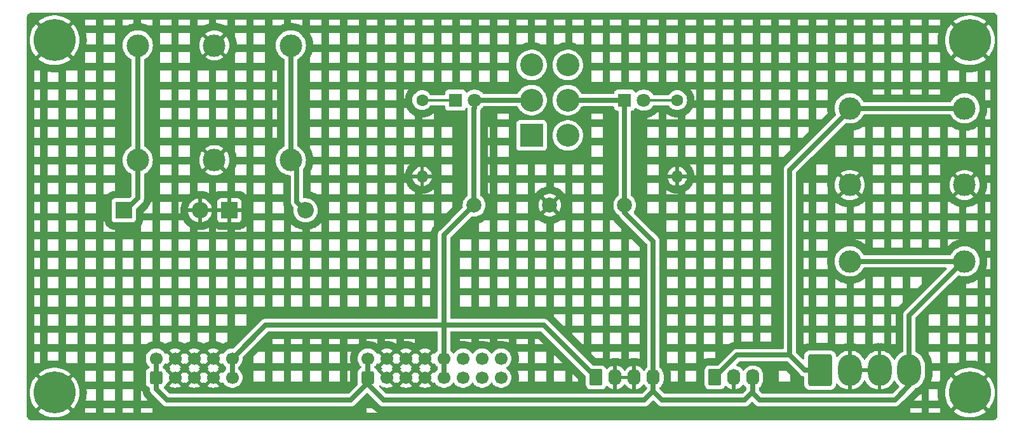
<source format=gtl>
%TF.GenerationSoftware,KiCad,Pcbnew,8.0.6*%
%TF.CreationDate,2025-02-13T13:22:52+00:00*%
%TF.ProjectId,power-distribution-board,706f7765-722d-4646-9973-747269627574,r01*%
%TF.SameCoordinates,Original*%
%TF.FileFunction,Copper,L1,Top*%
%TF.FilePolarity,Positive*%
%FSLAX46Y46*%
G04 Gerber Fmt 4.6, Leading zero omitted, Abs format (unit mm)*
G04 Created by KiCad (PCBNEW 8.0.6) date 2025-02-13 13:22:52*
%MOMM*%
%LPD*%
G01*
G04 APERTURE LIST*
G04 Aperture macros list*
%AMRoundRect*
0 Rectangle with rounded corners*
0 $1 Rounding radius*
0 $2 $3 $4 $5 $6 $7 $8 $9 X,Y pos of 4 corners*
0 Add a 4 corners polygon primitive as box body*
4,1,4,$2,$3,$4,$5,$6,$7,$8,$9,$2,$3,0*
0 Add four circle primitives for the rounded corners*
1,1,$1+$1,$2,$3*
1,1,$1+$1,$4,$5*
1,1,$1+$1,$6,$7*
1,1,$1+$1,$8,$9*
0 Add four rect primitives between the rounded corners*
20,1,$1+$1,$2,$3,$4,$5,0*
20,1,$1+$1,$4,$5,$6,$7,0*
20,1,$1+$1,$6,$7,$8,$9,0*
20,1,$1+$1,$8,$9,$2,$3,0*%
G04 Aperture macros list end*
%TA.AperFunction,ComponentPad*%
%ADD10R,1.800000X1.800000*%
%TD*%
%TA.AperFunction,ComponentPad*%
%ADD11C,1.800000*%
%TD*%
%TA.AperFunction,ComponentPad*%
%ADD12C,3.000000*%
%TD*%
%TA.AperFunction,ComponentPad*%
%ADD13C,5.600000*%
%TD*%
%TA.AperFunction,ComponentPad*%
%ADD14C,2.000000*%
%TD*%
%TA.AperFunction,ComponentPad*%
%ADD15R,3.048000X3.048000*%
%TD*%
%TA.AperFunction,ComponentPad*%
%ADD16C,3.048000*%
%TD*%
%TA.AperFunction,ComponentPad*%
%ADD17C,1.600000*%
%TD*%
%TA.AperFunction,ComponentPad*%
%ADD18O,1.600000X1.600000*%
%TD*%
%TA.AperFunction,ComponentPad*%
%ADD19RoundRect,0.250000X0.600000X-0.600000X0.600000X0.600000X-0.600000X0.600000X-0.600000X-0.600000X0*%
%TD*%
%TA.AperFunction,ComponentPad*%
%ADD20C,1.700000*%
%TD*%
%TA.AperFunction,ComponentPad*%
%ADD21R,2.200000X2.200000*%
%TD*%
%TA.AperFunction,ComponentPad*%
%ADD22O,2.200000X2.200000*%
%TD*%
%TA.AperFunction,ComponentPad*%
%ADD23RoundRect,0.250000X-0.620000X-0.845000X0.620000X-0.845000X0.620000X0.845000X-0.620000X0.845000X0*%
%TD*%
%TA.AperFunction,ComponentPad*%
%ADD24O,1.740000X2.190000*%
%TD*%
%TA.AperFunction,ComponentPad*%
%ADD25RoundRect,0.250000X-1.330000X-1.850000X1.330000X-1.850000X1.330000X1.850000X-1.330000X1.850000X0*%
%TD*%
%TA.AperFunction,ComponentPad*%
%ADD26O,3.160000X4.200000*%
%TD*%
%TA.AperFunction,Conductor*%
%ADD27C,0.635000*%
%TD*%
%TA.AperFunction,Conductor*%
%ADD28C,0.304800*%
%TD*%
G04 APERTURE END LIST*
D10*
%TO.P,D2,1,K*%
%TO.N,-12V*%
X149000000Y-82000000D03*
D11*
%TO.P,D2,2,A*%
%TO.N,Net-(D2-A)*%
X151540000Y-82000000D03*
%TD*%
D10*
%TO.P,D1,1,K*%
%TO.N,Net-(D1-K)*%
X126460000Y-82000000D03*
D11*
%TO.P,D1,2,A*%
%TO.N,+12V*%
X129000000Y-82000000D03*
%TD*%
D12*
%TO.P,J8,1*%
%TO.N,+12V*%
X179000000Y-83100000D03*
X194300000Y-83100000D03*
%TD*%
D13*
%TO.P,H3,1,1*%
%TO.N,GND*%
X195000000Y-74000000D03*
%TD*%
D14*
%TO.P,TP3,1,1*%
%TO.N,GND*%
X139000000Y-96000000D03*
%TD*%
D12*
%TO.P,J9,1*%
%TO.N,-12V*%
X179000000Y-103500000D03*
X194300000Y-103500000D03*
%TD*%
D13*
%TO.P,H1,1,1*%
%TO.N,GND*%
X73000000Y-74000000D03*
%TD*%
D15*
%TO.P,SW1,1,A*%
%TO.N,Net-(D3-K)*%
X136587000Y-86699000D03*
D16*
%TO.P,SW1,2,B*%
%TO.N,+12V*%
X136587000Y-82000000D03*
%TO.P,SW1,3,C*%
%TO.N,unconnected-(SW1A-C-Pad3)*%
X136587000Y-77301000D03*
%TO.P,SW1,4,A*%
%TO.N,Net-(D4-A)*%
X141413000Y-86699000D03*
%TO.P,SW1,5,B*%
%TO.N,-12V*%
X141413000Y-82000000D03*
%TO.P,SW1,6,C*%
%TO.N,unconnected-(SW1B-C-Pad6)*%
X141413000Y-77301000D03*
%TD*%
D17*
%TO.P,R2,1*%
%TO.N,Net-(D2-A)*%
X156000000Y-82000000D03*
D18*
%TO.P,R2,2*%
%TO.N,GND*%
X156000000Y-92160000D03*
%TD*%
D12*
%TO.P,J1,1*%
%TO.N,Net-(D3-K)*%
X84100000Y-90000000D03*
X84100000Y-74700000D03*
%TD*%
D14*
%TO.P,TP1,1,1*%
%TO.N,+12V*%
X128913000Y-96000000D03*
%TD*%
D12*
%TO.P,J3,1*%
%TO.N,GND*%
X94305000Y-90000000D03*
X94305000Y-74700000D03*
%TD*%
D19*
%TO.P,J5,1,-12V*%
%TO.N,-12V*%
X86532500Y-119000000D03*
D20*
%TO.P,J5,2,-12V*%
X86532500Y-116460000D03*
%TO.P,J5,3,GND*%
%TO.N,GND*%
X89072500Y-119000000D03*
%TO.P,J5,4,GND*%
X89072500Y-116460000D03*
%TO.P,J5,5,GND*%
X91612500Y-119000000D03*
%TO.P,J5,6,GND*%
X91612500Y-116460000D03*
%TO.P,J5,7,GND*%
X94152500Y-119000000D03*
%TO.P,J5,8,GND*%
X94152500Y-116460000D03*
%TO.P,J5,9,+12V*%
%TO.N,+12V*%
X96692500Y-119000000D03*
%TO.P,J5,10,+12V*%
X96692500Y-116460000D03*
%TD*%
D21*
%TO.P,D4,1,K*%
%TO.N,GND*%
X96305000Y-96700000D03*
D22*
%TO.P,D4,2,A*%
%TO.N,Net-(D4-A)*%
X106465000Y-96700000D03*
%TD*%
D23*
%TO.P,J7,1,Pin_1*%
%TO.N,+12V*%
X161000000Y-118980000D03*
D24*
%TO.P,J7,2,Pin_2*%
%TO.N,GND*%
X163540000Y-118980000D03*
%TO.P,J7,3,Pin_3*%
%TO.N,-12V*%
X166080000Y-118980000D03*
%TD*%
D23*
%TO.P,J6,1,+12V*%
%TO.N,+12V*%
X145190000Y-118980000D03*
D24*
%TO.P,J6,2,GND*%
%TO.N,GND*%
X147730000Y-118980000D03*
%TO.P,J6,3,GND*%
X150270000Y-118980000D03*
%TO.P,J6,4,-12V*%
%TO.N,-12V*%
X152810000Y-118980000D03*
%TD*%
D21*
%TO.P,D3,1,K*%
%TO.N,Net-(D3-K)*%
X82225000Y-96700000D03*
D22*
%TO.P,D3,2,A*%
%TO.N,GND*%
X92385000Y-96700000D03*
%TD*%
D17*
%TO.P,R1,1*%
%TO.N,Net-(D1-K)*%
X122000000Y-82000000D03*
D18*
%TO.P,R1,2*%
%TO.N,GND*%
X122000000Y-92160000D03*
%TD*%
D13*
%TO.P,H4,1,1*%
%TO.N,GND*%
X195000000Y-121000000D03*
%TD*%
D14*
%TO.P,TP2,1,1*%
%TO.N,-12V*%
X149000000Y-96000000D03*
%TD*%
D13*
%TO.P,H2,1,1*%
%TO.N,GND*%
X73000000Y-121000000D03*
%TD*%
D25*
%TO.P,J11,1,Pin_1*%
%TO.N,+12V*%
X175040000Y-118000000D03*
D26*
%TO.P,J11,2,Pin_2*%
%TO.N,GND*%
X179000000Y-118000000D03*
%TO.P,J11,3,Pin_3*%
X182960000Y-118000000D03*
%TO.P,J11,4,Pin_4*%
%TO.N,-12V*%
X186920000Y-118000000D03*
%TD*%
D19*
%TO.P,J4,1,-12V*%
%TO.N,-12V*%
X114760000Y-119000000D03*
D20*
%TO.P,J4,2,-12V*%
X114760000Y-116460000D03*
%TO.P,J4,3,GND*%
%TO.N,GND*%
X117300000Y-119000000D03*
%TO.P,J4,4,GND*%
X117300000Y-116460000D03*
%TO.P,J4,5,GND*%
X119840000Y-119000000D03*
%TO.P,J4,6,GND*%
X119840000Y-116460000D03*
%TO.P,J4,7,GND*%
X122380000Y-119000000D03*
%TO.P,J4,8,GND*%
X122380000Y-116460000D03*
%TO.P,J4,9,+12V*%
%TO.N,+12V*%
X124920000Y-119000000D03*
%TO.P,J4,10,+12V*%
X124920000Y-116460000D03*
%TO.P,J4,11,+5V*%
%TO.N,unconnected-(J4A-+5V-Pad11)_1*%
X127460000Y-119000000D03*
%TO.P,J4,12,+5V*%
%TO.N,unconnected-(J4A-+5V-Pad11)*%
X127460000Y-116460000D03*
%TO.P,J4,13,CV*%
%TO.N,unconnected-(J4B-CV-Pad13)_1*%
X130000000Y-119000000D03*
%TO.P,J4,14,CV*%
%TO.N,unconnected-(J4B-CV-Pad13)*%
X130000000Y-116460000D03*
%TO.P,J4,15,Gate*%
%TO.N,unconnected-(J4B-Gate-Pad15)*%
X132540000Y-119000000D03*
%TO.P,J4,16,Gate*%
%TO.N,unconnected-(J4B-Gate-Pad15)_1*%
X132540000Y-116460000D03*
%TD*%
D12*
%TO.P,J10,1*%
%TO.N,GND*%
X179000000Y-93305000D03*
X194300000Y-93305000D03*
%TD*%
%TO.P,J2,1*%
%TO.N,Net-(D4-A)*%
X104500000Y-90000000D03*
X104500000Y-74700000D03*
%TD*%
D27*
%TO.N,Net-(D3-K)*%
X82225000Y-96700000D02*
X82500000Y-96700000D01*
X84100000Y-95100000D02*
X84100000Y-90000000D01*
X82500000Y-96700000D02*
X84100000Y-95100000D01*
X84100000Y-74700000D02*
X84100000Y-90000000D01*
%TO.N,Net-(D4-A)*%
X104500000Y-74700000D02*
X104500000Y-90000000D01*
X104500000Y-90000000D02*
X105305000Y-90805000D01*
X105305000Y-90805000D02*
X105305000Y-95540000D01*
X105305000Y-95540000D02*
X106465000Y-96700000D01*
%TO.N,+12V*%
X179000000Y-83305000D02*
X179000000Y-83100000D01*
X179000000Y-83100000D02*
X194300000Y-83100000D01*
X171000000Y-116000000D02*
X171000000Y-91305000D01*
X171000000Y-91305000D02*
X179000000Y-83305000D01*
%TO.N,-12V*%
X194300000Y-103500000D02*
X179000000Y-103500000D01*
X186920000Y-118000000D02*
X186920000Y-110685000D01*
X186920000Y-110685000D02*
X194105000Y-103500000D01*
X194105000Y-103500000D02*
X194300000Y-103500000D01*
D28*
%TO.N,Net-(D1-K)*%
X126460000Y-82000000D02*
X122000000Y-82000000D01*
D27*
%TO.N,+12V*%
X138210000Y-112000000D02*
X145190000Y-118980000D01*
X128913000Y-83087000D02*
X128913000Y-96000000D01*
X128913000Y-96000000D02*
X124920000Y-99993000D01*
X124920000Y-112000000D02*
X124920000Y-116460000D01*
X124920000Y-112000000D02*
X138210000Y-112000000D01*
X124920000Y-112000000D02*
X101152500Y-112000000D01*
X124920000Y-99993000D02*
X124920000Y-112000000D01*
X136587000Y-82000000D02*
X129000000Y-82000000D01*
X129000000Y-83000000D02*
X128913000Y-83087000D01*
X124920000Y-116460000D02*
X124920000Y-119000000D01*
X161000000Y-118980000D02*
X163980000Y-116000000D01*
X129000000Y-82000000D02*
X129000000Y-83000000D01*
X101152500Y-112000000D02*
X96692500Y-116460000D01*
X163980000Y-116000000D02*
X171000000Y-116000000D01*
X173000000Y-118000000D02*
X175040000Y-118000000D01*
X171000000Y-116000000D02*
X173000000Y-118000000D01*
X96692500Y-116460000D02*
X96692500Y-119000000D01*
D28*
%TO.N,Net-(D2-A)*%
X151540000Y-82000000D02*
X156000000Y-82000000D01*
D27*
%TO.N,-12V*%
X114760000Y-119880000D02*
X114760000Y-119000000D01*
X88000000Y-122000000D02*
X86532500Y-120532500D01*
X141413000Y-82000000D02*
X149000000Y-82000000D01*
X166080000Y-118980000D02*
X166080000Y-121080000D01*
X112500000Y-122000000D02*
X88000000Y-122000000D01*
X152810000Y-118980000D02*
X152810000Y-120810000D01*
X114760000Y-119740000D02*
X112500000Y-122000000D01*
X114760000Y-116460000D02*
X114760000Y-119000000D01*
X149000000Y-96000000D02*
X149000000Y-97000000D01*
X116880000Y-122000000D02*
X114760000Y-119880000D01*
X152810000Y-120810000D02*
X154000000Y-122000000D01*
X114760000Y-119000000D02*
X114760000Y-119740000D01*
X166080000Y-121080000D02*
X167000000Y-122000000D01*
X152810000Y-120810000D02*
X151620000Y-122000000D01*
X154000000Y-122000000D02*
X165000000Y-122000000D01*
X185000000Y-122000000D02*
X186920000Y-120080000D01*
X149000000Y-82000000D02*
X149000000Y-96000000D01*
X186920000Y-120080000D02*
X186920000Y-118000000D01*
X151620000Y-122000000D02*
X116880000Y-122000000D01*
X165000000Y-122000000D02*
X166080000Y-120920000D01*
X152810000Y-100810000D02*
X152810000Y-118980000D01*
X86532500Y-120532500D02*
X86532500Y-119000000D01*
X86532500Y-116460000D02*
X86532500Y-119000000D01*
X166080000Y-120920000D02*
X166080000Y-118980000D01*
X167000000Y-122000000D02*
X185000000Y-122000000D01*
X149000000Y-97000000D02*
X152810000Y-100810000D01*
%TD*%
%TA.AperFunction,Conductor*%
%TO.N,GND*%
G36*
X124037039Y-112845685D02*
G01*
X124082794Y-112898489D01*
X124094000Y-112950000D01*
X124094000Y-115320788D01*
X124074315Y-115387827D01*
X124046164Y-115418640D01*
X123996763Y-115457091D01*
X123996756Y-115457097D01*
X123844284Y-115622723D01*
X123844280Y-115622729D01*
X123750250Y-115766651D01*
X123697103Y-115812007D01*
X123627872Y-115821430D01*
X123564536Y-115791927D01*
X123544866Y-115769951D01*
X123494924Y-115698626D01*
X122862962Y-116330589D01*
X122845925Y-116267007D01*
X122780099Y-116152993D01*
X122687007Y-116059901D01*
X122572993Y-115994075D01*
X122509410Y-115977037D01*
X123141373Y-115345073D01*
X123141373Y-115345072D01*
X123057583Y-115286402D01*
X123057579Y-115286400D01*
X122843492Y-115186570D01*
X122843483Y-115186566D01*
X122615326Y-115125432D01*
X122615315Y-115125430D01*
X122380002Y-115104843D01*
X122379998Y-115104843D01*
X122144684Y-115125430D01*
X122144673Y-115125432D01*
X121916516Y-115186566D01*
X121916507Y-115186570D01*
X121702419Y-115286401D01*
X121618625Y-115345072D01*
X122250590Y-115977037D01*
X122187007Y-115994075D01*
X122072993Y-116059901D01*
X121979901Y-116152993D01*
X121914075Y-116267007D01*
X121897037Y-116330589D01*
X121265073Y-115698625D01*
X121265072Y-115698626D01*
X121211574Y-115775030D01*
X121156998Y-115818655D01*
X121087499Y-115825849D01*
X121025144Y-115794326D01*
X121008424Y-115775030D01*
X120954925Y-115698626D01*
X120954925Y-115698625D01*
X120322962Y-116330589D01*
X120305925Y-116267007D01*
X120240099Y-116152993D01*
X120147007Y-116059901D01*
X120032993Y-115994075D01*
X119969410Y-115977037D01*
X120601373Y-115345073D01*
X120601373Y-115345072D01*
X120517583Y-115286402D01*
X120517579Y-115286400D01*
X120303492Y-115186570D01*
X120303483Y-115186566D01*
X120075326Y-115125432D01*
X120075315Y-115125430D01*
X119840002Y-115104843D01*
X119839998Y-115104843D01*
X119604684Y-115125430D01*
X119604673Y-115125432D01*
X119376516Y-115186566D01*
X119376507Y-115186570D01*
X119162419Y-115286401D01*
X119078625Y-115345072D01*
X119710590Y-115977037D01*
X119647007Y-115994075D01*
X119532993Y-116059901D01*
X119439901Y-116152993D01*
X119374075Y-116267007D01*
X119357037Y-116330589D01*
X118725073Y-115698625D01*
X118725072Y-115698626D01*
X118671574Y-115775030D01*
X118616998Y-115818655D01*
X118547499Y-115825849D01*
X118485144Y-115794326D01*
X118468424Y-115775030D01*
X118414925Y-115698626D01*
X118414925Y-115698625D01*
X117782962Y-116330589D01*
X117765925Y-116267007D01*
X117700099Y-116152993D01*
X117607007Y-116059901D01*
X117492993Y-115994075D01*
X117429410Y-115977037D01*
X118061373Y-115345073D01*
X118061373Y-115345072D01*
X117977583Y-115286402D01*
X117977579Y-115286400D01*
X117763492Y-115186570D01*
X117763483Y-115186566D01*
X117535326Y-115125432D01*
X117535315Y-115125430D01*
X117300002Y-115104843D01*
X117299998Y-115104843D01*
X117064684Y-115125430D01*
X117064673Y-115125432D01*
X116836516Y-115186566D01*
X116836507Y-115186570D01*
X116622419Y-115286401D01*
X116538625Y-115345072D01*
X117170590Y-115977037D01*
X117107007Y-115994075D01*
X116992993Y-116059901D01*
X116899901Y-116152993D01*
X116834075Y-116267007D01*
X116817037Y-116330590D01*
X116185072Y-115698625D01*
X116185072Y-115698626D01*
X116135131Y-115769950D01*
X116080555Y-115813575D01*
X116011056Y-115820769D01*
X115948701Y-115789246D01*
X115929748Y-115766649D01*
X115835723Y-115622734D01*
X115835715Y-115622723D01*
X115683243Y-115457097D01*
X115683238Y-115457092D01*
X115556447Y-115358406D01*
X115505576Y-115318811D01*
X115505575Y-115318810D01*
X115505572Y-115318808D01*
X115307580Y-115211661D01*
X115307577Y-115211659D01*
X115307574Y-115211658D01*
X115307571Y-115211657D01*
X115307569Y-115211656D01*
X115094637Y-115138556D01*
X114872569Y-115101500D01*
X114647431Y-115101500D01*
X114425362Y-115138556D01*
X114212430Y-115211656D01*
X114212419Y-115211661D01*
X114014427Y-115318808D01*
X114014422Y-115318812D01*
X113836761Y-115457092D01*
X113836756Y-115457097D01*
X113684284Y-115622723D01*
X113684276Y-115622734D01*
X113561140Y-115811207D01*
X113470703Y-116017385D01*
X113415436Y-116235628D01*
X113415434Y-116235640D01*
X113396844Y-116459994D01*
X113396844Y-116460005D01*
X113415434Y-116684359D01*
X113415436Y-116684371D01*
X113470703Y-116902614D01*
X113561140Y-117108792D01*
X113634693Y-117221373D01*
X113684278Y-117297268D01*
X113836760Y-117462906D01*
X113874518Y-117492294D01*
X113915330Y-117549001D01*
X113919005Y-117618774D01*
X113884375Y-117679458D01*
X113843489Y-117704152D01*
X113843807Y-117704833D01*
X113837477Y-117707784D01*
X113837374Y-117707847D01*
X113837268Y-117707881D01*
X113837265Y-117707883D01*
X113686346Y-117800971D01*
X113560971Y-117926346D01*
X113467886Y-118077259D01*
X113467884Y-118077264D01*
X113412113Y-118245572D01*
X113401500Y-118349447D01*
X113401500Y-119650537D01*
X113401501Y-119650553D01*
X113412113Y-119754426D01*
X113412114Y-119754432D01*
X113429201Y-119805998D01*
X113431602Y-119875827D01*
X113399176Y-119932682D01*
X112194179Y-121137681D01*
X112132856Y-121171166D01*
X112106498Y-121174000D01*
X88393503Y-121174000D01*
X88326464Y-121154315D01*
X88305822Y-121137681D01*
X87569232Y-120401091D01*
X87535747Y-120339768D01*
X87540731Y-120270076D01*
X87582603Y-120214143D01*
X87591804Y-120207879D01*
X87606152Y-120199030D01*
X87731530Y-120073652D01*
X87824615Y-119922738D01*
X87849485Y-119847683D01*
X87889256Y-119790240D01*
X87953771Y-119763416D01*
X87955549Y-119763397D01*
X88589537Y-119129409D01*
X88606575Y-119192993D01*
X88672401Y-119307007D01*
X88765493Y-119400099D01*
X88879507Y-119465925D01*
X88943090Y-119482962D01*
X88311125Y-120114925D01*
X88394921Y-120173599D01*
X88609007Y-120273429D01*
X88609016Y-120273433D01*
X88837173Y-120334567D01*
X88837184Y-120334569D01*
X89072498Y-120355157D01*
X89072502Y-120355157D01*
X89307815Y-120334569D01*
X89307826Y-120334567D01*
X89535983Y-120273433D01*
X89535992Y-120273429D01*
X89750078Y-120173600D01*
X89750082Y-120173598D01*
X89833873Y-120114926D01*
X89833873Y-120114925D01*
X89201909Y-119482962D01*
X89265493Y-119465925D01*
X89379507Y-119400099D01*
X89472599Y-119307007D01*
X89538425Y-119192993D01*
X89555462Y-119129410D01*
X90187425Y-119761373D01*
X90240925Y-119684968D01*
X90295502Y-119641344D01*
X90365001Y-119634151D01*
X90427355Y-119665673D01*
X90444076Y-119684969D01*
X90497573Y-119761372D01*
X91129537Y-119129409D01*
X91146575Y-119192993D01*
X91212401Y-119307007D01*
X91305493Y-119400099D01*
X91419507Y-119465925D01*
X91483090Y-119482962D01*
X90851125Y-120114925D01*
X90934921Y-120173599D01*
X91149007Y-120273429D01*
X91149016Y-120273433D01*
X91377173Y-120334567D01*
X91377184Y-120334569D01*
X91612498Y-120355157D01*
X91612502Y-120355157D01*
X91847815Y-120334569D01*
X91847826Y-120334567D01*
X92075983Y-120273433D01*
X92075992Y-120273429D01*
X92290078Y-120173600D01*
X92290082Y-120173598D01*
X92373873Y-120114926D01*
X92373873Y-120114925D01*
X91741909Y-119482962D01*
X91805493Y-119465925D01*
X91919507Y-119400099D01*
X92012599Y-119307007D01*
X92078425Y-119192993D01*
X92095462Y-119129410D01*
X92727425Y-119761373D01*
X92780925Y-119684968D01*
X92835502Y-119641344D01*
X92905001Y-119634151D01*
X92967355Y-119665673D01*
X92984076Y-119684969D01*
X93037573Y-119761372D01*
X93669537Y-119129409D01*
X93686575Y-119192993D01*
X93752401Y-119307007D01*
X93845493Y-119400099D01*
X93959507Y-119465925D01*
X94023090Y-119482962D01*
X93391125Y-120114925D01*
X93474921Y-120173599D01*
X93689007Y-120273429D01*
X93689016Y-120273433D01*
X93917173Y-120334567D01*
X93917184Y-120334569D01*
X94152498Y-120355157D01*
X94152502Y-120355157D01*
X94387815Y-120334569D01*
X94387826Y-120334567D01*
X94615983Y-120273433D01*
X94615992Y-120273429D01*
X94830078Y-120173600D01*
X94830082Y-120173598D01*
X94913873Y-120114926D01*
X94913873Y-120114925D01*
X94281909Y-119482962D01*
X94345493Y-119465925D01*
X94459507Y-119400099D01*
X94552599Y-119307007D01*
X94618425Y-119192993D01*
X94635462Y-119129410D01*
X95267425Y-119761373D01*
X95317368Y-119690048D01*
X95371945Y-119646424D01*
X95441444Y-119639231D01*
X95503798Y-119670753D01*
X95522751Y-119693350D01*
X95616776Y-119837265D01*
X95616784Y-119837276D01*
X95769256Y-120002902D01*
X95769260Y-120002906D01*
X95946924Y-120141189D01*
X95946925Y-120141189D01*
X95946927Y-120141191D01*
X96018031Y-120179670D01*
X96144926Y-120248342D01*
X96357865Y-120321444D01*
X96579931Y-120358500D01*
X96805069Y-120358500D01*
X97027135Y-120321444D01*
X97240074Y-120248342D01*
X97438076Y-120141189D01*
X97615740Y-120002906D01*
X97732993Y-119875537D01*
X97768215Y-119837276D01*
X97768217Y-119837273D01*
X97768222Y-119837268D01*
X97891360Y-119648791D01*
X97932369Y-119555300D01*
X99553300Y-119555300D01*
X101055300Y-119555300D01*
X102053300Y-119555300D01*
X103555300Y-119555300D01*
X104553300Y-119555300D01*
X106055300Y-119555300D01*
X107053300Y-119555300D01*
X108555300Y-119555300D01*
X109553300Y-119555300D01*
X111055300Y-119555300D01*
X112053300Y-119555300D01*
X112365172Y-119555300D01*
X112403500Y-119516972D01*
X112403500Y-118336760D01*
X112403540Y-118333608D01*
X112404025Y-118314537D01*
X112404145Y-118311383D01*
X112405437Y-118286012D01*
X112405638Y-118282861D01*
X112407095Y-118263812D01*
X112407376Y-118260666D01*
X112422048Y-118117056D01*
X112422918Y-118110352D01*
X112429288Y-118069940D01*
X112430523Y-118063290D01*
X112432662Y-118053300D01*
X112053300Y-118053300D01*
X112053300Y-119555300D01*
X111055300Y-119555300D01*
X111055300Y-118053300D01*
X109553300Y-118053300D01*
X109553300Y-119555300D01*
X108555300Y-119555300D01*
X108555300Y-118053300D01*
X107053300Y-118053300D01*
X107053300Y-119555300D01*
X106055300Y-119555300D01*
X106055300Y-118053300D01*
X104553300Y-118053300D01*
X104553300Y-119555300D01*
X103555300Y-119555300D01*
X103555300Y-118053300D01*
X102053300Y-118053300D01*
X102053300Y-119555300D01*
X101055300Y-119555300D01*
X101055300Y-118053300D01*
X99553300Y-118053300D01*
X99553300Y-119555300D01*
X97932369Y-119555300D01*
X97981796Y-119442616D01*
X98037064Y-119224368D01*
X98046788Y-119107022D01*
X98055656Y-119000005D01*
X98055656Y-118999994D01*
X98037065Y-118775640D01*
X98037063Y-118775628D01*
X98001910Y-118636812D01*
X97981796Y-118557384D01*
X97891360Y-118351209D01*
X97878762Y-118331927D01*
X97768223Y-118162734D01*
X97768215Y-118162723D01*
X97615743Y-117997097D01*
X97615741Y-117997096D01*
X97615740Y-117997094D01*
X97609464Y-117992209D01*
X97566336Y-117958640D01*
X97525524Y-117901929D01*
X97518500Y-117860788D01*
X97518500Y-117599210D01*
X97538185Y-117532171D01*
X97566339Y-117501356D01*
X97577987Y-117492290D01*
X97615740Y-117462906D01*
X97768222Y-117297268D01*
X97891360Y-117108791D01*
X97981796Y-116902616D01*
X98037064Y-116684368D01*
X98039664Y-116652993D01*
X98055656Y-116460005D01*
X98055656Y-116459996D01*
X98050201Y-116394174D01*
X98045478Y-116337185D01*
X98059558Y-116268751D01*
X98081370Y-116239268D01*
X98141917Y-116178721D01*
X99553300Y-116178721D01*
X99553300Y-117055300D01*
X101055300Y-117055300D01*
X102053300Y-117055300D01*
X103555300Y-117055300D01*
X104553300Y-117055300D01*
X106055300Y-117055300D01*
X107053300Y-117055300D01*
X108555300Y-117055300D01*
X109553300Y-117055300D01*
X111055300Y-117055300D01*
X112053300Y-117055300D01*
X112479865Y-117055300D01*
X112442907Y-116909357D01*
X112441751Y-116904358D01*
X112435386Y-116873996D01*
X112434439Y-116868961D01*
X112427648Y-116828259D01*
X112426909Y-116823188D01*
X112423076Y-116792434D01*
X112422548Y-116787338D01*
X112400549Y-116521854D01*
X112400231Y-116516737D01*
X112398950Y-116485756D01*
X112398844Y-116480633D01*
X112398844Y-116439367D01*
X112398950Y-116434244D01*
X112400231Y-116403263D01*
X112400549Y-116398146D01*
X112422548Y-116132662D01*
X112423076Y-116127566D01*
X112426909Y-116096812D01*
X112427648Y-116091741D01*
X112434439Y-116051039D01*
X112435386Y-116046004D01*
X112441751Y-116015642D01*
X112442907Y-116010643D01*
X112508310Y-115752377D01*
X112509671Y-115747435D01*
X112518525Y-115717696D01*
X112520091Y-115712810D01*
X112533491Y-115673784D01*
X112535255Y-115668972D01*
X112546519Y-115640109D01*
X112548478Y-115635381D01*
X112584481Y-115553300D01*
X112053300Y-115553300D01*
X112053300Y-117055300D01*
X111055300Y-117055300D01*
X111055300Y-115553300D01*
X109553300Y-115553300D01*
X109553300Y-117055300D01*
X108555300Y-117055300D01*
X108555300Y-115553300D01*
X107053300Y-115553300D01*
X107053300Y-117055300D01*
X106055300Y-117055300D01*
X106055300Y-115553300D01*
X104553300Y-115553300D01*
X104553300Y-117055300D01*
X103555300Y-117055300D01*
X103555300Y-115553300D01*
X102053300Y-115553300D01*
X102053300Y-117055300D01*
X101055300Y-117055300D01*
X101055300Y-115553300D01*
X100178723Y-115553300D01*
X99553300Y-116178721D01*
X98141917Y-116178721D01*
X99765339Y-114555300D01*
X102053300Y-114555300D01*
X103555300Y-114555300D01*
X104553300Y-114555300D01*
X106055300Y-114555300D01*
X107053300Y-114555300D01*
X108555300Y-114555300D01*
X109553300Y-114555300D01*
X111055300Y-114555300D01*
X112053300Y-114555300D01*
X113370539Y-114555300D01*
X113417715Y-114518581D01*
X113421823Y-114515518D01*
X113447055Y-114497502D01*
X113451288Y-114494610D01*
X113485835Y-114472039D01*
X113490184Y-114469324D01*
X113516826Y-114453449D01*
X113521281Y-114450917D01*
X113555300Y-114432506D01*
X113555300Y-114107879D01*
X114553300Y-114107879D01*
X114585578Y-114105205D01*
X114590696Y-114104887D01*
X114621676Y-114103606D01*
X114626799Y-114103500D01*
X114893201Y-114103500D01*
X114898324Y-114103606D01*
X114929304Y-114104887D01*
X114934422Y-114105205D01*
X114975545Y-114108613D01*
X114980641Y-114109141D01*
X115011409Y-114112976D01*
X115016481Y-114113715D01*
X115279246Y-114157562D01*
X115284284Y-114158510D01*
X115314626Y-114164872D01*
X115319616Y-114166027D01*
X115359619Y-114176156D01*
X115364565Y-114177518D01*
X115394290Y-114186368D01*
X115399170Y-114187931D01*
X115651130Y-114274429D01*
X115655939Y-114276191D01*
X115684806Y-114287454D01*
X115689540Y-114289415D01*
X115727329Y-114305989D01*
X115731981Y-114308145D01*
X115759855Y-114321771D01*
X115764414Y-114324118D01*
X115998718Y-114450917D01*
X116003174Y-114453449D01*
X116029816Y-114469324D01*
X116034165Y-114472039D01*
X116040023Y-114475866D01*
X116055300Y-114465169D01*
X116055300Y-114124614D01*
X117053300Y-114124614D01*
X117234714Y-114108743D01*
X117240111Y-114108389D01*
X117272811Y-114106961D01*
X117278221Y-114106843D01*
X117321779Y-114106843D01*
X117327189Y-114106961D01*
X117359889Y-114108389D01*
X117365286Y-114108743D01*
X117643996Y-114133127D01*
X117649373Y-114133716D01*
X117681817Y-114137987D01*
X117687164Y-114138810D01*
X117730059Y-114146373D01*
X117735365Y-114147428D01*
X117767325Y-114154513D01*
X117772581Y-114155799D01*
X118042837Y-114228213D01*
X118048037Y-114229729D01*
X118079272Y-114239579D01*
X118084395Y-114241318D01*
X118125326Y-114256218D01*
X118130364Y-114258178D01*
X118160584Y-114270696D01*
X118165535Y-114272874D01*
X118419086Y-114391107D01*
X118423937Y-114393499D01*
X118452958Y-114408606D01*
X118457699Y-114411207D01*
X118495422Y-114432985D01*
X118500049Y-114435793D01*
X118527662Y-114453384D01*
X118532161Y-114456390D01*
X118555300Y-114472591D01*
X118555300Y-114128114D01*
X119553300Y-114128114D01*
X119774714Y-114108743D01*
X119780111Y-114108389D01*
X119812811Y-114106961D01*
X119818221Y-114106843D01*
X119861779Y-114106843D01*
X119867189Y-114106961D01*
X119899889Y-114108389D01*
X119905286Y-114108743D01*
X120183996Y-114133127D01*
X120189373Y-114133716D01*
X120221817Y-114137987D01*
X120227164Y-114138810D01*
X120270059Y-114146373D01*
X120275365Y-114147428D01*
X120307325Y-114154513D01*
X120312581Y-114155799D01*
X120582837Y-114228213D01*
X120588037Y-114229729D01*
X120619272Y-114239579D01*
X120624395Y-114241318D01*
X120665326Y-114256218D01*
X120670364Y-114258178D01*
X120700584Y-114270696D01*
X120705535Y-114272874D01*
X120959086Y-114391107D01*
X120963937Y-114393499D01*
X120992958Y-114408606D01*
X120997699Y-114411207D01*
X121035422Y-114432985D01*
X121040049Y-114435793D01*
X121055300Y-114445508D01*
X121055300Y-113824000D01*
X119553300Y-113824000D01*
X119553300Y-114128114D01*
X118555300Y-114128114D01*
X118555300Y-113824000D01*
X117053300Y-113824000D01*
X117053300Y-114124614D01*
X116055300Y-114124614D01*
X116055300Y-113824000D01*
X114553300Y-113824000D01*
X114553300Y-114107879D01*
X113555300Y-114107879D01*
X113555300Y-113824000D01*
X112053300Y-113824000D01*
X112053300Y-114555300D01*
X111055300Y-114555300D01*
X111055300Y-113824000D01*
X109553300Y-113824000D01*
X109553300Y-114555300D01*
X108555300Y-114555300D01*
X108555300Y-113824000D01*
X107053300Y-113824000D01*
X107053300Y-114555300D01*
X106055300Y-114555300D01*
X106055300Y-113824000D01*
X104553300Y-113824000D01*
X104553300Y-114555300D01*
X103555300Y-114555300D01*
X103555300Y-113824000D01*
X102053300Y-113824000D01*
X102053300Y-114555300D01*
X99765339Y-114555300D01*
X101458322Y-112862319D01*
X101519645Y-112828834D01*
X101546003Y-112826000D01*
X123970000Y-112826000D01*
X124037039Y-112845685D01*
G37*
%TD.AperFunction*%
%TA.AperFunction,Conductor*%
G36*
X137883537Y-112845685D02*
G01*
X137904179Y-112862319D01*
X143775181Y-118733321D01*
X143808666Y-118794644D01*
X143811500Y-118821002D01*
X143811500Y-119875537D01*
X143811501Y-119875553D01*
X143822113Y-119979427D01*
X143877884Y-120147735D01*
X143877886Y-120147740D01*
X143886322Y-120161417D01*
X143970970Y-120298652D01*
X144096348Y-120424030D01*
X144247262Y-120517115D01*
X144415574Y-120572887D01*
X144519455Y-120583500D01*
X145860544Y-120583499D01*
X145964426Y-120572887D01*
X146132738Y-120517115D01*
X146283652Y-120424030D01*
X146409030Y-120298652D01*
X146502115Y-120147738D01*
X146502116Y-120147735D01*
X146505906Y-120141591D01*
X146507358Y-120142486D01*
X146547587Y-120096794D01*
X146614780Y-120077639D01*
X146681662Y-120097852D01*
X146701482Y-120113954D01*
X146837502Y-120249974D01*
X147011963Y-120376728D01*
X147204098Y-120474627D01*
X147409190Y-120541266D01*
X147480000Y-120552481D01*
X147480000Y-119522709D01*
X147500339Y-119534452D01*
X147651667Y-119575000D01*
X147808333Y-119575000D01*
X147959661Y-119534452D01*
X147980000Y-119522709D01*
X147980000Y-120552480D01*
X148050809Y-120541266D01*
X148255901Y-120474627D01*
X148448036Y-120376728D01*
X148622496Y-120249974D01*
X148622497Y-120249974D01*
X148774974Y-120097497D01*
X148899682Y-119925853D01*
X148955012Y-119883188D01*
X149024625Y-119877209D01*
X149086420Y-119909815D01*
X149100318Y-119925853D01*
X149225025Y-120097497D01*
X149377502Y-120249974D01*
X149551963Y-120376728D01*
X149744098Y-120474627D01*
X149949190Y-120541266D01*
X150020000Y-120552481D01*
X150020000Y-119522709D01*
X150040339Y-119534452D01*
X150191667Y-119575000D01*
X150348333Y-119575000D01*
X150499661Y-119534452D01*
X150520000Y-119522709D01*
X150520000Y-120552480D01*
X150590809Y-120541266D01*
X150795901Y-120474627D01*
X150988036Y-120376728D01*
X151162496Y-120249974D01*
X151162497Y-120249974D01*
X151314974Y-120097497D01*
X151314979Y-120097491D01*
X151434428Y-119933085D01*
X151489758Y-119890419D01*
X151559371Y-119884440D01*
X151621166Y-119917046D01*
X151635062Y-119933082D01*
X151758539Y-120103033D01*
X151911967Y-120256461D01*
X151932885Y-120271659D01*
X151975550Y-120326985D01*
X151984000Y-120371976D01*
X151984000Y-120416498D01*
X151964315Y-120483537D01*
X151947681Y-120504179D01*
X151314179Y-121137681D01*
X151252856Y-121171166D01*
X151226498Y-121174000D01*
X117273502Y-121174000D01*
X117206463Y-121154315D01*
X117185821Y-121137681D01*
X116288089Y-120239949D01*
X116254604Y-120178626D01*
X116259588Y-120108934D01*
X116301460Y-120053001D01*
X116366924Y-120028584D01*
X116435197Y-120043436D01*
X116446894Y-120050693D01*
X116622421Y-120173600D01*
X116836507Y-120273429D01*
X116836516Y-120273433D01*
X117064673Y-120334567D01*
X117064684Y-120334569D01*
X117299998Y-120355157D01*
X117300002Y-120355157D01*
X117535315Y-120334569D01*
X117535326Y-120334567D01*
X117763483Y-120273433D01*
X117763492Y-120273429D01*
X117977578Y-120173600D01*
X117977582Y-120173598D01*
X118061373Y-120114926D01*
X118061373Y-120114925D01*
X117429409Y-119482962D01*
X117492993Y-119465925D01*
X117607007Y-119400099D01*
X117700099Y-119307007D01*
X117765925Y-119192993D01*
X117782962Y-119129410D01*
X118414925Y-119761373D01*
X118468425Y-119684968D01*
X118523002Y-119641344D01*
X118592501Y-119634151D01*
X118654855Y-119665673D01*
X118671576Y-119684969D01*
X118725073Y-119761372D01*
X119357037Y-119129409D01*
X119374075Y-119192993D01*
X119439901Y-119307007D01*
X119532993Y-119400099D01*
X119647007Y-119465925D01*
X119710590Y-119482962D01*
X119078625Y-120114925D01*
X119162421Y-120173599D01*
X119376507Y-120273429D01*
X119376516Y-120273433D01*
X119604673Y-120334567D01*
X119604684Y-120334569D01*
X119839998Y-120355157D01*
X119840002Y-120355157D01*
X120075315Y-120334569D01*
X120075326Y-120334567D01*
X120303483Y-120273433D01*
X120303492Y-120273429D01*
X120517578Y-120173600D01*
X120517582Y-120173598D01*
X120601373Y-120114926D01*
X120601373Y-120114925D01*
X119969409Y-119482962D01*
X120032993Y-119465925D01*
X120147007Y-119400099D01*
X120240099Y-119307007D01*
X120305925Y-119192993D01*
X120322962Y-119129410D01*
X120954925Y-119761373D01*
X121008425Y-119684968D01*
X121063002Y-119641344D01*
X121132501Y-119634151D01*
X121194855Y-119665673D01*
X121211576Y-119684969D01*
X121265073Y-119761372D01*
X121897037Y-119129409D01*
X121914075Y-119192993D01*
X121979901Y-119307007D01*
X122072993Y-119400099D01*
X122187007Y-119465925D01*
X122250590Y-119482962D01*
X121618625Y-120114925D01*
X121702421Y-120173599D01*
X121916507Y-120273429D01*
X121916516Y-120273433D01*
X122144673Y-120334567D01*
X122144684Y-120334569D01*
X122379998Y-120355157D01*
X122380002Y-120355157D01*
X122615315Y-120334569D01*
X122615326Y-120334567D01*
X122843483Y-120273433D01*
X122843492Y-120273429D01*
X123057578Y-120173600D01*
X123057582Y-120173598D01*
X123141373Y-120114926D01*
X123141373Y-120114925D01*
X122509409Y-119482962D01*
X122572993Y-119465925D01*
X122687007Y-119400099D01*
X122780099Y-119307007D01*
X122845925Y-119192993D01*
X122862962Y-119129410D01*
X123494925Y-119761373D01*
X123544868Y-119690048D01*
X123599445Y-119646424D01*
X123668944Y-119639231D01*
X123731298Y-119670753D01*
X123750251Y-119693350D01*
X123844276Y-119837265D01*
X123844284Y-119837276D01*
X123996756Y-120002902D01*
X123996760Y-120002906D01*
X124174424Y-120141189D01*
X124174425Y-120141189D01*
X124174427Y-120141191D01*
X124245531Y-120179670D01*
X124372426Y-120248342D01*
X124585365Y-120321444D01*
X124807431Y-120358500D01*
X125032569Y-120358500D01*
X125254635Y-120321444D01*
X125467574Y-120248342D01*
X125665576Y-120141189D01*
X125843240Y-120002906D01*
X125960493Y-119875537D01*
X125995715Y-119837276D01*
X125995715Y-119837275D01*
X125995722Y-119837268D01*
X126086193Y-119698790D01*
X126139338Y-119653437D01*
X126208569Y-119644013D01*
X126271905Y-119673515D01*
X126293804Y-119698787D01*
X126384278Y-119837268D01*
X126384283Y-119837273D01*
X126384284Y-119837276D01*
X126536756Y-120002902D01*
X126536760Y-120002906D01*
X126714424Y-120141189D01*
X126714425Y-120141189D01*
X126714427Y-120141191D01*
X126785531Y-120179670D01*
X126912426Y-120248342D01*
X127125365Y-120321444D01*
X127347431Y-120358500D01*
X127572569Y-120358500D01*
X127794635Y-120321444D01*
X128007574Y-120248342D01*
X128205576Y-120141189D01*
X128383240Y-120002906D01*
X128500493Y-119875537D01*
X128535715Y-119837276D01*
X128535715Y-119837275D01*
X128535722Y-119837268D01*
X128626193Y-119698790D01*
X128679338Y-119653437D01*
X128748569Y-119644013D01*
X128811905Y-119673515D01*
X128833804Y-119698787D01*
X128924278Y-119837268D01*
X128924283Y-119837273D01*
X128924284Y-119837276D01*
X129076756Y-120002902D01*
X129076760Y-120002906D01*
X129254424Y-120141189D01*
X129254425Y-120141189D01*
X129254427Y-120141191D01*
X129325531Y-120179670D01*
X129452426Y-120248342D01*
X129665365Y-120321444D01*
X129887431Y-120358500D01*
X130112569Y-120358500D01*
X130334635Y-120321444D01*
X130547574Y-120248342D01*
X130745576Y-120141189D01*
X130923240Y-120002906D01*
X131040493Y-119875537D01*
X131075715Y-119837276D01*
X131075715Y-119837275D01*
X131075722Y-119837268D01*
X131166193Y-119698790D01*
X131219338Y-119653437D01*
X131288569Y-119644013D01*
X131351905Y-119673515D01*
X131373804Y-119698787D01*
X131464278Y-119837268D01*
X131464283Y-119837273D01*
X131464284Y-119837276D01*
X131616756Y-120002902D01*
X131616760Y-120002906D01*
X131794424Y-120141189D01*
X131794425Y-120141189D01*
X131794427Y-120141191D01*
X131865531Y-120179670D01*
X131992426Y-120248342D01*
X132205365Y-120321444D01*
X132427431Y-120358500D01*
X132652569Y-120358500D01*
X132874635Y-120321444D01*
X133087574Y-120248342D01*
X133285576Y-120141189D01*
X133463240Y-120002906D01*
X133580493Y-119875537D01*
X133615715Y-119837276D01*
X133615717Y-119837273D01*
X133615722Y-119837268D01*
X133738860Y-119648791D01*
X133829296Y-119442616D01*
X133884564Y-119224368D01*
X133894288Y-119107022D01*
X133903156Y-119000005D01*
X133903156Y-118999994D01*
X133884565Y-118775640D01*
X133884563Y-118775628D01*
X133849410Y-118636812D01*
X133829296Y-118557384D01*
X133738860Y-118351209D01*
X133726262Y-118331927D01*
X133615723Y-118162734D01*
X133615715Y-118162723D01*
X133514982Y-118053300D01*
X134697973Y-118053300D01*
X134751522Y-118175381D01*
X134753481Y-118180109D01*
X134764745Y-118208972D01*
X134766509Y-118213784D01*
X134779909Y-118252810D01*
X134781475Y-118257696D01*
X134790329Y-118287435D01*
X134791690Y-118292377D01*
X134857093Y-118550643D01*
X134858249Y-118555642D01*
X134864614Y-118586004D01*
X134865561Y-118591039D01*
X134872352Y-118631741D01*
X134873091Y-118636812D01*
X134876924Y-118667566D01*
X134877452Y-118672662D01*
X134899451Y-118938146D01*
X134899769Y-118943263D01*
X134901050Y-118974244D01*
X134901156Y-118979367D01*
X134901156Y-119020633D01*
X134901050Y-119025756D01*
X134899769Y-119056737D01*
X134899451Y-119061854D01*
X134877452Y-119327338D01*
X134876924Y-119332434D01*
X134873091Y-119363188D01*
X134872352Y-119368259D01*
X134865561Y-119408961D01*
X134864614Y-119413996D01*
X134858249Y-119444358D01*
X134857093Y-119449357D01*
X134830264Y-119555300D01*
X136055300Y-119555300D01*
X137053300Y-119555300D01*
X138555300Y-119555300D01*
X139553300Y-119555300D01*
X141055300Y-119555300D01*
X142053300Y-119555300D01*
X142813501Y-119555300D01*
X142813500Y-119183024D01*
X142053300Y-118422824D01*
X142053300Y-119555300D01*
X141055300Y-119555300D01*
X141055300Y-118053300D01*
X139553300Y-118053300D01*
X139553300Y-119555300D01*
X138555300Y-119555300D01*
X138555300Y-118053300D01*
X137053300Y-118053300D01*
X137053300Y-119555300D01*
X136055300Y-119555300D01*
X136055300Y-118053300D01*
X134697973Y-118053300D01*
X133514982Y-118053300D01*
X133463243Y-117997097D01*
X133463238Y-117997092D01*
X133285577Y-117858812D01*
X133285578Y-117858812D01*
X133285576Y-117858811D01*
X133249070Y-117839055D01*
X133199479Y-117789836D01*
X133184371Y-117721619D01*
X133208541Y-117656064D01*
X133249070Y-117620945D01*
X133249084Y-117620936D01*
X133285576Y-117601189D01*
X133463240Y-117462906D01*
X133573527Y-117343104D01*
X133615715Y-117297276D01*
X133615719Y-117297271D01*
X133615722Y-117297268D01*
X133738860Y-117108791D01*
X133829296Y-116902616D01*
X133884564Y-116684368D01*
X133887164Y-116652993D01*
X133903156Y-116460005D01*
X133903156Y-116459994D01*
X133884565Y-116235640D01*
X133884563Y-116235628D01*
X133851640Y-116105617D01*
X133829296Y-116017384D01*
X133738860Y-115811209D01*
X133726262Y-115791927D01*
X133615723Y-115622734D01*
X133615715Y-115622723D01*
X133551806Y-115553300D01*
X134715519Y-115553300D01*
X134751522Y-115635381D01*
X134753481Y-115640109D01*
X134764745Y-115668972D01*
X134766509Y-115673784D01*
X134779909Y-115712810D01*
X134781475Y-115717696D01*
X134790329Y-115747435D01*
X134791690Y-115752377D01*
X134857093Y-116010643D01*
X134858249Y-116015642D01*
X134864614Y-116046004D01*
X134865561Y-116051039D01*
X134872352Y-116091741D01*
X134873091Y-116096812D01*
X134876924Y-116127566D01*
X134877452Y-116132662D01*
X134899451Y-116398146D01*
X134899769Y-116403263D01*
X134901050Y-116434244D01*
X134901156Y-116439367D01*
X134901156Y-116480633D01*
X134901050Y-116485756D01*
X134899769Y-116516737D01*
X134899451Y-116521854D01*
X134877452Y-116787338D01*
X134876924Y-116792434D01*
X134873091Y-116823188D01*
X134872352Y-116828259D01*
X134865561Y-116868961D01*
X134864614Y-116873996D01*
X134858249Y-116904358D01*
X134857093Y-116909357D01*
X134820135Y-117055300D01*
X136055300Y-117055300D01*
X137053300Y-117055300D01*
X138555300Y-117055300D01*
X139553300Y-117055300D01*
X140685776Y-117055300D01*
X139553300Y-115922824D01*
X139553300Y-117055300D01*
X138555300Y-117055300D01*
X138555300Y-115553300D01*
X137053300Y-115553300D01*
X137053300Y-117055300D01*
X136055300Y-117055300D01*
X136055300Y-115553300D01*
X134715519Y-115553300D01*
X133551806Y-115553300D01*
X133463243Y-115457097D01*
X133463238Y-115457092D01*
X133336447Y-115358406D01*
X133285576Y-115318811D01*
X133285575Y-115318810D01*
X133285572Y-115318808D01*
X133087580Y-115211661D01*
X133087577Y-115211659D01*
X133087574Y-115211658D01*
X133087571Y-115211657D01*
X133087569Y-115211656D01*
X132874637Y-115138556D01*
X132652569Y-115101500D01*
X132427431Y-115101500D01*
X132205362Y-115138556D01*
X131992430Y-115211656D01*
X131992419Y-115211661D01*
X131794427Y-115318808D01*
X131794422Y-115318812D01*
X131616761Y-115457092D01*
X131616756Y-115457097D01*
X131464284Y-115622723D01*
X131464276Y-115622734D01*
X131373808Y-115761206D01*
X131320662Y-115806562D01*
X131251431Y-115815986D01*
X131188095Y-115786484D01*
X131166192Y-115761206D01*
X131075723Y-115622734D01*
X131075715Y-115622723D01*
X130923243Y-115457097D01*
X130923238Y-115457092D01*
X130796447Y-115358406D01*
X130745576Y-115318811D01*
X130745575Y-115318810D01*
X130745572Y-115318808D01*
X130547580Y-115211661D01*
X130547577Y-115211659D01*
X130547574Y-115211658D01*
X130547571Y-115211657D01*
X130547569Y-115211656D01*
X130334637Y-115138556D01*
X130112569Y-115101500D01*
X129887431Y-115101500D01*
X129665362Y-115138556D01*
X129452430Y-115211656D01*
X129452419Y-115211661D01*
X129254427Y-115318808D01*
X129254422Y-115318812D01*
X129076761Y-115457092D01*
X129076756Y-115457097D01*
X128924284Y-115622723D01*
X128924276Y-115622734D01*
X128833808Y-115761206D01*
X128780662Y-115806562D01*
X128711431Y-115815986D01*
X128648095Y-115786484D01*
X128626192Y-115761206D01*
X128535723Y-115622734D01*
X128535715Y-115622723D01*
X128383243Y-115457097D01*
X128383238Y-115457092D01*
X128256447Y-115358406D01*
X128205576Y-115318811D01*
X128205575Y-115318810D01*
X128205572Y-115318808D01*
X128007580Y-115211661D01*
X128007577Y-115211659D01*
X128007574Y-115211658D01*
X128007571Y-115211657D01*
X128007569Y-115211656D01*
X127794637Y-115138556D01*
X127572569Y-115101500D01*
X127347431Y-115101500D01*
X127125362Y-115138556D01*
X126912430Y-115211656D01*
X126912419Y-115211661D01*
X126714427Y-115318808D01*
X126714422Y-115318812D01*
X126536761Y-115457092D01*
X126536756Y-115457097D01*
X126384284Y-115622723D01*
X126384276Y-115622734D01*
X126293808Y-115761206D01*
X126240662Y-115806562D01*
X126171431Y-115815986D01*
X126108095Y-115786484D01*
X126086192Y-115761206D01*
X125995723Y-115622734D01*
X125995715Y-115622723D01*
X125843243Y-115457097D01*
X125843241Y-115457096D01*
X125843240Y-115457094D01*
X125836964Y-115452209D01*
X125793836Y-115418640D01*
X125753024Y-115361929D01*
X125746000Y-115320788D01*
X125746000Y-114555300D01*
X134553300Y-114555300D01*
X136055300Y-114555300D01*
X137053300Y-114555300D01*
X138185776Y-114555300D01*
X137454476Y-113824000D01*
X137053300Y-113824000D01*
X137053300Y-114555300D01*
X136055300Y-114555300D01*
X136055300Y-113824000D01*
X134553300Y-113824000D01*
X134553300Y-114555300D01*
X125746000Y-114555300D01*
X125746000Y-114138781D01*
X127053300Y-114138781D01*
X127203519Y-114113715D01*
X127208591Y-114112976D01*
X127239359Y-114109141D01*
X127244455Y-114108613D01*
X127285578Y-114105205D01*
X127290696Y-114104887D01*
X127321676Y-114103606D01*
X127326799Y-114103500D01*
X127593201Y-114103500D01*
X127598324Y-114103606D01*
X127629304Y-114104887D01*
X127634422Y-114105205D01*
X127675545Y-114108613D01*
X127680641Y-114109141D01*
X127711409Y-114112976D01*
X127716481Y-114113715D01*
X127979246Y-114157562D01*
X127984284Y-114158510D01*
X128014626Y-114164872D01*
X128019616Y-114166027D01*
X128059619Y-114176156D01*
X128064565Y-114177518D01*
X128094290Y-114186368D01*
X128099170Y-114187931D01*
X128351130Y-114274429D01*
X128355939Y-114276191D01*
X128384806Y-114287454D01*
X128389540Y-114289415D01*
X128427329Y-114305989D01*
X128431981Y-114308145D01*
X128459855Y-114321771D01*
X128464414Y-114324118D01*
X128555300Y-114373303D01*
X128555300Y-114145456D01*
X129553300Y-114145456D01*
X129743519Y-114113715D01*
X129748591Y-114112976D01*
X129779359Y-114109141D01*
X129784455Y-114108613D01*
X129825578Y-114105205D01*
X129830696Y-114104887D01*
X129861676Y-114103606D01*
X129866799Y-114103500D01*
X130133201Y-114103500D01*
X130138324Y-114103606D01*
X130169304Y-114104887D01*
X130174422Y-114105205D01*
X130215545Y-114108613D01*
X130220641Y-114109141D01*
X130251409Y-114112976D01*
X130256481Y-114113715D01*
X130519246Y-114157562D01*
X130524284Y-114158510D01*
X130554626Y-114164872D01*
X130559616Y-114166027D01*
X130599619Y-114176156D01*
X130604565Y-114177518D01*
X130634290Y-114186368D01*
X130639170Y-114187931D01*
X130891130Y-114274429D01*
X130895939Y-114276191D01*
X130924806Y-114287454D01*
X130929540Y-114289415D01*
X130967329Y-114305989D01*
X130971981Y-114308145D01*
X130999855Y-114321771D01*
X131004414Y-114324118D01*
X131055300Y-114351655D01*
X131055300Y-114152131D01*
X132053300Y-114152131D01*
X132283519Y-114113715D01*
X132288591Y-114112976D01*
X132319359Y-114109141D01*
X132324455Y-114108613D01*
X132365578Y-114105205D01*
X132370696Y-114104887D01*
X132401676Y-114103606D01*
X132406799Y-114103500D01*
X132673201Y-114103500D01*
X132678324Y-114103606D01*
X132709304Y-114104887D01*
X132714422Y-114105205D01*
X132755545Y-114108613D01*
X132760641Y-114109141D01*
X132791409Y-114112976D01*
X132796481Y-114113715D01*
X133059246Y-114157562D01*
X133064284Y-114158510D01*
X133094626Y-114164872D01*
X133099616Y-114166027D01*
X133139619Y-114176156D01*
X133144565Y-114177518D01*
X133174290Y-114186368D01*
X133179170Y-114187931D01*
X133431130Y-114274429D01*
X133435939Y-114276191D01*
X133464806Y-114287454D01*
X133469540Y-114289415D01*
X133507329Y-114305989D01*
X133511981Y-114308145D01*
X133539855Y-114321771D01*
X133544414Y-114324118D01*
X133555300Y-114330009D01*
X133555300Y-113824000D01*
X132053300Y-113824000D01*
X132053300Y-114152131D01*
X131055300Y-114152131D01*
X131055300Y-113824000D01*
X129553300Y-113824000D01*
X129553300Y-114145456D01*
X128555300Y-114145456D01*
X128555300Y-113824000D01*
X127053300Y-113824000D01*
X127053300Y-114138781D01*
X125746000Y-114138781D01*
X125746000Y-112950000D01*
X125765685Y-112882961D01*
X125818489Y-112837206D01*
X125870000Y-112826000D01*
X137816498Y-112826000D01*
X137883537Y-112845685D01*
G37*
%TD.AperFunction*%
%TA.AperFunction,Conductor*%
G36*
X170673537Y-116845685D02*
G01*
X170694179Y-116862319D01*
X172355278Y-118523418D01*
X172355307Y-118523449D01*
X172473451Y-118641593D01*
X172473455Y-118641596D01*
X172541098Y-118686794D01*
X172608741Y-118731992D01*
X172714098Y-118775632D01*
X172714099Y-118775632D01*
X172714100Y-118775633D01*
X172759060Y-118794256D01*
X172759065Y-118794258D01*
X172851694Y-118812682D01*
X172913602Y-118845066D01*
X172948177Y-118905781D01*
X172951501Y-118934299D01*
X172951501Y-119900553D01*
X172962113Y-120004427D01*
X173017884Y-120172735D01*
X173017886Y-120172740D01*
X173034102Y-120199030D01*
X173110970Y-120323652D01*
X173236348Y-120449030D01*
X173387262Y-120542115D01*
X173555574Y-120597887D01*
X173659455Y-120608500D01*
X176420544Y-120608499D01*
X176524426Y-120597887D01*
X176692738Y-120542115D01*
X176843652Y-120449030D01*
X176969030Y-120323652D01*
X177062115Y-120172738D01*
X177117887Y-120004426D01*
X177128500Y-119900545D01*
X177128499Y-119863078D01*
X177148182Y-119796042D01*
X177200985Y-119750286D01*
X177270143Y-119740341D01*
X177333699Y-119769364D01*
X177350874Y-119787592D01*
X177432818Y-119894382D01*
X177432826Y-119894391D01*
X177625609Y-120087174D01*
X177625617Y-120087181D01*
X177841933Y-120253168D01*
X178078062Y-120389496D01*
X178078072Y-120389500D01*
X178329970Y-120493840D01*
X178593344Y-120564411D01*
X178750000Y-120585034D01*
X178750000Y-118867904D01*
X178911358Y-118900000D01*
X179088642Y-118900000D01*
X179250000Y-118867904D01*
X179250000Y-120585033D01*
X179406655Y-120564411D01*
X179670029Y-120493840D01*
X179921927Y-120389500D01*
X179921937Y-120389496D01*
X180158066Y-120253168D01*
X180374382Y-120087181D01*
X180374391Y-120087174D01*
X180567174Y-119894391D01*
X180567181Y-119894382D01*
X180733168Y-119678066D01*
X180871528Y-119438418D01*
X180872715Y-119439103D01*
X180916096Y-119391953D01*
X180983692Y-119374273D01*
X181050116Y-119395945D01*
X181087436Y-119439015D01*
X181088472Y-119438418D01*
X181226831Y-119678066D01*
X181392818Y-119894382D01*
X181392826Y-119894391D01*
X181585609Y-120087174D01*
X181585617Y-120087181D01*
X181801933Y-120253168D01*
X182038062Y-120389496D01*
X182038072Y-120389500D01*
X182289970Y-120493840D01*
X182553344Y-120564411D01*
X182710000Y-120585034D01*
X182710000Y-118867904D01*
X182871358Y-118900000D01*
X183048642Y-118900000D01*
X183210000Y-118867904D01*
X183210000Y-120585033D01*
X183366655Y-120564411D01*
X183630029Y-120493840D01*
X183881927Y-120389500D01*
X183881937Y-120389496D01*
X184118066Y-120253168D01*
X184334382Y-120087181D01*
X184334391Y-120087174D01*
X184527174Y-119894391D01*
X184527181Y-119894382D01*
X184693169Y-119678065D01*
X184693171Y-119678061D01*
X184827705Y-119445040D01*
X184878271Y-119396824D01*
X184946878Y-119383600D01*
X185011743Y-119409568D01*
X185042479Y-119445039D01*
X185179745Y-119682790D01*
X185179756Y-119682806D01*
X185346412Y-119899996D01*
X185346418Y-119900003D01*
X185539996Y-120093581D01*
X185540008Y-120093591D01*
X185540009Y-120093592D01*
X185543053Y-120096262D01*
X185542455Y-120096942D01*
X185581213Y-120150017D01*
X185585371Y-120219763D01*
X185552207Y-120279651D01*
X184694179Y-121137681D01*
X184632856Y-121171166D01*
X184606498Y-121174000D01*
X167393503Y-121174000D01*
X167326464Y-121154315D01*
X167305822Y-121137681D01*
X166942319Y-120774178D01*
X166908834Y-120712855D01*
X166906000Y-120686497D01*
X166906000Y-120371976D01*
X166925685Y-120304937D01*
X166957112Y-120271660D01*
X166978033Y-120256461D01*
X167131461Y-120103033D01*
X167258999Y-119927492D01*
X167357506Y-119734160D01*
X167415622Y-119555300D01*
X169553300Y-119555300D01*
X171055300Y-119555300D01*
X171055300Y-118634824D01*
X170473776Y-118053300D01*
X169553300Y-118053300D01*
X169553300Y-119555300D01*
X167415622Y-119555300D01*
X167424557Y-119527800D01*
X167444783Y-119400099D01*
X167458500Y-119313495D01*
X167458500Y-118646504D01*
X167424557Y-118432203D01*
X167424557Y-118432200D01*
X167357506Y-118225840D01*
X167258999Y-118032508D01*
X167131461Y-117856967D01*
X166978033Y-117703539D01*
X166802492Y-117576001D01*
X166609160Y-117477494D01*
X166402800Y-117410443D01*
X166402798Y-117410442D01*
X166402796Y-117410442D01*
X166188495Y-117376500D01*
X166188490Y-117376500D01*
X165971510Y-117376500D01*
X165971505Y-117376500D01*
X165757203Y-117410442D01*
X165550837Y-117477495D01*
X165357507Y-117576001D01*
X165279043Y-117633009D01*
X165181967Y-117703539D01*
X165181965Y-117703541D01*
X165181964Y-117703541D01*
X165028541Y-117856964D01*
X165028541Y-117856965D01*
X165028539Y-117856967D01*
X165012146Y-117879530D01*
X164905064Y-118026915D01*
X164849734Y-118069580D01*
X164780120Y-118075559D01*
X164718325Y-118042953D01*
X164704428Y-118026915D01*
X164584974Y-117862503D01*
X164584974Y-117862502D01*
X164432497Y-117710025D01*
X164258036Y-117583271D01*
X164065901Y-117485372D01*
X163954075Y-117449038D01*
X163896400Y-117409600D01*
X163869202Y-117345241D01*
X163881117Y-117276395D01*
X163904709Y-117243431D01*
X164285822Y-116862319D01*
X164347145Y-116828834D01*
X164373503Y-116826000D01*
X170606498Y-116826000D01*
X170673537Y-116845685D01*
G37*
%TD.AperFunction*%
%TA.AperFunction,Conductor*%
G36*
X149715548Y-118750339D02*
G01*
X149675000Y-118901667D01*
X149675000Y-119058333D01*
X149715548Y-119209661D01*
X149727291Y-119230000D01*
X148272709Y-119230000D01*
X148284452Y-119209661D01*
X148325000Y-119058333D01*
X148325000Y-118901667D01*
X148284452Y-118750339D01*
X148272709Y-118730000D01*
X149727291Y-118730000D01*
X149715548Y-118750339D01*
G37*
%TD.AperFunction*%
%TA.AperFunction,Conductor*%
G36*
X91146575Y-116652993D02*
G01*
X91212401Y-116767007D01*
X91305493Y-116860099D01*
X91419507Y-116925925D01*
X91483090Y-116942962D01*
X90851125Y-117574925D01*
X90927531Y-117628425D01*
X90971155Y-117683002D01*
X90978348Y-117752501D01*
X90946826Y-117814855D01*
X90927529Y-117831576D01*
X90851125Y-117885072D01*
X91483090Y-118517037D01*
X91419507Y-118534075D01*
X91305493Y-118599901D01*
X91212401Y-118692993D01*
X91146575Y-118807007D01*
X91129537Y-118870590D01*
X90497572Y-118238625D01*
X90497572Y-118238626D01*
X90444074Y-118315030D01*
X90389498Y-118358655D01*
X90319999Y-118365849D01*
X90257644Y-118334326D01*
X90240924Y-118315030D01*
X90187425Y-118238626D01*
X90187425Y-118238625D01*
X89555462Y-118870589D01*
X89538425Y-118807007D01*
X89472599Y-118692993D01*
X89379507Y-118599901D01*
X89265493Y-118534075D01*
X89201910Y-118517037D01*
X89833873Y-117885073D01*
X89757469Y-117831576D01*
X89713844Y-117776999D01*
X89706650Y-117707501D01*
X89738172Y-117645146D01*
X89757468Y-117628425D01*
X89833873Y-117574925D01*
X89201909Y-116942962D01*
X89265493Y-116925925D01*
X89379507Y-116860099D01*
X89472599Y-116767007D01*
X89538425Y-116652993D01*
X89555462Y-116589410D01*
X90187425Y-117221373D01*
X90240925Y-117144968D01*
X90295502Y-117101344D01*
X90365001Y-117094151D01*
X90427355Y-117125673D01*
X90444076Y-117144969D01*
X90497573Y-117221372D01*
X91129537Y-116589409D01*
X91146575Y-116652993D01*
G37*
%TD.AperFunction*%
%TA.AperFunction,Conductor*%
G36*
X116834075Y-116652993D02*
G01*
X116899901Y-116767007D01*
X116992993Y-116860099D01*
X117107007Y-116925925D01*
X117170590Y-116942962D01*
X116538625Y-117574925D01*
X116615031Y-117628425D01*
X116658655Y-117683002D01*
X116665848Y-117752501D01*
X116634326Y-117814855D01*
X116615029Y-117831576D01*
X116538625Y-117885072D01*
X117170590Y-118517037D01*
X117107007Y-118534075D01*
X116992993Y-118599901D01*
X116899901Y-118692993D01*
X116834075Y-118807007D01*
X116817037Y-118870590D01*
X116177697Y-118231250D01*
X116136996Y-118223070D01*
X116086813Y-118174454D01*
X116076984Y-118152314D01*
X116065301Y-118117056D01*
X116052115Y-118077262D01*
X115959030Y-117926348D01*
X115833652Y-117800970D01*
X115705004Y-117721619D01*
X115682735Y-117707883D01*
X115682630Y-117707849D01*
X115682566Y-117707805D01*
X115676193Y-117704833D01*
X115676701Y-117703743D01*
X115625188Y-117668071D01*
X115598371Y-117603553D01*
X115610692Y-117534778D01*
X115645477Y-117492297D01*
X115683240Y-117462906D01*
X115835722Y-117297268D01*
X115929749Y-117153347D01*
X115982894Y-117107994D01*
X116052125Y-117098570D01*
X116115461Y-117128072D01*
X116135131Y-117150049D01*
X116185072Y-117221373D01*
X116185073Y-117221373D01*
X116817037Y-116589409D01*
X116834075Y-116652993D01*
G37*
%TD.AperFunction*%
%TA.AperFunction,Conductor*%
G36*
X88606575Y-116652993D02*
G01*
X88672401Y-116767007D01*
X88765493Y-116860099D01*
X88879507Y-116925925D01*
X88943090Y-116942962D01*
X88311125Y-117574925D01*
X88387531Y-117628425D01*
X88431155Y-117683002D01*
X88438348Y-117752501D01*
X88406826Y-117814855D01*
X88387529Y-117831576D01*
X88311125Y-117885072D01*
X88943090Y-118517037D01*
X88879507Y-118534075D01*
X88765493Y-118599901D01*
X88672401Y-118692993D01*
X88606575Y-118807007D01*
X88589537Y-118870589D01*
X87950197Y-118231250D01*
X87909496Y-118223070D01*
X87859313Y-118174454D01*
X87849484Y-118152314D01*
X87837801Y-118117056D01*
X87824615Y-118077262D01*
X87731530Y-117926348D01*
X87606152Y-117800970D01*
X87477504Y-117721619D01*
X87455235Y-117707883D01*
X87455130Y-117707849D01*
X87455066Y-117707805D01*
X87448693Y-117704833D01*
X87449201Y-117703743D01*
X87397688Y-117668071D01*
X87370871Y-117603553D01*
X87383192Y-117534778D01*
X87417977Y-117492297D01*
X87455740Y-117462906D01*
X87608222Y-117297268D01*
X87702249Y-117153347D01*
X87755394Y-117107994D01*
X87824625Y-117098570D01*
X87887961Y-117128072D01*
X87907631Y-117150049D01*
X87957572Y-117221373D01*
X87957573Y-117221373D01*
X88589537Y-116589409D01*
X88606575Y-116652993D01*
G37*
%TD.AperFunction*%
%TA.AperFunction,Conductor*%
G36*
X93686575Y-116652993D02*
G01*
X93752401Y-116767007D01*
X93845493Y-116860099D01*
X93959507Y-116925925D01*
X94023090Y-116942962D01*
X93391125Y-117574925D01*
X93467531Y-117628425D01*
X93511155Y-117683002D01*
X93518348Y-117752501D01*
X93486826Y-117814855D01*
X93467529Y-117831576D01*
X93391125Y-117885072D01*
X94023090Y-118517037D01*
X93959507Y-118534075D01*
X93845493Y-118599901D01*
X93752401Y-118692993D01*
X93686575Y-118807007D01*
X93669537Y-118870589D01*
X93037573Y-118238625D01*
X93037572Y-118238626D01*
X92984074Y-118315030D01*
X92929498Y-118358655D01*
X92859999Y-118365849D01*
X92797644Y-118334326D01*
X92780924Y-118315030D01*
X92727425Y-118238626D01*
X92727425Y-118238625D01*
X92095462Y-118870589D01*
X92078425Y-118807007D01*
X92012599Y-118692993D01*
X91919507Y-118599901D01*
X91805493Y-118534075D01*
X91741910Y-118517037D01*
X92373873Y-117885073D01*
X92297469Y-117831576D01*
X92253844Y-117776999D01*
X92246650Y-117707501D01*
X92278172Y-117645146D01*
X92297468Y-117628425D01*
X92373873Y-117574925D01*
X91741909Y-116942962D01*
X91805493Y-116925925D01*
X91919507Y-116860099D01*
X92012599Y-116767007D01*
X92078425Y-116652993D01*
X92095462Y-116589410D01*
X92727425Y-117221373D01*
X92780925Y-117144968D01*
X92835502Y-117101344D01*
X92905001Y-117094151D01*
X92967355Y-117125673D01*
X92984076Y-117144969D01*
X93037573Y-117221372D01*
X93669537Y-116589409D01*
X93686575Y-116652993D01*
G37*
%TD.AperFunction*%
%TA.AperFunction,Conductor*%
G36*
X95267425Y-117221373D02*
G01*
X95317368Y-117150048D01*
X95371945Y-117106424D01*
X95441444Y-117099231D01*
X95503798Y-117130753D01*
X95522751Y-117153350D01*
X95567193Y-117221373D01*
X95616778Y-117297268D01*
X95769260Y-117462906D01*
X95798124Y-117485372D01*
X95818661Y-117501356D01*
X95859475Y-117558066D01*
X95866500Y-117599210D01*
X95866500Y-117860788D01*
X95846815Y-117927827D01*
X95818664Y-117958640D01*
X95769263Y-117997091D01*
X95769256Y-117997097D01*
X95616784Y-118162723D01*
X95616780Y-118162729D01*
X95522750Y-118306651D01*
X95469603Y-118352007D01*
X95400372Y-118361430D01*
X95337036Y-118331927D01*
X95317366Y-118309951D01*
X95267424Y-118238626D01*
X94635462Y-118870589D01*
X94618425Y-118807007D01*
X94552599Y-118692993D01*
X94459507Y-118599901D01*
X94345493Y-118534075D01*
X94281910Y-118517037D01*
X94913873Y-117885073D01*
X94837469Y-117831576D01*
X94793844Y-117776999D01*
X94786650Y-117707501D01*
X94818172Y-117645146D01*
X94837468Y-117628425D01*
X94913873Y-117574925D01*
X94281909Y-116942962D01*
X94345493Y-116925925D01*
X94459507Y-116860099D01*
X94552599Y-116767007D01*
X94618425Y-116652993D01*
X94635462Y-116589410D01*
X95267425Y-117221373D01*
G37*
%TD.AperFunction*%
%TA.AperFunction,Conductor*%
G36*
X119374075Y-116652993D02*
G01*
X119439901Y-116767007D01*
X119532993Y-116860099D01*
X119647007Y-116925925D01*
X119710590Y-116942962D01*
X119078625Y-117574925D01*
X119155031Y-117628425D01*
X119198655Y-117683002D01*
X119205848Y-117752501D01*
X119174326Y-117814855D01*
X119155029Y-117831576D01*
X119078625Y-117885072D01*
X119710590Y-118517037D01*
X119647007Y-118534075D01*
X119532993Y-118599901D01*
X119439901Y-118692993D01*
X119374075Y-118807007D01*
X119357037Y-118870589D01*
X118725073Y-118238625D01*
X118725072Y-118238626D01*
X118671574Y-118315030D01*
X118616998Y-118358655D01*
X118547499Y-118365849D01*
X118485144Y-118334326D01*
X118468424Y-118315030D01*
X118414925Y-118238626D01*
X118414925Y-118238625D01*
X117782962Y-118870589D01*
X117765925Y-118807007D01*
X117700099Y-118692993D01*
X117607007Y-118599901D01*
X117492993Y-118534075D01*
X117429410Y-118517037D01*
X118061373Y-117885073D01*
X117984969Y-117831576D01*
X117941344Y-117776999D01*
X117934150Y-117707501D01*
X117965672Y-117645146D01*
X117984968Y-117628425D01*
X118061373Y-117574925D01*
X117429409Y-116942962D01*
X117492993Y-116925925D01*
X117607007Y-116860099D01*
X117700099Y-116767007D01*
X117765925Y-116652993D01*
X117782962Y-116589410D01*
X118414925Y-117221373D01*
X118468425Y-117144968D01*
X118523002Y-117101344D01*
X118592501Y-117094151D01*
X118654855Y-117125673D01*
X118671576Y-117144969D01*
X118725073Y-117221372D01*
X119357037Y-116589409D01*
X119374075Y-116652993D01*
G37*
%TD.AperFunction*%
%TA.AperFunction,Conductor*%
G36*
X121914075Y-116652993D02*
G01*
X121979901Y-116767007D01*
X122072993Y-116860099D01*
X122187007Y-116925925D01*
X122250590Y-116942962D01*
X121618625Y-117574925D01*
X121695031Y-117628425D01*
X121738655Y-117683002D01*
X121745848Y-117752501D01*
X121714326Y-117814855D01*
X121695029Y-117831576D01*
X121618625Y-117885072D01*
X122250590Y-118517037D01*
X122187007Y-118534075D01*
X122072993Y-118599901D01*
X121979901Y-118692993D01*
X121914075Y-118807007D01*
X121897037Y-118870589D01*
X121265073Y-118238625D01*
X121265072Y-118238626D01*
X121211574Y-118315030D01*
X121156998Y-118358655D01*
X121087499Y-118365849D01*
X121025144Y-118334326D01*
X121008424Y-118315030D01*
X120954925Y-118238626D01*
X120954925Y-118238625D01*
X120322962Y-118870589D01*
X120305925Y-118807007D01*
X120240099Y-118692993D01*
X120147007Y-118599901D01*
X120032993Y-118534075D01*
X119969410Y-118517037D01*
X120601373Y-117885073D01*
X120524969Y-117831576D01*
X120481344Y-117776999D01*
X120474150Y-117707501D01*
X120505672Y-117645146D01*
X120524968Y-117628425D01*
X120601373Y-117574925D01*
X119969409Y-116942962D01*
X120032993Y-116925925D01*
X120147007Y-116860099D01*
X120240099Y-116767007D01*
X120305925Y-116652993D01*
X120322962Y-116589410D01*
X120954925Y-117221373D01*
X121008425Y-117144968D01*
X121063002Y-117101344D01*
X121132501Y-117094151D01*
X121194855Y-117125673D01*
X121211576Y-117144969D01*
X121265073Y-117221372D01*
X121897037Y-116589409D01*
X121914075Y-116652993D01*
G37*
%TD.AperFunction*%
%TA.AperFunction,Conductor*%
G36*
X123494925Y-117221373D02*
G01*
X123544868Y-117150048D01*
X123599445Y-117106424D01*
X123668944Y-117099231D01*
X123731298Y-117130753D01*
X123750251Y-117153350D01*
X123794693Y-117221373D01*
X123844278Y-117297268D01*
X123996760Y-117462906D01*
X124025624Y-117485372D01*
X124046161Y-117501356D01*
X124086975Y-117558066D01*
X124094000Y-117599210D01*
X124094000Y-117860788D01*
X124074315Y-117927827D01*
X124046164Y-117958640D01*
X123996763Y-117997091D01*
X123996756Y-117997097D01*
X123844284Y-118162723D01*
X123844280Y-118162729D01*
X123750250Y-118306651D01*
X123697103Y-118352007D01*
X123627872Y-118361430D01*
X123564536Y-118331927D01*
X123544866Y-118309951D01*
X123494924Y-118238626D01*
X122862962Y-118870589D01*
X122845925Y-118807007D01*
X122780099Y-118692993D01*
X122687007Y-118599901D01*
X122572993Y-118534075D01*
X122509410Y-118517037D01*
X123141373Y-117885073D01*
X123064969Y-117831576D01*
X123021344Y-117776999D01*
X123014150Y-117707501D01*
X123045672Y-117645146D01*
X123064968Y-117628425D01*
X123141373Y-117574925D01*
X122509409Y-116942962D01*
X122572993Y-116925925D01*
X122687007Y-116860099D01*
X122780099Y-116767007D01*
X122845925Y-116652993D01*
X122862962Y-116589410D01*
X123494925Y-117221373D01*
G37*
%TD.AperFunction*%
%TA.AperFunction,Conductor*%
G36*
X182060000Y-117911358D02*
G01*
X182060000Y-118088642D01*
X182092096Y-118250000D01*
X179867904Y-118250000D01*
X179900000Y-118088642D01*
X179900000Y-117911358D01*
X179867904Y-117750000D01*
X182092096Y-117750000D01*
X182060000Y-117911358D01*
G37*
%TD.AperFunction*%
%TA.AperFunction,Conductor*%
G36*
X198006061Y-70305896D02*
G01*
X198123376Y-70317451D01*
X198147211Y-70322191D01*
X198254174Y-70354639D01*
X198276614Y-70363934D01*
X198375185Y-70416621D01*
X198395395Y-70430125D01*
X198481786Y-70501025D01*
X198498974Y-70518213D01*
X198569874Y-70604604D01*
X198583379Y-70624816D01*
X198636062Y-70723379D01*
X198645362Y-70745830D01*
X198666532Y-70815616D01*
X198677806Y-70852782D01*
X198682548Y-70876622D01*
X198694103Y-70993937D01*
X198694700Y-71006092D01*
X198694700Y-123993907D01*
X198694103Y-124006062D01*
X198682548Y-124123377D01*
X198677806Y-124147217D01*
X198645365Y-124254162D01*
X198636062Y-124276620D01*
X198583379Y-124375183D01*
X198569874Y-124395395D01*
X198498974Y-124481786D01*
X198481786Y-124498974D01*
X198395395Y-124569874D01*
X198375183Y-124583379D01*
X198276620Y-124636062D01*
X198254165Y-124645363D01*
X198200689Y-124661585D01*
X198147217Y-124677806D01*
X198123377Y-124682548D01*
X198022366Y-124692497D01*
X198006060Y-124694103D01*
X197993908Y-124694700D01*
X70006092Y-124694700D01*
X69993939Y-124694103D01*
X69975773Y-124692313D01*
X69876622Y-124682548D01*
X69852782Y-124677806D01*
X69836683Y-124672922D01*
X69745830Y-124645362D01*
X69723379Y-124636062D01*
X69624816Y-124583379D01*
X69604604Y-124569874D01*
X69518213Y-124498974D01*
X69501025Y-124481786D01*
X69430125Y-124395395D01*
X69416620Y-124375183D01*
X69363934Y-124276614D01*
X69354639Y-124254174D01*
X69322191Y-124147211D01*
X69317451Y-124123376D01*
X69305897Y-124006061D01*
X69305300Y-123993907D01*
X69305300Y-120999997D01*
X69695153Y-120999997D01*
X69695153Y-121000002D01*
X69714526Y-121357314D01*
X69714527Y-121357331D01*
X69772415Y-121710431D01*
X69772421Y-121710457D01*
X69868147Y-122055232D01*
X69868149Y-122055239D01*
X70000597Y-122387659D01*
X70000606Y-122387677D01*
X70168218Y-122703827D01*
X70369024Y-122999994D01*
X70369035Y-123000008D01*
X70496441Y-123150002D01*
X70496442Y-123150002D01*
X71705747Y-121940697D01*
X71779588Y-122042330D01*
X71957670Y-122220412D01*
X72059300Y-122294251D01*
X70847257Y-123506294D01*
X70860495Y-123518836D01*
X71145367Y-123735388D01*
X71145370Y-123735390D01*
X71451990Y-123919876D01*
X71776739Y-124070122D01*
X71776744Y-124070123D01*
X72115855Y-124184383D01*
X72465339Y-124261311D01*
X72821075Y-124299999D01*
X72821085Y-124300000D01*
X73178915Y-124300000D01*
X73178924Y-124299999D01*
X73534660Y-124261311D01*
X73884144Y-124184383D01*
X74223255Y-124070123D01*
X74223260Y-124070122D01*
X74548009Y-123919876D01*
X74854629Y-123735390D01*
X74854632Y-123735388D01*
X74905525Y-123696700D01*
X77053300Y-123696700D01*
X78555300Y-123696700D01*
X79553300Y-123696700D01*
X81055300Y-123696700D01*
X82053300Y-123696700D01*
X83555300Y-123696700D01*
X84553300Y-123696700D01*
X86055300Y-123696700D01*
X114553300Y-123696700D01*
X116055300Y-123696700D01*
X187053300Y-123696700D01*
X188555300Y-123696700D01*
X189553300Y-123696700D01*
X191055300Y-123696700D01*
X191055300Y-123053300D01*
X189553300Y-123053300D01*
X189553300Y-123696700D01*
X188555300Y-123696700D01*
X188555300Y-123053300D01*
X187053300Y-123053300D01*
X187053300Y-123696700D01*
X116055300Y-123696700D01*
X116055300Y-123631150D01*
X116045347Y-123626443D01*
X116039912Y-123623707D01*
X115996691Y-123600606D01*
X115991396Y-123597607D01*
X115959803Y-123578672D01*
X115954658Y-123575414D01*
X115778622Y-123457790D01*
X115773646Y-123454285D01*
X115744073Y-123432352D01*
X115739275Y-123428608D01*
X115701393Y-123397519D01*
X115696786Y-123393545D01*
X115669499Y-123368814D01*
X115665090Y-123364616D01*
X115520773Y-123220299D01*
X115520711Y-123220235D01*
X115353776Y-123053300D01*
X114553300Y-123053300D01*
X114553300Y-123696700D01*
X86055300Y-123696700D01*
X86055300Y-123053300D01*
X84553300Y-123053300D01*
X84553300Y-123696700D01*
X83555300Y-123696700D01*
X83555300Y-123053300D01*
X82053300Y-123053300D01*
X82053300Y-123696700D01*
X81055300Y-123696700D01*
X81055300Y-123053300D01*
X79553300Y-123053300D01*
X79553300Y-123696700D01*
X78555300Y-123696700D01*
X78555300Y-123053300D01*
X77053300Y-123053300D01*
X77053300Y-123696700D01*
X74905525Y-123696700D01*
X75139509Y-123518831D01*
X75152742Y-123506295D01*
X75152742Y-123506294D01*
X73940699Y-122294251D01*
X74042330Y-122220412D01*
X74220412Y-122042330D01*
X74294251Y-121940698D01*
X75503556Y-123150002D01*
X75630972Y-122999998D01*
X75630975Y-122999994D01*
X75831781Y-122703827D01*
X75999393Y-122387677D01*
X75999402Y-122387659D01*
X76131826Y-122055300D01*
X77167586Y-122055300D01*
X78555300Y-122055300D01*
X79553300Y-122055300D01*
X81055300Y-122055300D01*
X82053300Y-122055300D01*
X83555300Y-122055300D01*
X84553300Y-122055300D01*
X85475776Y-122055300D01*
X85333544Y-121913068D01*
X85333525Y-121913051D01*
X85167885Y-121747413D01*
X85163687Y-121743004D01*
X85138955Y-121715716D01*
X85134980Y-121711107D01*
X85103891Y-121673224D01*
X85100148Y-121668427D01*
X85078215Y-121638854D01*
X85074710Y-121633878D01*
X84957086Y-121457842D01*
X84953828Y-121452697D01*
X84934893Y-121421104D01*
X84931894Y-121415809D01*
X84908793Y-121372588D01*
X84906057Y-121367153D01*
X84890317Y-121333873D01*
X84887851Y-121328310D01*
X84806835Y-121132719D01*
X84804645Y-121127043D01*
X84792242Y-121092381D01*
X84790333Y-121086602D01*
X84776106Y-121039705D01*
X84774483Y-121033838D01*
X84765533Y-120998110D01*
X84764199Y-120992170D01*
X84745227Y-120896793D01*
X84607243Y-120758809D01*
X84602295Y-120753565D01*
X84573284Y-120720967D01*
X84568647Y-120715441D01*
X84553300Y-120696032D01*
X84553300Y-122055300D01*
X83555300Y-122055300D01*
X83555300Y-120553300D01*
X82053300Y-120553300D01*
X82053300Y-122055300D01*
X81055300Y-122055300D01*
X81055300Y-120553300D01*
X79553300Y-120553300D01*
X79553300Y-122055300D01*
X78555300Y-122055300D01*
X78555300Y-120553300D01*
X77279544Y-120553300D01*
X77281052Y-120571817D01*
X77281279Y-120575168D01*
X77302115Y-120959465D01*
X77302252Y-120962821D01*
X77302802Y-120983127D01*
X77302847Y-120986484D01*
X77302847Y-121013516D01*
X77302802Y-121016873D01*
X77302252Y-121037179D01*
X77302115Y-121040535D01*
X77281279Y-121424832D01*
X77281052Y-121428183D01*
X77279405Y-121448408D01*
X77279088Y-121451743D01*
X77276167Y-121478616D01*
X77275759Y-121481950D01*
X77273015Y-121502099D01*
X77272516Y-121505427D01*
X77210250Y-121885235D01*
X77209662Y-121888540D01*
X77205836Y-121908480D01*
X77205159Y-121911767D01*
X77199349Y-121938166D01*
X77198582Y-121941440D01*
X77193677Y-121961163D01*
X77192822Y-121964410D01*
X77167586Y-122055300D01*
X76131826Y-122055300D01*
X76131850Y-122055239D01*
X76131852Y-122055232D01*
X76227578Y-121710457D01*
X76227584Y-121710431D01*
X76285472Y-121357331D01*
X76285473Y-121357314D01*
X76304847Y-121000002D01*
X76304847Y-120999997D01*
X76285473Y-120642685D01*
X76285472Y-120642668D01*
X76227584Y-120289568D01*
X76227578Y-120289542D01*
X76131852Y-119944767D01*
X76131850Y-119944760D01*
X75999402Y-119612340D01*
X75999393Y-119612322D01*
X75969162Y-119555300D01*
X77053300Y-119555300D01*
X78555300Y-119555300D01*
X79553300Y-119555300D01*
X81055300Y-119555300D01*
X82053300Y-119555300D01*
X83555300Y-119555300D01*
X83555300Y-118053300D01*
X82053300Y-118053300D01*
X82053300Y-119555300D01*
X81055300Y-119555300D01*
X81055300Y-118053300D01*
X79553300Y-118053300D01*
X79553300Y-119555300D01*
X78555300Y-119555300D01*
X78555300Y-118053300D01*
X77053300Y-118053300D01*
X77053300Y-119555300D01*
X75969162Y-119555300D01*
X75831781Y-119296172D01*
X75630975Y-119000005D01*
X75630964Y-118999991D01*
X75503556Y-118849996D01*
X74294251Y-120059301D01*
X74220412Y-119957670D01*
X74042330Y-119779588D01*
X73940698Y-119705748D01*
X75152742Y-118493704D01*
X75139504Y-118481163D01*
X74854632Y-118264611D01*
X74854629Y-118264609D01*
X74548009Y-118080123D01*
X74223260Y-117929877D01*
X74223255Y-117929876D01*
X73884144Y-117815616D01*
X73534660Y-117738688D01*
X73178924Y-117700000D01*
X72821075Y-117700000D01*
X72465339Y-117738688D01*
X72115855Y-117815616D01*
X71776744Y-117929876D01*
X71776739Y-117929877D01*
X71451990Y-118080123D01*
X71145370Y-118264609D01*
X71145367Y-118264611D01*
X70860486Y-118481170D01*
X70860485Y-118481171D01*
X70847257Y-118493702D01*
X70847256Y-118493703D01*
X72059301Y-119705748D01*
X71957670Y-119779588D01*
X71779588Y-119957670D01*
X71705748Y-120059301D01*
X70496442Y-118849995D01*
X70496441Y-118849996D01*
X70369033Y-118999992D01*
X70168218Y-119296172D01*
X70000606Y-119612322D01*
X70000597Y-119612340D01*
X69868149Y-119944760D01*
X69868147Y-119944767D01*
X69772421Y-120289542D01*
X69772415Y-120289568D01*
X69714527Y-120642668D01*
X69714526Y-120642685D01*
X69695153Y-120999997D01*
X69305300Y-120999997D01*
X69305300Y-117055300D01*
X70303300Y-117055300D01*
X71055300Y-117055300D01*
X71055300Y-116987952D01*
X74553300Y-116987952D01*
X74554707Y-116988427D01*
X74557871Y-116989541D01*
X74576907Y-116996534D01*
X74580036Y-116997732D01*
X74605148Y-117007735D01*
X74608252Y-117009020D01*
X74626944Y-117017059D01*
X74630019Y-117018432D01*
X74709708Y-117055300D01*
X76055300Y-117055300D01*
X77053300Y-117055300D01*
X78555300Y-117055300D01*
X79553300Y-117055300D01*
X81055300Y-117055300D01*
X82053300Y-117055300D01*
X83555300Y-117055300D01*
X83555300Y-116459994D01*
X85169344Y-116459994D01*
X85169344Y-116460005D01*
X85187934Y-116684359D01*
X85187936Y-116684371D01*
X85243203Y-116902614D01*
X85333640Y-117108792D01*
X85407193Y-117221373D01*
X85456778Y-117297268D01*
X85609260Y-117462906D01*
X85647018Y-117492294D01*
X85687830Y-117549001D01*
X85691505Y-117618774D01*
X85656875Y-117679458D01*
X85615989Y-117704152D01*
X85616307Y-117704833D01*
X85609977Y-117707784D01*
X85609874Y-117707847D01*
X85609768Y-117707881D01*
X85609765Y-117707883D01*
X85458846Y-117800971D01*
X85333471Y-117926346D01*
X85240386Y-118077259D01*
X85240384Y-118077264D01*
X85184613Y-118245572D01*
X85174000Y-118349447D01*
X85174000Y-119650537D01*
X85174001Y-119650553D01*
X85184613Y-119754427D01*
X85240384Y-119922735D01*
X85240386Y-119922740D01*
X85246766Y-119933084D01*
X85333470Y-120073652D01*
X85458848Y-120199030D01*
X85609762Y-120292115D01*
X85609764Y-120292115D01*
X85609765Y-120292116D01*
X85621501Y-120296005D01*
X85678947Y-120335776D01*
X85705772Y-120400292D01*
X85706500Y-120413712D01*
X85706500Y-120613858D01*
X85738240Y-120773427D01*
X85738242Y-120773435D01*
X85800506Y-120923755D01*
X85800511Y-120923764D01*
X85890902Y-121059043D01*
X85890903Y-121059044D01*
X85890904Y-121059045D01*
X86005955Y-121174096D01*
X86005956Y-121174096D01*
X86013023Y-121181163D01*
X86013022Y-121181163D01*
X86013026Y-121181166D01*
X87473451Y-122641593D01*
X87473455Y-122641596D01*
X87608736Y-122731989D01*
X87608737Y-122731989D01*
X87608741Y-122731992D01*
X87671007Y-122757783D01*
X87759065Y-122794258D01*
X87918641Y-122825999D01*
X87918645Y-122826000D01*
X87918646Y-122826000D01*
X112581355Y-122826000D01*
X112581356Y-122825999D01*
X112740935Y-122794258D01*
X112891258Y-122731992D01*
X113026545Y-122641596D01*
X113141596Y-122526545D01*
X113141597Y-122526543D01*
X113148663Y-122519477D01*
X113148665Y-122519473D01*
X114602322Y-121065817D01*
X114663641Y-121032335D01*
X114733333Y-121037319D01*
X114777680Y-121065820D01*
X116235278Y-122523418D01*
X116235307Y-122523449D01*
X116353451Y-122641593D01*
X116353455Y-122641596D01*
X116488735Y-122731988D01*
X116488744Y-122731993D01*
X116522797Y-122746098D01*
X116639065Y-122794258D01*
X116798637Y-122825999D01*
X116798642Y-122826000D01*
X116798645Y-122826001D01*
X116798647Y-122826001D01*
X116967468Y-122826001D01*
X116967488Y-122826000D01*
X151701355Y-122826000D01*
X151701356Y-122825999D01*
X151860935Y-122794258D01*
X152011258Y-122731992D01*
X152146545Y-122641596D01*
X152261596Y-122526545D01*
X152261597Y-122526543D01*
X152268663Y-122519477D01*
X152268665Y-122519473D01*
X152722322Y-122065817D01*
X152783641Y-122032335D01*
X152853333Y-122037319D01*
X152897680Y-122065820D01*
X153355278Y-122523418D01*
X153355307Y-122523449D01*
X153473451Y-122641593D01*
X153473455Y-122641596D01*
X153541098Y-122686794D01*
X153608741Y-122731992D01*
X153608742Y-122731992D01*
X153608743Y-122731993D01*
X153608745Y-122731994D01*
X153754995Y-122792572D01*
X153757556Y-122793740D01*
X153759062Y-122794256D01*
X153759063Y-122794257D01*
X153759065Y-122794258D01*
X153918641Y-122825999D01*
X153918645Y-122826000D01*
X153918646Y-122826000D01*
X165081355Y-122826000D01*
X165081356Y-122825999D01*
X165240935Y-122794258D01*
X165391258Y-122731992D01*
X165526545Y-122641596D01*
X165641596Y-122526545D01*
X165641597Y-122526543D01*
X165648663Y-122519477D01*
X165648666Y-122519473D01*
X165912319Y-122255819D01*
X165973640Y-122222336D01*
X166043332Y-122227320D01*
X166087679Y-122255821D01*
X166473451Y-122641593D01*
X166473455Y-122641596D01*
X166608736Y-122731989D01*
X166608737Y-122731989D01*
X166608741Y-122731992D01*
X166671007Y-122757783D01*
X166759065Y-122794258D01*
X166918641Y-122825999D01*
X166918645Y-122826000D01*
X166918646Y-122826000D01*
X185081355Y-122826000D01*
X185081356Y-122825999D01*
X185240935Y-122794258D01*
X185391258Y-122731992D01*
X185526545Y-122641596D01*
X185641596Y-122526545D01*
X185641597Y-122526543D01*
X185648663Y-122519477D01*
X185648666Y-122519473D01*
X186112839Y-122055300D01*
X187524221Y-122055300D01*
X188555300Y-122055300D01*
X189553300Y-122055300D01*
X190832414Y-122055300D01*
X190807178Y-121964410D01*
X190806323Y-121961163D01*
X190801418Y-121941440D01*
X190800651Y-121938166D01*
X190794841Y-121911767D01*
X190794164Y-121908480D01*
X190790338Y-121888540D01*
X190789750Y-121885235D01*
X190727484Y-121505427D01*
X190726985Y-121502099D01*
X190724241Y-121481950D01*
X190723833Y-121478616D01*
X190720912Y-121451743D01*
X190720595Y-121448408D01*
X190718948Y-121428183D01*
X190718721Y-121424832D01*
X190697885Y-121040535D01*
X190697748Y-121037179D01*
X190697198Y-121016873D01*
X190697153Y-121013516D01*
X190697153Y-120999997D01*
X191695153Y-120999997D01*
X191695153Y-121000002D01*
X191714526Y-121357314D01*
X191714527Y-121357331D01*
X191772415Y-121710431D01*
X191772421Y-121710457D01*
X191868147Y-122055232D01*
X191868149Y-122055239D01*
X192000597Y-122387659D01*
X192000606Y-122387677D01*
X192168218Y-122703827D01*
X192369024Y-122999994D01*
X192369035Y-123000008D01*
X192496441Y-123150002D01*
X192496442Y-123150002D01*
X193705747Y-121940697D01*
X193779588Y-122042330D01*
X193957670Y-122220412D01*
X194059300Y-122294251D01*
X192847257Y-123506294D01*
X192860495Y-123518836D01*
X193145367Y-123735388D01*
X193145370Y-123735390D01*
X193451990Y-123919876D01*
X193776739Y-124070122D01*
X193776744Y-124070123D01*
X194115855Y-124184383D01*
X194465339Y-124261311D01*
X194821075Y-124299999D01*
X194821085Y-124300000D01*
X195178915Y-124300000D01*
X195178924Y-124299999D01*
X195534660Y-124261311D01*
X195884144Y-124184383D01*
X196223255Y-124070123D01*
X196223260Y-124070122D01*
X196548009Y-123919876D01*
X196854629Y-123735390D01*
X196854632Y-123735388D01*
X197139509Y-123518831D01*
X197152742Y-123506295D01*
X197152742Y-123506294D01*
X195940699Y-122294251D01*
X196042330Y-122220412D01*
X196220412Y-122042330D01*
X196294252Y-121940698D01*
X197503556Y-123150002D01*
X197630972Y-122999998D01*
X197630975Y-122999994D01*
X197831781Y-122703827D01*
X197999393Y-122387677D01*
X197999402Y-122387659D01*
X198131850Y-122055239D01*
X198131852Y-122055232D01*
X198227578Y-121710457D01*
X198227584Y-121710431D01*
X198285472Y-121357331D01*
X198285473Y-121357314D01*
X198304847Y-121000002D01*
X198304847Y-120999997D01*
X198285473Y-120642685D01*
X198285472Y-120642668D01*
X198227584Y-120289568D01*
X198227578Y-120289542D01*
X198131852Y-119944767D01*
X198131850Y-119944760D01*
X197999402Y-119612340D01*
X197999393Y-119612322D01*
X197831781Y-119296172D01*
X197630975Y-119000005D01*
X197630964Y-118999991D01*
X197503556Y-118849996D01*
X196294251Y-120059300D01*
X196220412Y-119957670D01*
X196042330Y-119779588D01*
X195940698Y-119705748D01*
X197152742Y-118493704D01*
X197139504Y-118481163D01*
X196854632Y-118264611D01*
X196854629Y-118264609D01*
X196548009Y-118080123D01*
X196223260Y-117929877D01*
X196223255Y-117929876D01*
X195884144Y-117815616D01*
X195534660Y-117738688D01*
X195178924Y-117700000D01*
X194821075Y-117700000D01*
X194465339Y-117738688D01*
X194115855Y-117815616D01*
X193776744Y-117929876D01*
X193776739Y-117929877D01*
X193451990Y-118080123D01*
X193145370Y-118264609D01*
X193145367Y-118264611D01*
X192860486Y-118481170D01*
X192860485Y-118481171D01*
X192847257Y-118493702D01*
X192847256Y-118493703D01*
X194059301Y-119705748D01*
X193957670Y-119779588D01*
X193779588Y-119957670D01*
X193705748Y-120059301D01*
X192496442Y-118849995D01*
X192496441Y-118849996D01*
X192369033Y-118999992D01*
X192168218Y-119296172D01*
X192000606Y-119612322D01*
X192000597Y-119612340D01*
X191868149Y-119944760D01*
X191868147Y-119944767D01*
X191772421Y-120289542D01*
X191772415Y-120289568D01*
X191714527Y-120642668D01*
X191714526Y-120642685D01*
X191695153Y-120999997D01*
X190697153Y-120999997D01*
X190697153Y-120986484D01*
X190697198Y-120983127D01*
X190697748Y-120962821D01*
X190697885Y-120959465D01*
X190718721Y-120575168D01*
X190718948Y-120571817D01*
X190720456Y-120553300D01*
X189553300Y-120553300D01*
X189553300Y-122055300D01*
X188555300Y-122055300D01*
X188555300Y-121139841D01*
X188330559Y-121269597D01*
X188327015Y-121271567D01*
X188305363Y-121283141D01*
X188301749Y-121284997D01*
X188287246Y-121292148D01*
X188284615Y-121294913D01*
X188115066Y-121464460D01*
X188115030Y-121464490D01*
X187524221Y-122055300D01*
X186112839Y-122055300D01*
X187446541Y-120721598D01*
X187446545Y-120721596D01*
X187561596Y-120606545D01*
X187625443Y-120510990D01*
X187679051Y-120466187D01*
X187680929Y-120465388D01*
X187845702Y-120397138D01*
X187845704Y-120397136D01*
X187845706Y-120397136D01*
X187845709Y-120397134D01*
X187889284Y-120371976D01*
X188082798Y-120260250D01*
X188299998Y-120093586D01*
X188493586Y-119899998D01*
X188660250Y-119682798D01*
X188733861Y-119555300D01*
X189831878Y-119555300D01*
X190949025Y-119555300D01*
X191055300Y-119288569D01*
X191055300Y-118053300D01*
X190006500Y-118053300D01*
X190006500Y-118673219D01*
X190006434Y-118677276D01*
X190005631Y-118701807D01*
X190005432Y-118705858D01*
X190003296Y-118738454D01*
X190002964Y-118742499D01*
X190000558Y-118766929D01*
X190000094Y-118770962D01*
X189960094Y-119074786D01*
X189959498Y-119078804D01*
X189955497Y-119103032D01*
X189954771Y-119107022D01*
X189948398Y-119139058D01*
X189947542Y-119143022D01*
X189941971Y-119166914D01*
X189940985Y-119170850D01*
X189861678Y-119466828D01*
X189860565Y-119470724D01*
X189853450Y-119494183D01*
X189852211Y-119498041D01*
X189841714Y-119528973D01*
X189840345Y-119532801D01*
X189831878Y-119555300D01*
X188733861Y-119555300D01*
X188797138Y-119445702D01*
X188901907Y-119192767D01*
X188972765Y-118928320D01*
X189008500Y-118656888D01*
X189008500Y-117343112D01*
X188972765Y-117071680D01*
X188901907Y-116807233D01*
X188892018Y-116783360D01*
X188863203Y-116713795D01*
X188797138Y-116554298D01*
X188797136Y-116554295D01*
X188797134Y-116554290D01*
X188660254Y-116317209D01*
X188660250Y-116317202D01*
X188588390Y-116223552D01*
X188493587Y-116100003D01*
X188493581Y-116099996D01*
X188300003Y-115906418D01*
X188299996Y-115906412D01*
X188249950Y-115868010D01*
X189553300Y-115868010D01*
X189669597Y-116069441D01*
X189671567Y-116072985D01*
X189683141Y-116094637D01*
X189684998Y-116098253D01*
X189699445Y-116127551D01*
X189701178Y-116131215D01*
X189711307Y-116153570D01*
X189712921Y-116157293D01*
X189830195Y-116440419D01*
X189831688Y-116444196D01*
X189840345Y-116467199D01*
X189841714Y-116471027D01*
X189852211Y-116501959D01*
X189853450Y-116505817D01*
X189860565Y-116529276D01*
X189861678Y-116533172D01*
X189940985Y-116829150D01*
X189941971Y-116833086D01*
X189947542Y-116856978D01*
X189948398Y-116860942D01*
X189954771Y-116892978D01*
X189955497Y-116896968D01*
X189959498Y-116921196D01*
X189960094Y-116925214D01*
X189977221Y-117055300D01*
X191055300Y-117055300D01*
X192053300Y-117055300D01*
X193290292Y-117055300D01*
X197053300Y-117055300D01*
X197696700Y-117055300D01*
X197696700Y-115553300D01*
X197053300Y-115553300D01*
X197053300Y-117055300D01*
X193290292Y-117055300D01*
X193369981Y-117018432D01*
X193373056Y-117017059D01*
X193391748Y-117009020D01*
X193394852Y-117007735D01*
X193419964Y-116997732D01*
X193423093Y-116996534D01*
X193442129Y-116989541D01*
X193445293Y-116988427D01*
X193555300Y-116951360D01*
X193555300Y-116725237D01*
X194553300Y-116725237D01*
X194726607Y-116706390D01*
X194729950Y-116706072D01*
X194750178Y-116704425D01*
X194753521Y-116704198D01*
X194780512Y-116702733D01*
X194783871Y-116702597D01*
X194804194Y-116702046D01*
X194807555Y-116702000D01*
X195192445Y-116702000D01*
X195195806Y-116702046D01*
X195216129Y-116702597D01*
X195219488Y-116702733D01*
X195246479Y-116704198D01*
X195249822Y-116704425D01*
X195270050Y-116706072D01*
X195273394Y-116706390D01*
X195656005Y-116748001D01*
X195659338Y-116748409D01*
X195679470Y-116751152D01*
X195682790Y-116751650D01*
X195709466Y-116756023D01*
X195712777Y-116756612D01*
X195732723Y-116760440D01*
X195736008Y-116761117D01*
X196055300Y-116831398D01*
X196055300Y-115553300D01*
X194553300Y-115553300D01*
X194553300Y-116725237D01*
X193555300Y-116725237D01*
X193555300Y-115553300D01*
X192053300Y-115553300D01*
X192053300Y-117055300D01*
X191055300Y-117055300D01*
X191055300Y-115553300D01*
X189553300Y-115553300D01*
X189553300Y-115868010D01*
X188249950Y-115868010D01*
X188082806Y-115739756D01*
X188082804Y-115739754D01*
X188082798Y-115739750D01*
X188082793Y-115739747D01*
X188082790Y-115739745D01*
X187845709Y-115602865D01*
X187845694Y-115602858D01*
X187822545Y-115593269D01*
X187768143Y-115549427D01*
X187746079Y-115483133D01*
X187746000Y-115478709D01*
X187746000Y-114555300D01*
X189553300Y-114555300D01*
X191055300Y-114555300D01*
X192053300Y-114555300D01*
X193555300Y-114555300D01*
X194553300Y-114555300D01*
X196055300Y-114555300D01*
X197053300Y-114555300D01*
X197696700Y-114555300D01*
X197696700Y-113053300D01*
X197053300Y-113053300D01*
X197053300Y-114555300D01*
X196055300Y-114555300D01*
X196055300Y-113053300D01*
X194553300Y-113053300D01*
X194553300Y-114555300D01*
X193555300Y-114555300D01*
X193555300Y-113053300D01*
X192053300Y-113053300D01*
X192053300Y-114555300D01*
X191055300Y-114555300D01*
X191055300Y-113053300D01*
X189553300Y-113053300D01*
X189553300Y-114555300D01*
X187746000Y-114555300D01*
X187746000Y-111078502D01*
X187765685Y-111011463D01*
X187782319Y-110990821D01*
X188141917Y-110631223D01*
X189553300Y-110631223D01*
X189553300Y-112055300D01*
X191055300Y-112055300D01*
X192053300Y-112055300D01*
X193555300Y-112055300D01*
X194553300Y-112055300D01*
X196055300Y-112055300D01*
X197053300Y-112055300D01*
X197696700Y-112055300D01*
X197696700Y-110553300D01*
X197053300Y-110553300D01*
X197053300Y-112055300D01*
X196055300Y-112055300D01*
X196055300Y-110553300D01*
X194553300Y-110553300D01*
X194553300Y-112055300D01*
X193555300Y-112055300D01*
X193555300Y-110553300D01*
X192053300Y-110553300D01*
X192053300Y-112055300D01*
X191055300Y-112055300D01*
X191055300Y-110553300D01*
X189631224Y-110553300D01*
X189553300Y-110631223D01*
X188141917Y-110631223D01*
X189802965Y-108970175D01*
X190641918Y-108131222D01*
X192053300Y-108131222D01*
X192053300Y-109555300D01*
X193555300Y-109555300D01*
X194553300Y-109555300D01*
X196055300Y-109555300D01*
X197053300Y-109555300D01*
X197696700Y-109555300D01*
X197696700Y-108053300D01*
X197053300Y-108053300D01*
X197053300Y-109555300D01*
X196055300Y-109555300D01*
X196055300Y-108053300D01*
X194553300Y-108053300D01*
X194553300Y-109555300D01*
X193555300Y-109555300D01*
X193555300Y-108053300D01*
X192131222Y-108053300D01*
X192053300Y-108131222D01*
X190641918Y-108131222D01*
X192273242Y-106499897D01*
X194553300Y-106499897D01*
X194553300Y-107055300D01*
X196055300Y-107055300D01*
X197053300Y-107055300D01*
X197696700Y-107055300D01*
X197696700Y-105553300D01*
X197053300Y-105553300D01*
X197053300Y-107055300D01*
X196055300Y-107055300D01*
X196055300Y-105946615D01*
X196053866Y-105947703D01*
X196050453Y-105950200D01*
X196022608Y-105969858D01*
X196019103Y-105972245D01*
X195997666Y-105986306D01*
X195994084Y-105988568D01*
X195730189Y-106149046D01*
X195726535Y-106151184D01*
X195704224Y-106163729D01*
X195700504Y-106165738D01*
X195670241Y-106181421D01*
X195666444Y-106183307D01*
X195643298Y-106194315D01*
X195639443Y-106196068D01*
X195356152Y-106319118D01*
X195352244Y-106320737D01*
X195328425Y-106330131D01*
X195324456Y-106331618D01*
X195292340Y-106343032D01*
X195288332Y-106344380D01*
X195263911Y-106352132D01*
X195259849Y-106353346D01*
X194962428Y-106436679D01*
X194958328Y-106437752D01*
X194933412Y-106443823D01*
X194929276Y-106444756D01*
X194895904Y-106451688D01*
X194891747Y-106452478D01*
X194866538Y-106456823D01*
X194862361Y-106457470D01*
X194556394Y-106499526D01*
X194553300Y-106499897D01*
X192273242Y-106499897D01*
X193392109Y-105381030D01*
X193453430Y-105347547D01*
X193523122Y-105352531D01*
X193529173Y-105354972D01*
X193625823Y-105396953D01*
X193890404Y-105471085D01*
X194129720Y-105503978D01*
X194162614Y-105508500D01*
X194162615Y-105508500D01*
X194437386Y-105508500D01*
X194466733Y-105504466D01*
X194709596Y-105471085D01*
X194974177Y-105396953D01*
X195226200Y-105287484D01*
X195460969Y-105144718D01*
X195674111Y-104971314D01*
X195861657Y-104770502D01*
X196013563Y-104555300D01*
X197115675Y-104555300D01*
X197696700Y-104555300D01*
X197696700Y-103053300D01*
X197277487Y-103053300D01*
X197280173Y-103068880D01*
X197280820Y-103073059D01*
X197285463Y-103106827D01*
X197285968Y-103111033D01*
X197288590Y-103136530D01*
X197288952Y-103140753D01*
X197310030Y-103448897D01*
X197310247Y-103453128D01*
X197311121Y-103478726D01*
X197311193Y-103482957D01*
X197311193Y-103517043D01*
X197311121Y-103521274D01*
X197310247Y-103546872D01*
X197310030Y-103551103D01*
X197288952Y-103859247D01*
X197288590Y-103863470D01*
X197285968Y-103888967D01*
X197285463Y-103893173D01*
X197280820Y-103926941D01*
X197280173Y-103931120D01*
X197275824Y-103956342D01*
X197275033Y-103960500D01*
X197212196Y-104262892D01*
X197211263Y-104267029D01*
X197205195Y-104291924D01*
X197204123Y-104296016D01*
X197194926Y-104328838D01*
X197193714Y-104332895D01*
X197185968Y-104357299D01*
X197184619Y-104361310D01*
X197115675Y-104555300D01*
X196013563Y-104555300D01*
X196020111Y-104546023D01*
X196146523Y-104302058D01*
X196238538Y-104043153D01*
X196238539Y-104043146D01*
X196238541Y-104043141D01*
X196276754Y-103859247D01*
X196294442Y-103774130D01*
X196313193Y-103500000D01*
X196294442Y-103225870D01*
X196275141Y-103132989D01*
X196238541Y-102956858D01*
X196238536Y-102956841D01*
X196146523Y-102697943D01*
X196146523Y-102697942D01*
X196020111Y-102453977D01*
X196020110Y-102453975D01*
X196020106Y-102453969D01*
X195861659Y-102229500D01*
X195843031Y-102209555D01*
X195698967Y-102055300D01*
X197053300Y-102055300D01*
X197696700Y-102055300D01*
X197696700Y-100553300D01*
X197053300Y-100553300D01*
X197053300Y-102055300D01*
X195698967Y-102055300D01*
X195674111Y-102028686D01*
X195460969Y-101855282D01*
X195460967Y-101855281D01*
X195460965Y-101855279D01*
X195226198Y-101712514D01*
X194974178Y-101603047D01*
X194709602Y-101528916D01*
X194709597Y-101528915D01*
X194709596Y-101528915D01*
X194505360Y-101500843D01*
X194437386Y-101491500D01*
X194437385Y-101491500D01*
X194162615Y-101491500D01*
X194162614Y-101491500D01*
X193890404Y-101528915D01*
X193890397Y-101528916D01*
X193625821Y-101603047D01*
X193373801Y-101712514D01*
X193139034Y-101855279D01*
X192925892Y-102028683D01*
X192738340Y-102229500D01*
X192579893Y-102453969D01*
X192579890Y-102453975D01*
X192500575Y-102607048D01*
X192452255Y-102657515D01*
X192390477Y-102674000D01*
X180909523Y-102674000D01*
X180842484Y-102654315D01*
X180799425Y-102607048D01*
X180720111Y-102453977D01*
X180720107Y-102453972D01*
X180720106Y-102453969D01*
X180561659Y-102229500D01*
X180543031Y-102209555D01*
X180374111Y-102028686D01*
X180160969Y-101855282D01*
X180160967Y-101855281D01*
X180160965Y-101855279D01*
X179926198Y-101712514D01*
X179842134Y-101676000D01*
X182053300Y-101676000D01*
X183555300Y-101676000D01*
X184553300Y-101676000D01*
X186055300Y-101676000D01*
X187053300Y-101676000D01*
X188555300Y-101676000D01*
X189553300Y-101676000D01*
X191055300Y-101676000D01*
X191055300Y-101500843D01*
X192053300Y-101500843D01*
X192208139Y-101335053D01*
X192211076Y-101332014D01*
X192229162Y-101313926D01*
X192232203Y-101310987D01*
X192257111Y-101287720D01*
X192260260Y-101284877D01*
X192279590Y-101268021D01*
X192282831Y-101265291D01*
X192522417Y-101070374D01*
X192525744Y-101067760D01*
X192546134Y-101052297D01*
X192549547Y-101049800D01*
X192577392Y-101030142D01*
X192580897Y-101027755D01*
X192602334Y-101013694D01*
X192605916Y-101011432D01*
X192869811Y-100850954D01*
X192873465Y-100848816D01*
X192895776Y-100836271D01*
X192899496Y-100834262D01*
X192929759Y-100818579D01*
X192933556Y-100816693D01*
X192956702Y-100805685D01*
X192960557Y-100803932D01*
X193243848Y-100680882D01*
X193247756Y-100679263D01*
X193271575Y-100669869D01*
X193275544Y-100668382D01*
X193307660Y-100656968D01*
X193311668Y-100655620D01*
X193336089Y-100647868D01*
X193340151Y-100646654D01*
X193555300Y-100586372D01*
X193555300Y-100553300D01*
X192053300Y-100553300D01*
X192053300Y-101500843D01*
X191055300Y-101500843D01*
X191055300Y-100553300D01*
X189553300Y-100553300D01*
X189553300Y-101676000D01*
X188555300Y-101676000D01*
X188555300Y-100553300D01*
X187053300Y-100553300D01*
X187053300Y-101676000D01*
X186055300Y-101676000D01*
X186055300Y-100553300D01*
X184553300Y-100553300D01*
X184553300Y-101676000D01*
X183555300Y-101676000D01*
X183555300Y-100553300D01*
X182053300Y-100553300D01*
X182053300Y-101676000D01*
X179842134Y-101676000D01*
X179674178Y-101603047D01*
X179409602Y-101528916D01*
X179409597Y-101528915D01*
X179409596Y-101528915D01*
X179205360Y-101500843D01*
X179137386Y-101491500D01*
X179137385Y-101491500D01*
X178862615Y-101491500D01*
X178862614Y-101491500D01*
X178590404Y-101528915D01*
X178590397Y-101528916D01*
X178325821Y-101603047D01*
X178073801Y-101712514D01*
X177839034Y-101855279D01*
X177625892Y-102028683D01*
X177438340Y-102229500D01*
X177279893Y-102453969D01*
X177279889Y-102453975D01*
X177153476Y-102697943D01*
X177061463Y-102956841D01*
X177061458Y-102956858D01*
X177005558Y-103225867D01*
X177005557Y-103225869D01*
X176986807Y-103500000D01*
X177005557Y-103774130D01*
X177005558Y-103774132D01*
X177061458Y-104043141D01*
X177061463Y-104043158D01*
X177153476Y-104302056D01*
X177279889Y-104546024D01*
X177279893Y-104546030D01*
X177438340Y-104770499D01*
X177438343Y-104770502D01*
X177625889Y-104971314D01*
X177839031Y-105144718D01*
X177839033Y-105144719D01*
X177839034Y-105144720D01*
X178073801Y-105287485D01*
X178151783Y-105321357D01*
X178325823Y-105396953D01*
X178590404Y-105471085D01*
X178829720Y-105503978D01*
X178862614Y-105508500D01*
X178862615Y-105508500D01*
X179137386Y-105508500D01*
X179166733Y-105504466D01*
X179409596Y-105471085D01*
X179674177Y-105396953D01*
X179926200Y-105287484D01*
X180160969Y-105144718D01*
X180374111Y-104971314D01*
X180561657Y-104770502D01*
X180720111Y-104546023D01*
X180799426Y-104392950D01*
X180847745Y-104342485D01*
X180909523Y-104326000D01*
X191811497Y-104326000D01*
X191878536Y-104345685D01*
X191924291Y-104398489D01*
X191934235Y-104467647D01*
X191905210Y-104531203D01*
X191899178Y-104537681D01*
X186393457Y-110043402D01*
X186393455Y-110043404D01*
X186335928Y-110100930D01*
X186278402Y-110158456D01*
X186188011Y-110293735D01*
X186188006Y-110293744D01*
X186125742Y-110444064D01*
X186125740Y-110444072D01*
X186094000Y-110603641D01*
X186094000Y-115478709D01*
X186074315Y-115545748D01*
X186021511Y-115591503D01*
X186017455Y-115593269D01*
X185994305Y-115602858D01*
X185994290Y-115602865D01*
X185757209Y-115739745D01*
X185757193Y-115739756D01*
X185540003Y-115906412D01*
X185539996Y-115906418D01*
X185346418Y-116099996D01*
X185346412Y-116100003D01*
X185179756Y-116317193D01*
X185179745Y-116317209D01*
X185042479Y-116554960D01*
X184991912Y-116603176D01*
X184923305Y-116616398D01*
X184858440Y-116590430D01*
X184827705Y-116554960D01*
X184693168Y-116321933D01*
X184527181Y-116105617D01*
X184527174Y-116105609D01*
X184334391Y-115912826D01*
X184334382Y-115912818D01*
X184118066Y-115746831D01*
X183881937Y-115610503D01*
X183881927Y-115610499D01*
X183630029Y-115506159D01*
X183366655Y-115435588D01*
X183210000Y-115414963D01*
X183210000Y-117132095D01*
X183048642Y-117100000D01*
X182871358Y-117100000D01*
X182710000Y-117132095D01*
X182710000Y-115414963D01*
X182709999Y-115414963D01*
X182553344Y-115435588D01*
X182289970Y-115506159D01*
X182038072Y-115610499D01*
X182038062Y-115610503D01*
X181801933Y-115746831D01*
X181585617Y-115912818D01*
X181392818Y-116105617D01*
X181226831Y-116321933D01*
X181088472Y-116561582D01*
X181087288Y-116560898D01*
X181043885Y-116608058D01*
X180976286Y-116625725D01*
X180909866Y-116604041D01*
X180872558Y-116560986D01*
X180871528Y-116561582D01*
X180733168Y-116321933D01*
X180567181Y-116105617D01*
X180567174Y-116105609D01*
X180374391Y-115912826D01*
X180374382Y-115912818D01*
X180158066Y-115746831D01*
X179921937Y-115610503D01*
X179921927Y-115610499D01*
X179670029Y-115506159D01*
X179406655Y-115435588D01*
X179250000Y-115414963D01*
X179250000Y-117132095D01*
X179088642Y-117100000D01*
X178911358Y-117100000D01*
X178750000Y-117132095D01*
X178750000Y-115414963D01*
X178749999Y-115414963D01*
X178593344Y-115435588D01*
X178329970Y-115506159D01*
X178078072Y-115610499D01*
X178078062Y-115610503D01*
X177841933Y-115746831D01*
X177625617Y-115912818D01*
X177432818Y-116105617D01*
X177350874Y-116212408D01*
X177294446Y-116253611D01*
X177224700Y-116257765D01*
X177163780Y-116223552D01*
X177131028Y-116161834D01*
X177128499Y-116136921D01*
X177128499Y-116099462D01*
X177128498Y-116099446D01*
X177123553Y-116051039D01*
X177117887Y-115995574D01*
X177062115Y-115827262D01*
X176969030Y-115676348D01*
X176843652Y-115550970D01*
X176692738Y-115457885D01*
X176625449Y-115435588D01*
X176524427Y-115402113D01*
X176420545Y-115391500D01*
X173659462Y-115391500D01*
X173659446Y-115391501D01*
X173555572Y-115402113D01*
X173387264Y-115457884D01*
X173387259Y-115457886D01*
X173236346Y-115550971D01*
X173110971Y-115676346D01*
X173017886Y-115827259D01*
X173017884Y-115827264D01*
X172962113Y-115995572D01*
X172951500Y-116099447D01*
X172951500Y-116483998D01*
X172931815Y-116551037D01*
X172879011Y-116596792D01*
X172809853Y-116606736D01*
X172746297Y-116577711D01*
X172739819Y-116571679D01*
X171862319Y-115694179D01*
X171828834Y-115632856D01*
X171826000Y-115606498D01*
X171826000Y-114555300D01*
X172824000Y-114555300D01*
X172961392Y-114555300D01*
X172991829Y-114541108D01*
X172998450Y-114538253D01*
X173026700Y-114527030D01*
X177053300Y-114527030D01*
X177081550Y-114538253D01*
X177088171Y-114541108D01*
X177118608Y-114555300D01*
X178026423Y-114555300D01*
X178028484Y-114554638D01*
X178051984Y-114547509D01*
X178055887Y-114546394D01*
X178350813Y-114467368D01*
X178354750Y-114466382D01*
X178378652Y-114460809D01*
X178382619Y-114459952D01*
X178414655Y-114453580D01*
X178418644Y-114452855D01*
X178442863Y-114448856D01*
X178446703Y-114448286D01*
X179553300Y-114448286D01*
X179557137Y-114448856D01*
X179581356Y-114452855D01*
X179585345Y-114453580D01*
X179617381Y-114459952D01*
X179621348Y-114460809D01*
X179645250Y-114466382D01*
X179649187Y-114467368D01*
X179944113Y-114546394D01*
X179948016Y-114547509D01*
X179971516Y-114554638D01*
X179973577Y-114555300D01*
X181055300Y-114555300D01*
X184553300Y-114555300D01*
X185096000Y-114555300D01*
X185096000Y-113053300D01*
X184553300Y-113053300D01*
X184553300Y-114555300D01*
X181055300Y-114555300D01*
X181055300Y-114536369D01*
X182053300Y-114536369D01*
X182310813Y-114467368D01*
X182314750Y-114466382D01*
X182338652Y-114460809D01*
X182342619Y-114459952D01*
X182374655Y-114453580D01*
X182378644Y-114452855D01*
X182402863Y-114448856D01*
X182406878Y-114448260D01*
X182796031Y-114397025D01*
X182848211Y-114401303D01*
X182960000Y-114435212D01*
X183071789Y-114401303D01*
X183123969Y-114397025D01*
X183513122Y-114448260D01*
X183517137Y-114448856D01*
X183541356Y-114452855D01*
X183545345Y-114453580D01*
X183555300Y-114455560D01*
X183555300Y-113053300D01*
X182053300Y-113053300D01*
X182053300Y-114536369D01*
X181055300Y-114536369D01*
X181055300Y-113053300D01*
X179553300Y-113053300D01*
X179553300Y-114448286D01*
X178446703Y-114448286D01*
X178446878Y-114448260D01*
X178555300Y-114433984D01*
X178555300Y-113053300D01*
X177053300Y-113053300D01*
X177053300Y-114527030D01*
X173026700Y-114527030D01*
X173039002Y-114522143D01*
X173045779Y-114519676D01*
X173267508Y-114446203D01*
X173273984Y-114444251D01*
X173313478Y-114433515D01*
X173320051Y-114431920D01*
X173373303Y-114420521D01*
X173379953Y-114419286D01*
X173420363Y-114412917D01*
X173427067Y-114412047D01*
X173555300Y-114398947D01*
X173555300Y-114393500D01*
X174553300Y-114393500D01*
X176055300Y-114393500D01*
X176055300Y-113053300D01*
X174553300Y-113053300D01*
X174553300Y-114393500D01*
X173555300Y-114393500D01*
X173555300Y-113053300D01*
X172824000Y-113053300D01*
X172824000Y-114555300D01*
X171826000Y-114555300D01*
X171826000Y-112055300D01*
X172824000Y-112055300D01*
X173555300Y-112055300D01*
X174553300Y-112055300D01*
X176055300Y-112055300D01*
X177053300Y-112055300D01*
X178555300Y-112055300D01*
X179553300Y-112055300D01*
X181055300Y-112055300D01*
X182053300Y-112055300D01*
X183555300Y-112055300D01*
X184553300Y-112055300D01*
X185096000Y-112055300D01*
X185096000Y-110579144D01*
X185096149Y-110573062D01*
X185097120Y-110553300D01*
X184553300Y-110553300D01*
X184553300Y-112055300D01*
X183555300Y-112055300D01*
X183555300Y-110553300D01*
X182053300Y-110553300D01*
X182053300Y-112055300D01*
X181055300Y-112055300D01*
X181055300Y-110553300D01*
X179553300Y-110553300D01*
X179553300Y-112055300D01*
X178555300Y-112055300D01*
X178555300Y-110553300D01*
X177053300Y-110553300D01*
X177053300Y-112055300D01*
X176055300Y-112055300D01*
X176055300Y-110553300D01*
X174553300Y-110553300D01*
X174553300Y-112055300D01*
X173555300Y-112055300D01*
X173555300Y-110553300D01*
X172824000Y-110553300D01*
X172824000Y-112055300D01*
X171826000Y-112055300D01*
X171826000Y-109555300D01*
X172824000Y-109555300D01*
X173555300Y-109555300D01*
X174553300Y-109555300D01*
X176055300Y-109555300D01*
X177053300Y-109555300D01*
X178555300Y-109555300D01*
X179553300Y-109555300D01*
X181055300Y-109555300D01*
X182053300Y-109555300D01*
X183555300Y-109555300D01*
X184553300Y-109555300D01*
X185483030Y-109555300D01*
X185487648Y-109549073D01*
X185491391Y-109544276D01*
X185522480Y-109506393D01*
X185526455Y-109501784D01*
X185551187Y-109474496D01*
X185555385Y-109470087D01*
X185687765Y-109337709D01*
X186055300Y-108970175D01*
X186055300Y-108053300D01*
X184553300Y-108053300D01*
X184553300Y-109555300D01*
X183555300Y-109555300D01*
X183555300Y-108053300D01*
X182053300Y-108053300D01*
X182053300Y-109555300D01*
X181055300Y-109555300D01*
X181055300Y-108053300D01*
X179553300Y-108053300D01*
X179553300Y-109555300D01*
X178555300Y-109555300D01*
X178555300Y-108053300D01*
X177053300Y-108053300D01*
X177053300Y-109555300D01*
X176055300Y-109555300D01*
X176055300Y-108053300D01*
X174553300Y-108053300D01*
X174553300Y-109555300D01*
X173555300Y-109555300D01*
X173555300Y-108053300D01*
X172824000Y-108053300D01*
X172824000Y-109555300D01*
X171826000Y-109555300D01*
X171826000Y-107055300D01*
X172824000Y-107055300D01*
X173555300Y-107055300D01*
X174553300Y-107055300D01*
X176055300Y-107055300D01*
X177053300Y-107055300D01*
X178555300Y-107055300D01*
X178555300Y-106473642D01*
X178446697Y-106458715D01*
X179553300Y-106458715D01*
X179553300Y-107055300D01*
X181055300Y-107055300D01*
X182053300Y-107055300D01*
X183555300Y-107055300D01*
X184553300Y-107055300D01*
X186055300Y-107055300D01*
X187053300Y-107055300D01*
X187970175Y-107055300D01*
X188555300Y-106470175D01*
X188555300Y-105553300D01*
X187053300Y-105553300D01*
X187053300Y-107055300D01*
X186055300Y-107055300D01*
X186055300Y-105553300D01*
X184553300Y-105553300D01*
X184553300Y-107055300D01*
X183555300Y-107055300D01*
X183555300Y-105553300D01*
X182053300Y-105553300D01*
X182053300Y-107055300D01*
X181055300Y-107055300D01*
X181055300Y-105700686D01*
X181042889Y-105712280D01*
X181039740Y-105715123D01*
X181020410Y-105731979D01*
X181017169Y-105734709D01*
X180777583Y-105929626D01*
X180774256Y-105932240D01*
X180753866Y-105947703D01*
X180750453Y-105950200D01*
X180722608Y-105969858D01*
X180719103Y-105972245D01*
X180697666Y-105986306D01*
X180694084Y-105988568D01*
X180430189Y-106149046D01*
X180426535Y-106151184D01*
X180404224Y-106163729D01*
X180400504Y-106165738D01*
X180370241Y-106181421D01*
X180366444Y-106183307D01*
X180343298Y-106194315D01*
X180339443Y-106196068D01*
X180056152Y-106319118D01*
X180052244Y-106320737D01*
X180028425Y-106330131D01*
X180024456Y-106331618D01*
X179992340Y-106343032D01*
X179988332Y-106344380D01*
X179963911Y-106352132D01*
X179959849Y-106353346D01*
X179662428Y-106436679D01*
X179658328Y-106437752D01*
X179633412Y-106443823D01*
X179629276Y-106444756D01*
X179595904Y-106451688D01*
X179591747Y-106452478D01*
X179566538Y-106456823D01*
X179562361Y-106457470D01*
X179553300Y-106458715D01*
X178446697Y-106458715D01*
X178437639Y-106457470D01*
X178433462Y-106456823D01*
X178408253Y-106452478D01*
X178404096Y-106451688D01*
X178370724Y-106444756D01*
X178366588Y-106443823D01*
X178341672Y-106437752D01*
X178337572Y-106436679D01*
X178040151Y-106353346D01*
X178036089Y-106352132D01*
X178011668Y-106344380D01*
X178007660Y-106343032D01*
X177975544Y-106331618D01*
X177971575Y-106330131D01*
X177947756Y-106320737D01*
X177943848Y-106319118D01*
X177660557Y-106196068D01*
X177656702Y-106194315D01*
X177633556Y-106183307D01*
X177629759Y-106181421D01*
X177599496Y-106165738D01*
X177595776Y-106163729D01*
X177573465Y-106151184D01*
X177569811Y-106149046D01*
X177305916Y-105988568D01*
X177302334Y-105986306D01*
X177280897Y-105972245D01*
X177277392Y-105969858D01*
X177249547Y-105950200D01*
X177246134Y-105947703D01*
X177225744Y-105932240D01*
X177222417Y-105929626D01*
X177053300Y-105792039D01*
X177053300Y-107055300D01*
X176055300Y-107055300D01*
X176055300Y-105553300D01*
X174553300Y-105553300D01*
X174553300Y-107055300D01*
X173555300Y-107055300D01*
X173555300Y-105553300D01*
X172824000Y-105553300D01*
X172824000Y-107055300D01*
X171826000Y-107055300D01*
X171826000Y-104555300D01*
X172824000Y-104555300D01*
X173555300Y-104555300D01*
X174553300Y-104555300D01*
X176055300Y-104555300D01*
X176055300Y-104106471D01*
X176024967Y-103960500D01*
X176024176Y-103956342D01*
X176019827Y-103931120D01*
X176019180Y-103926941D01*
X176014537Y-103893173D01*
X176014032Y-103888967D01*
X176011410Y-103863470D01*
X176011048Y-103859247D01*
X175989970Y-103551103D01*
X175989753Y-103546872D01*
X175988879Y-103521274D01*
X175988807Y-103517043D01*
X175988807Y-103482957D01*
X175988879Y-103478726D01*
X175989753Y-103453128D01*
X175989970Y-103448897D01*
X176011048Y-103140753D01*
X176011410Y-103136530D01*
X176014032Y-103111033D01*
X176014537Y-103106827D01*
X176019180Y-103073059D01*
X176019827Y-103068880D01*
X176022513Y-103053300D01*
X174553300Y-103053300D01*
X174553300Y-104555300D01*
X173555300Y-104555300D01*
X173555300Y-103053300D01*
X172824000Y-103053300D01*
X172824000Y-104555300D01*
X171826000Y-104555300D01*
X171826000Y-102055300D01*
X172824000Y-102055300D01*
X173555300Y-102055300D01*
X174553300Y-102055300D01*
X176055300Y-102055300D01*
X176055300Y-100553300D01*
X179619917Y-100553300D01*
X179629276Y-100555244D01*
X179633412Y-100556177D01*
X179658328Y-100562248D01*
X179662428Y-100563321D01*
X179959849Y-100646654D01*
X179963911Y-100647868D01*
X179988332Y-100655620D01*
X179992340Y-100656968D01*
X180024456Y-100668382D01*
X180028425Y-100669869D01*
X180052244Y-100679263D01*
X180056152Y-100680882D01*
X180339443Y-100803932D01*
X180343298Y-100805685D01*
X180366444Y-100816693D01*
X180370241Y-100818579D01*
X180400504Y-100834262D01*
X180404224Y-100836271D01*
X180426535Y-100848816D01*
X180430189Y-100850954D01*
X180694084Y-101011432D01*
X180697666Y-101013694D01*
X180719103Y-101027755D01*
X180722608Y-101030142D01*
X180750453Y-101049800D01*
X180753866Y-101052297D01*
X180774256Y-101067760D01*
X180777583Y-101070374D01*
X181017169Y-101265291D01*
X181020410Y-101268021D01*
X181039740Y-101284877D01*
X181042889Y-101287720D01*
X181055300Y-101299313D01*
X181055300Y-100553300D01*
X179619917Y-100553300D01*
X176055300Y-100553300D01*
X174553300Y-100553300D01*
X174553300Y-102055300D01*
X173555300Y-102055300D01*
X173555300Y-100553300D01*
X172824000Y-100553300D01*
X172824000Y-102055300D01*
X171826000Y-102055300D01*
X171826000Y-99555300D01*
X172824000Y-99555300D01*
X173555300Y-99555300D01*
X174553300Y-99555300D01*
X176055300Y-99555300D01*
X177053300Y-99555300D01*
X178555300Y-99555300D01*
X179553300Y-99555300D01*
X181055300Y-99555300D01*
X182053300Y-99555300D01*
X183555300Y-99555300D01*
X184553300Y-99555300D01*
X186055300Y-99555300D01*
X187053300Y-99555300D01*
X188555300Y-99555300D01*
X189553300Y-99555300D01*
X191055300Y-99555300D01*
X192053300Y-99555300D01*
X193555300Y-99555300D01*
X194553300Y-99555300D01*
X196055300Y-99555300D01*
X197053300Y-99555300D01*
X197696700Y-99555300D01*
X197696700Y-98053300D01*
X197053300Y-98053300D01*
X197053300Y-99555300D01*
X196055300Y-99555300D01*
X196055300Y-98053300D01*
X194553300Y-98053300D01*
X194553300Y-99555300D01*
X193555300Y-99555300D01*
X193555300Y-98053300D01*
X192053300Y-98053300D01*
X192053300Y-99555300D01*
X191055300Y-99555300D01*
X191055300Y-98053300D01*
X189553300Y-98053300D01*
X189553300Y-99555300D01*
X188555300Y-99555300D01*
X188555300Y-98053300D01*
X187053300Y-98053300D01*
X187053300Y-99555300D01*
X186055300Y-99555300D01*
X186055300Y-98053300D01*
X184553300Y-98053300D01*
X184553300Y-99555300D01*
X183555300Y-99555300D01*
X183555300Y-98053300D01*
X182053300Y-98053300D01*
X182053300Y-99555300D01*
X181055300Y-99555300D01*
X181055300Y-98053300D01*
X179553300Y-98053300D01*
X179553300Y-99555300D01*
X178555300Y-99555300D01*
X178555300Y-98053300D01*
X177053300Y-98053300D01*
X177053300Y-99555300D01*
X176055300Y-99555300D01*
X176055300Y-98053300D01*
X174553300Y-98053300D01*
X174553300Y-99555300D01*
X173555300Y-99555300D01*
X173555300Y-98053300D01*
X172824000Y-98053300D01*
X172824000Y-99555300D01*
X171826000Y-99555300D01*
X171826000Y-97055300D01*
X172824000Y-97055300D01*
X173555300Y-97055300D01*
X174553300Y-97055300D01*
X176055300Y-97055300D01*
X177053300Y-97055300D01*
X178555300Y-97055300D01*
X178555300Y-96275053D01*
X178555025Y-96275014D01*
X178550653Y-96274306D01*
X178524273Y-96269548D01*
X178519925Y-96268683D01*
X178446696Y-96252753D01*
X179553300Y-96252753D01*
X179553300Y-97055300D01*
X181055300Y-97055300D01*
X182053300Y-97055300D01*
X183555300Y-97055300D01*
X184553300Y-97055300D01*
X186055300Y-97055300D01*
X187053300Y-97055300D01*
X188555300Y-97055300D01*
X189553300Y-97055300D01*
X191055300Y-97055300D01*
X192053300Y-97055300D01*
X193555300Y-97055300D01*
X193555300Y-96292541D01*
X194553300Y-96292541D01*
X194553300Y-97055300D01*
X196055300Y-97055300D01*
X197053300Y-97055300D01*
X197696700Y-97055300D01*
X197696700Y-95553300D01*
X197053300Y-95553300D01*
X197053300Y-97055300D01*
X196055300Y-97055300D01*
X196055300Y-95735965D01*
X195967865Y-95801420D01*
X195964272Y-95804011D01*
X195942270Y-95819287D01*
X195938589Y-95821746D01*
X195908608Y-95841013D01*
X195904842Y-95843340D01*
X195881815Y-95857002D01*
X195877970Y-95859191D01*
X195595595Y-96013379D01*
X195591671Y-96015432D01*
X195567709Y-96027426D01*
X195563712Y-96029338D01*
X195531296Y-96044140D01*
X195527240Y-96045905D01*
X195502519Y-96056144D01*
X195498402Y-96057764D01*
X195196989Y-96170185D01*
X195192821Y-96171655D01*
X195167443Y-96180103D01*
X195163222Y-96181425D01*
X195129032Y-96191467D01*
X195124760Y-96192640D01*
X195098785Y-96199271D01*
X195094471Y-96200290D01*
X194780075Y-96268683D01*
X194775727Y-96269548D01*
X194749347Y-96274306D01*
X194744975Y-96275014D01*
X194709701Y-96280083D01*
X194705316Y-96280634D01*
X194678719Y-96283493D01*
X194674312Y-96283887D01*
X194553300Y-96292541D01*
X193555300Y-96292541D01*
X193555300Y-96211116D01*
X193505529Y-96200290D01*
X193501215Y-96199271D01*
X193475240Y-96192640D01*
X193470968Y-96191467D01*
X193436778Y-96181425D01*
X193432557Y-96180103D01*
X193407179Y-96171655D01*
X193403011Y-96170185D01*
X193101598Y-96057764D01*
X193097481Y-96056144D01*
X193072760Y-96045905D01*
X193068704Y-96044140D01*
X193036288Y-96029338D01*
X193032291Y-96027426D01*
X193008329Y-96015432D01*
X193004405Y-96013379D01*
X192722020Y-95859186D01*
X192718169Y-95856993D01*
X192695123Y-95843318D01*
X192691356Y-95840991D01*
X192661378Y-95821723D01*
X192657702Y-95819266D01*
X192635721Y-95804004D01*
X192632131Y-95801416D01*
X192300689Y-95553300D01*
X192053300Y-95553300D01*
X192053300Y-97055300D01*
X191055300Y-97055300D01*
X191055300Y-95553300D01*
X189553300Y-95553300D01*
X189553300Y-97055300D01*
X188555300Y-97055300D01*
X188555300Y-95553300D01*
X187053300Y-95553300D01*
X187053300Y-97055300D01*
X186055300Y-97055300D01*
X186055300Y-95553300D01*
X184553300Y-95553300D01*
X184553300Y-97055300D01*
X183555300Y-97055300D01*
X183555300Y-95553300D01*
X182053300Y-95553300D01*
X182053300Y-97055300D01*
X181055300Y-97055300D01*
X181055300Y-95553300D01*
X180999307Y-95553300D01*
X180667865Y-95801420D01*
X180664272Y-95804011D01*
X180642270Y-95819287D01*
X180638589Y-95821746D01*
X180608608Y-95841013D01*
X180604842Y-95843340D01*
X180581815Y-95857002D01*
X180577970Y-95859191D01*
X180295595Y-96013379D01*
X180291671Y-96015432D01*
X180267709Y-96027426D01*
X180263712Y-96029338D01*
X180231296Y-96044140D01*
X180227240Y-96045905D01*
X180202519Y-96056144D01*
X180198402Y-96057764D01*
X179896989Y-96170185D01*
X179892821Y-96171655D01*
X179867443Y-96180103D01*
X179863222Y-96181425D01*
X179829032Y-96191467D01*
X179824760Y-96192640D01*
X179798785Y-96199271D01*
X179794471Y-96200290D01*
X179553300Y-96252753D01*
X178446696Y-96252753D01*
X178205529Y-96200290D01*
X178201215Y-96199271D01*
X178175240Y-96192640D01*
X178170968Y-96191467D01*
X178136778Y-96181425D01*
X178132557Y-96180103D01*
X178107179Y-96171655D01*
X178103011Y-96170185D01*
X177801598Y-96057764D01*
X177797481Y-96056144D01*
X177772760Y-96045905D01*
X177768704Y-96044140D01*
X177736288Y-96029338D01*
X177732291Y-96027426D01*
X177708329Y-96015432D01*
X177704405Y-96013379D01*
X177422020Y-95859186D01*
X177418169Y-95856993D01*
X177395123Y-95843318D01*
X177391356Y-95840991D01*
X177361378Y-95821723D01*
X177357702Y-95819266D01*
X177335721Y-95804004D01*
X177332131Y-95801416D01*
X177053300Y-95592684D01*
X177053300Y-97055300D01*
X176055300Y-97055300D01*
X176055300Y-95553300D01*
X174553300Y-95553300D01*
X174553300Y-97055300D01*
X173555300Y-97055300D01*
X173555300Y-95553300D01*
X172824000Y-95553300D01*
X172824000Y-97055300D01*
X171826000Y-97055300D01*
X171826000Y-94555300D01*
X172824000Y-94555300D01*
X173555300Y-94555300D01*
X174553300Y-94555300D01*
X176055300Y-94555300D01*
X176055300Y-93872337D01*
X176036317Y-93785075D01*
X176035452Y-93780727D01*
X176030694Y-93754347D01*
X176029986Y-93749975D01*
X176024917Y-93714701D01*
X176024366Y-93710316D01*
X176021507Y-93683719D01*
X176021113Y-93679312D01*
X175998163Y-93358425D01*
X175997926Y-93354006D01*
X175996970Y-93327245D01*
X175996891Y-93322818D01*
X175996891Y-93304998D01*
X176994891Y-93304998D01*
X176994891Y-93305001D01*
X177015300Y-93590362D01*
X177076109Y-93869895D01*
X177176091Y-94137958D01*
X177313191Y-94389038D01*
X177313196Y-94389046D01*
X177419882Y-94531561D01*
X177419883Y-94531562D01*
X178137425Y-93814019D01*
X178223249Y-93942463D01*
X178362537Y-94081751D01*
X178490978Y-94167573D01*
X177773436Y-94885115D01*
X177915960Y-94991807D01*
X177915961Y-94991808D01*
X178167042Y-95128908D01*
X178167041Y-95128908D01*
X178435104Y-95228890D01*
X178714637Y-95289699D01*
X178999999Y-95310109D01*
X179000001Y-95310109D01*
X179285362Y-95289699D01*
X179564895Y-95228890D01*
X179832958Y-95128908D01*
X180084047Y-94991803D01*
X180226561Y-94885116D01*
X180226562Y-94885115D01*
X179896747Y-94555300D01*
X182053300Y-94555300D01*
X183555300Y-94555300D01*
X184553300Y-94555300D01*
X186055300Y-94555300D01*
X187053300Y-94555300D01*
X188555300Y-94555300D01*
X189553300Y-94555300D01*
X191055300Y-94555300D01*
X191055300Y-93304998D01*
X192294891Y-93304998D01*
X192294891Y-93305001D01*
X192315300Y-93590362D01*
X192376109Y-93869895D01*
X192476091Y-94137958D01*
X192613191Y-94389038D01*
X192613196Y-94389046D01*
X192719882Y-94531561D01*
X192719883Y-94531562D01*
X193437425Y-93814019D01*
X193523249Y-93942463D01*
X193662537Y-94081751D01*
X193790978Y-94167573D01*
X193073436Y-94885115D01*
X193215960Y-94991807D01*
X193215961Y-94991808D01*
X193467042Y-95128908D01*
X193467041Y-95128908D01*
X193735104Y-95228890D01*
X194014637Y-95289699D01*
X194299999Y-95310109D01*
X194300001Y-95310109D01*
X194585362Y-95289699D01*
X194864895Y-95228890D01*
X195132958Y-95128908D01*
X195384047Y-94991803D01*
X195526561Y-94885116D01*
X195526562Y-94885115D01*
X194809021Y-94167573D01*
X194937463Y-94081751D01*
X195076751Y-93942463D01*
X195162573Y-93814020D01*
X195880115Y-94531562D01*
X195880116Y-94531561D01*
X195902273Y-94501964D01*
X197053300Y-94501964D01*
X197053300Y-94555300D01*
X197696700Y-94555300D01*
X197696700Y-93053300D01*
X197287656Y-93053300D01*
X197301837Y-93251575D01*
X197302074Y-93255994D01*
X197303030Y-93282755D01*
X197303109Y-93287182D01*
X197303109Y-93322818D01*
X197303030Y-93327245D01*
X197302074Y-93354006D01*
X197301837Y-93358425D01*
X197278887Y-93679312D01*
X197278493Y-93683719D01*
X197275634Y-93710316D01*
X197275083Y-93714701D01*
X197270014Y-93749975D01*
X197269306Y-93754347D01*
X197264548Y-93780727D01*
X197263683Y-93785075D01*
X197195290Y-94099471D01*
X197194271Y-94103785D01*
X197187640Y-94129760D01*
X197186467Y-94134032D01*
X197176425Y-94168222D01*
X197175103Y-94172443D01*
X197166655Y-94197821D01*
X197165185Y-94201989D01*
X197053300Y-94501964D01*
X195902273Y-94501964D01*
X195986803Y-94389047D01*
X196123908Y-94137958D01*
X196223890Y-93869895D01*
X196284699Y-93590362D01*
X196305109Y-93305001D01*
X196305109Y-93304998D01*
X196284699Y-93019637D01*
X196223890Y-92740104D01*
X196123908Y-92472041D01*
X195986808Y-92220961D01*
X195986807Y-92220960D01*
X195880115Y-92078436D01*
X195162573Y-92795978D01*
X195076751Y-92667537D01*
X194937463Y-92528249D01*
X194809020Y-92442425D01*
X195196145Y-92055300D01*
X197053300Y-92055300D01*
X197696700Y-92055300D01*
X197696700Y-90553300D01*
X197053300Y-90553300D01*
X197053300Y-92055300D01*
X195196145Y-92055300D01*
X195526562Y-91724883D01*
X195526561Y-91724882D01*
X195384046Y-91618196D01*
X195384038Y-91618191D01*
X195132957Y-91481091D01*
X195132958Y-91481091D01*
X194864895Y-91381109D01*
X194585362Y-91320300D01*
X194300001Y-91299891D01*
X194299999Y-91299891D01*
X194014637Y-91320300D01*
X193735104Y-91381109D01*
X193467041Y-91481091D01*
X193215961Y-91618191D01*
X193215953Y-91618196D01*
X193073437Y-91724882D01*
X193073436Y-91724883D01*
X193790979Y-92442426D01*
X193662537Y-92528249D01*
X193523249Y-92667537D01*
X193437426Y-92795979D01*
X192719883Y-92078436D01*
X192719882Y-92078437D01*
X192613196Y-92220953D01*
X192613191Y-92220961D01*
X192476091Y-92472041D01*
X192376109Y-92740104D01*
X192315300Y-93019637D01*
X192294891Y-93304998D01*
X191055300Y-93304998D01*
X191055300Y-93053300D01*
X189553300Y-93053300D01*
X189553300Y-94555300D01*
X188555300Y-94555300D01*
X188555300Y-93053300D01*
X187053300Y-93053300D01*
X187053300Y-94555300D01*
X186055300Y-94555300D01*
X186055300Y-93053300D01*
X184553300Y-93053300D01*
X184553300Y-94555300D01*
X183555300Y-94555300D01*
X183555300Y-93053300D01*
X182053300Y-93053300D01*
X182053300Y-94555300D01*
X179896747Y-94555300D01*
X179509021Y-94167573D01*
X179637463Y-94081751D01*
X179776751Y-93942463D01*
X179862573Y-93814020D01*
X180580115Y-94531562D01*
X180580116Y-94531561D01*
X180686803Y-94389047D01*
X180823908Y-94137958D01*
X180923890Y-93869895D01*
X180984699Y-93590362D01*
X181005109Y-93305001D01*
X181005109Y-93304998D01*
X180984699Y-93019637D01*
X180923890Y-92740104D01*
X180823908Y-92472041D01*
X180686808Y-92220961D01*
X180686807Y-92220960D01*
X180580115Y-92078436D01*
X179862573Y-92795978D01*
X179776751Y-92667537D01*
X179637463Y-92528249D01*
X179509020Y-92442425D01*
X179896145Y-92055300D01*
X182053300Y-92055300D01*
X183555300Y-92055300D01*
X184553300Y-92055300D01*
X186055300Y-92055300D01*
X187053300Y-92055300D01*
X188555300Y-92055300D01*
X189553300Y-92055300D01*
X191055300Y-92055300D01*
X191055300Y-90553300D01*
X189553300Y-90553300D01*
X189553300Y-92055300D01*
X188555300Y-92055300D01*
X188555300Y-90553300D01*
X187053300Y-90553300D01*
X187053300Y-92055300D01*
X186055300Y-92055300D01*
X186055300Y-90553300D01*
X184553300Y-90553300D01*
X184553300Y-92055300D01*
X183555300Y-92055300D01*
X183555300Y-90553300D01*
X182053300Y-90553300D01*
X182053300Y-92055300D01*
X179896145Y-92055300D01*
X180226562Y-91724883D01*
X180226561Y-91724882D01*
X180084046Y-91618196D01*
X180084038Y-91618191D01*
X179832957Y-91481091D01*
X179832958Y-91481091D01*
X179564895Y-91381109D01*
X179285362Y-91320300D01*
X179000001Y-91299891D01*
X178999999Y-91299891D01*
X178714637Y-91320300D01*
X178435104Y-91381109D01*
X178167041Y-91481091D01*
X177915961Y-91618191D01*
X177915953Y-91618196D01*
X177773437Y-91724882D01*
X177773436Y-91724883D01*
X178490979Y-92442426D01*
X178362537Y-92528249D01*
X178223249Y-92667537D01*
X178137426Y-92795979D01*
X177419883Y-92078436D01*
X177419882Y-92078437D01*
X177313196Y-92220953D01*
X177313191Y-92220961D01*
X177176091Y-92472041D01*
X177076109Y-92740104D01*
X177015300Y-93019637D01*
X176994891Y-93304998D01*
X175996891Y-93304998D01*
X175996891Y-93287182D01*
X175996970Y-93282755D01*
X175997926Y-93255994D01*
X175998163Y-93251575D01*
X176012344Y-93053300D01*
X174553300Y-93053300D01*
X174553300Y-94555300D01*
X173555300Y-94555300D01*
X173555300Y-93053300D01*
X172824000Y-93053300D01*
X172824000Y-94555300D01*
X171826000Y-94555300D01*
X171826000Y-92055300D01*
X174553300Y-92055300D01*
X176055300Y-92055300D01*
X176055300Y-90553300D01*
X174553300Y-90553300D01*
X174553300Y-92055300D01*
X171826000Y-92055300D01*
X171826000Y-91698502D01*
X171845685Y-91631463D01*
X171862319Y-91610821D01*
X173917840Y-89555300D01*
X177053300Y-89555300D01*
X178555300Y-89555300D01*
X179553300Y-89555300D01*
X181055300Y-89555300D01*
X182053300Y-89555300D01*
X183555300Y-89555300D01*
X184553300Y-89555300D01*
X186055300Y-89555300D01*
X187053300Y-89555300D01*
X188555300Y-89555300D01*
X189553300Y-89555300D01*
X191055300Y-89555300D01*
X192053300Y-89555300D01*
X193555300Y-89555300D01*
X194553300Y-89555300D01*
X196055300Y-89555300D01*
X197053300Y-89555300D01*
X197696700Y-89555300D01*
X197696700Y-88053300D01*
X197053300Y-88053300D01*
X197053300Y-89555300D01*
X196055300Y-89555300D01*
X196055300Y-88053300D01*
X194553300Y-88053300D01*
X194553300Y-89555300D01*
X193555300Y-89555300D01*
X193555300Y-88053300D01*
X192053300Y-88053300D01*
X192053300Y-89555300D01*
X191055300Y-89555300D01*
X191055300Y-88053300D01*
X189553300Y-88053300D01*
X189553300Y-89555300D01*
X188555300Y-89555300D01*
X188555300Y-88053300D01*
X187053300Y-88053300D01*
X187053300Y-89555300D01*
X186055300Y-89555300D01*
X186055300Y-88053300D01*
X184553300Y-88053300D01*
X184553300Y-89555300D01*
X183555300Y-89555300D01*
X183555300Y-88053300D01*
X182053300Y-88053300D01*
X182053300Y-89555300D01*
X181055300Y-89555300D01*
X181055300Y-88053300D01*
X179553300Y-88053300D01*
X179553300Y-89555300D01*
X178555300Y-89555300D01*
X178555300Y-88053300D01*
X177053300Y-88053300D01*
X177053300Y-89555300D01*
X173917840Y-89555300D01*
X175117861Y-88355279D01*
X177414424Y-86058715D01*
X179553300Y-86058715D01*
X179553300Y-87055300D01*
X181055300Y-87055300D01*
X182053300Y-87055300D01*
X183555300Y-87055300D01*
X184553300Y-87055300D01*
X186055300Y-87055300D01*
X187053300Y-87055300D01*
X188555300Y-87055300D01*
X189553300Y-87055300D01*
X191055300Y-87055300D01*
X192053300Y-87055300D01*
X193555300Y-87055300D01*
X193555300Y-86099897D01*
X194553300Y-86099897D01*
X194553300Y-87055300D01*
X196055300Y-87055300D01*
X197053300Y-87055300D01*
X197696700Y-87055300D01*
X197696700Y-85553300D01*
X197053300Y-85553300D01*
X197053300Y-87055300D01*
X196055300Y-87055300D01*
X196055300Y-85553300D01*
X196046062Y-85553300D01*
X196022608Y-85569858D01*
X196019103Y-85572245D01*
X195997666Y-85586306D01*
X195994084Y-85588568D01*
X195730189Y-85749046D01*
X195726535Y-85751184D01*
X195704224Y-85763729D01*
X195700504Y-85765738D01*
X195670241Y-85781421D01*
X195666444Y-85783307D01*
X195643298Y-85794315D01*
X195639443Y-85796068D01*
X195356152Y-85919118D01*
X195352244Y-85920737D01*
X195328425Y-85930131D01*
X195324456Y-85931618D01*
X195292340Y-85943032D01*
X195288332Y-85944380D01*
X195263911Y-85952132D01*
X195259849Y-85953346D01*
X194962428Y-86036679D01*
X194958328Y-86037752D01*
X194933412Y-86043823D01*
X194929276Y-86044756D01*
X194895904Y-86051688D01*
X194891747Y-86052478D01*
X194866538Y-86056823D01*
X194862361Y-86057470D01*
X194556394Y-86099526D01*
X194553300Y-86099897D01*
X193555300Y-86099897D01*
X193555300Y-86013627D01*
X193340151Y-85953346D01*
X193336089Y-85952132D01*
X193311668Y-85944380D01*
X193307660Y-85943032D01*
X193275544Y-85931618D01*
X193271575Y-85930131D01*
X193247756Y-85920737D01*
X193243848Y-85919118D01*
X192960557Y-85796068D01*
X192956702Y-85794315D01*
X192933556Y-85783307D01*
X192929759Y-85781421D01*
X192899496Y-85765738D01*
X192895776Y-85763729D01*
X192873465Y-85751184D01*
X192869811Y-85749046D01*
X192605916Y-85588568D01*
X192602334Y-85586306D01*
X192580897Y-85572245D01*
X192577392Y-85569858D01*
X192553938Y-85553300D01*
X192053300Y-85553300D01*
X192053300Y-87055300D01*
X191055300Y-87055300D01*
X191055300Y-85553300D01*
X189553300Y-85553300D01*
X189553300Y-87055300D01*
X188555300Y-87055300D01*
X188555300Y-85553300D01*
X187053300Y-85553300D01*
X187053300Y-87055300D01*
X186055300Y-87055300D01*
X186055300Y-85553300D01*
X184553300Y-85553300D01*
X184553300Y-87055300D01*
X183555300Y-87055300D01*
X183555300Y-85553300D01*
X182053300Y-85553300D01*
X182053300Y-87055300D01*
X181055300Y-87055300D01*
X181055300Y-85553300D01*
X180746062Y-85553300D01*
X180722608Y-85569858D01*
X180719103Y-85572245D01*
X180697666Y-85586306D01*
X180694084Y-85588568D01*
X180430189Y-85749046D01*
X180426535Y-85751184D01*
X180404224Y-85763729D01*
X180400504Y-85765738D01*
X180370241Y-85781421D01*
X180366444Y-85783307D01*
X180343298Y-85794315D01*
X180339443Y-85796068D01*
X180056152Y-85919118D01*
X180052244Y-85920737D01*
X180028425Y-85930131D01*
X180024456Y-85931618D01*
X179992340Y-85943032D01*
X179988332Y-85944380D01*
X179963911Y-85952132D01*
X179959849Y-85953346D01*
X179662428Y-86036679D01*
X179658328Y-86037752D01*
X179633412Y-86043823D01*
X179629276Y-86044756D01*
X179595904Y-86051688D01*
X179591747Y-86052478D01*
X179566538Y-86056823D01*
X179562361Y-86057470D01*
X179553300Y-86058715D01*
X177414424Y-86058715D01*
X178391989Y-85081150D01*
X178453310Y-85047667D01*
X178513124Y-85049432D01*
X178590388Y-85071081D01*
X178590393Y-85071081D01*
X178590404Y-85071085D01*
X178829720Y-85103978D01*
X178862614Y-85108500D01*
X178862615Y-85108500D01*
X179137386Y-85108500D01*
X179166733Y-85104466D01*
X179409596Y-85071085D01*
X179674177Y-84996953D01*
X179926200Y-84887484D01*
X180160969Y-84744718D01*
X180374111Y-84571314D01*
X180561657Y-84370502D01*
X180720111Y-84146023D01*
X180799426Y-83992950D01*
X180847745Y-83942485D01*
X180909523Y-83926000D01*
X192390477Y-83926000D01*
X192457516Y-83945685D01*
X192500573Y-83992950D01*
X192579889Y-84146023D01*
X192579890Y-84146024D01*
X192579893Y-84146030D01*
X192738340Y-84370499D01*
X192738343Y-84370502D01*
X192925889Y-84571314D01*
X193139031Y-84744718D01*
X193139033Y-84744719D01*
X193139034Y-84744720D01*
X193373801Y-84887485D01*
X193578348Y-84976331D01*
X193625823Y-84996953D01*
X193890404Y-85071085D01*
X194129720Y-85103978D01*
X194162614Y-85108500D01*
X194162615Y-85108500D01*
X194437386Y-85108500D01*
X194466733Y-85104466D01*
X194709596Y-85071085D01*
X194974177Y-84996953D01*
X195226200Y-84887484D01*
X195460969Y-84744718D01*
X195674111Y-84571314D01*
X195861657Y-84370502D01*
X195897821Y-84319269D01*
X197053300Y-84319269D01*
X197053300Y-84555300D01*
X197696700Y-84555300D01*
X197696700Y-83053300D01*
X197310253Y-83053300D01*
X197311121Y-83078726D01*
X197311193Y-83082957D01*
X197311193Y-83117043D01*
X197311121Y-83121274D01*
X197310247Y-83146872D01*
X197310030Y-83151103D01*
X197288952Y-83459247D01*
X197288590Y-83463470D01*
X197285968Y-83488967D01*
X197285463Y-83493173D01*
X197280820Y-83526941D01*
X197280173Y-83531120D01*
X197275824Y-83556342D01*
X197275033Y-83560500D01*
X197212196Y-83862892D01*
X197211263Y-83867029D01*
X197205195Y-83891924D01*
X197204123Y-83896016D01*
X197194926Y-83928838D01*
X197193714Y-83932895D01*
X197185968Y-83957299D01*
X197184619Y-83961310D01*
X197081195Y-84252318D01*
X197079710Y-84256282D01*
X197070320Y-84280094D01*
X197068702Y-84284001D01*
X197055124Y-84315265D01*
X197053370Y-84319122D01*
X197053300Y-84319269D01*
X195897821Y-84319269D01*
X196020111Y-84146023D01*
X196146523Y-83902058D01*
X196238538Y-83643153D01*
X196238539Y-83643146D01*
X196238541Y-83643141D01*
X196280976Y-83438930D01*
X196294442Y-83374130D01*
X196313193Y-83100000D01*
X196295635Y-82843308D01*
X196294442Y-82825869D01*
X196294441Y-82825867D01*
X196238541Y-82556858D01*
X196238536Y-82556841D01*
X196146523Y-82297943D01*
X196146523Y-82297942D01*
X196020111Y-82053977D01*
X196020110Y-82053975D01*
X196020106Y-82053969D01*
X195897821Y-81880730D01*
X197053300Y-81880730D01*
X197053370Y-81880878D01*
X197055124Y-81884735D01*
X197068702Y-81915999D01*
X197070320Y-81919906D01*
X197079710Y-81943718D01*
X197081195Y-81947682D01*
X197119442Y-82055300D01*
X197696700Y-82055300D01*
X197696700Y-80553300D01*
X197053300Y-80553300D01*
X197053300Y-81880730D01*
X195897821Y-81880730D01*
X195861659Y-81829500D01*
X195761813Y-81722592D01*
X195674111Y-81628686D01*
X195460969Y-81455282D01*
X195460967Y-81455281D01*
X195460965Y-81455279D01*
X195226198Y-81312514D01*
X194974178Y-81203047D01*
X194709602Y-81128916D01*
X194709597Y-81128915D01*
X194709596Y-81128915D01*
X194550504Y-81107048D01*
X194437386Y-81091500D01*
X194437385Y-81091500D01*
X194162615Y-81091500D01*
X194162614Y-81091500D01*
X193890404Y-81128915D01*
X193890397Y-81128916D01*
X193625821Y-81203047D01*
X193373801Y-81312514D01*
X193139034Y-81455279D01*
X192925892Y-81628683D01*
X192738340Y-81829500D01*
X192579893Y-82053969D01*
X192579890Y-82053975D01*
X192500575Y-82207048D01*
X192452255Y-82257515D01*
X192390477Y-82274000D01*
X180909523Y-82274000D01*
X180842484Y-82254315D01*
X180799425Y-82207048D01*
X180720111Y-82053977D01*
X180720107Y-82053972D01*
X180720106Y-82053969D01*
X180561659Y-81829500D01*
X180461813Y-81722592D01*
X180374111Y-81628686D01*
X180160969Y-81455282D01*
X180160967Y-81455281D01*
X180160965Y-81455279D01*
X179926198Y-81312514D01*
X179842134Y-81276000D01*
X182053300Y-81276000D01*
X183555300Y-81276000D01*
X184553300Y-81276000D01*
X186055300Y-81276000D01*
X187053300Y-81276000D01*
X188555300Y-81276000D01*
X189553300Y-81276000D01*
X191055300Y-81276000D01*
X191055300Y-80553300D01*
X189553300Y-80553300D01*
X189553300Y-81276000D01*
X188555300Y-81276000D01*
X188555300Y-80553300D01*
X187053300Y-80553300D01*
X187053300Y-81276000D01*
X186055300Y-81276000D01*
X186055300Y-80553300D01*
X184553300Y-80553300D01*
X184553300Y-81276000D01*
X183555300Y-81276000D01*
X183555300Y-80553300D01*
X182053300Y-80553300D01*
X182053300Y-81276000D01*
X179842134Y-81276000D01*
X179674178Y-81203047D01*
X179409602Y-81128916D01*
X179409597Y-81128915D01*
X179409596Y-81128915D01*
X179250504Y-81107048D01*
X179137386Y-81091500D01*
X179137385Y-81091500D01*
X178862615Y-81091500D01*
X178862614Y-81091500D01*
X178590404Y-81128915D01*
X178590397Y-81128916D01*
X178325821Y-81203047D01*
X178073801Y-81312514D01*
X177839034Y-81455279D01*
X177625892Y-81628683D01*
X177438340Y-81829500D01*
X177279893Y-82053969D01*
X177279889Y-82053975D01*
X177153476Y-82297943D01*
X177061463Y-82556841D01*
X177061458Y-82556858D01*
X177005558Y-82825867D01*
X177005557Y-82825869D01*
X176986807Y-83100000D01*
X177005557Y-83374130D01*
X177005558Y-83374132D01*
X177061458Y-83643141D01*
X177061463Y-83643158D01*
X177148567Y-83888243D01*
X177152470Y-83958003D01*
X177119408Y-84017449D01*
X172098430Y-89038429D01*
X170473457Y-90663402D01*
X170473455Y-90663404D01*
X170440482Y-90696377D01*
X170358402Y-90778456D01*
X170268011Y-90913735D01*
X170268006Y-90913744D01*
X170205742Y-91064064D01*
X170205740Y-91064072D01*
X170174000Y-91223641D01*
X170174000Y-115050000D01*
X170154315Y-115117039D01*
X170101511Y-115162794D01*
X170050000Y-115174000D01*
X163898641Y-115174000D01*
X163739070Y-115205740D01*
X163739054Y-115205745D01*
X163651006Y-115242216D01*
X163588743Y-115268006D01*
X163453455Y-115358403D01*
X163453451Y-115358406D01*
X161471677Y-117340181D01*
X161410354Y-117373666D01*
X161383996Y-117376500D01*
X160329462Y-117376500D01*
X160329446Y-117376501D01*
X160225572Y-117387113D01*
X160057264Y-117442884D01*
X160057259Y-117442886D01*
X159906346Y-117535971D01*
X159780971Y-117661346D01*
X159687886Y-117812259D01*
X159687884Y-117812264D01*
X159632113Y-117980572D01*
X159621500Y-118084447D01*
X159621500Y-119875537D01*
X159621501Y-119875553D01*
X159632113Y-119979427D01*
X159687884Y-120147735D01*
X159687886Y-120147740D01*
X159696322Y-120161417D01*
X159780970Y-120298652D01*
X159906348Y-120424030D01*
X160057262Y-120517115D01*
X160225574Y-120572887D01*
X160329455Y-120583500D01*
X161670544Y-120583499D01*
X161774426Y-120572887D01*
X161942738Y-120517115D01*
X162093652Y-120424030D01*
X162219030Y-120298652D01*
X162312115Y-120147738D01*
X162312116Y-120147735D01*
X162315906Y-120141591D01*
X162317358Y-120142486D01*
X162357587Y-120096794D01*
X162424780Y-120077639D01*
X162491662Y-120097852D01*
X162511482Y-120113954D01*
X162647502Y-120249974D01*
X162821963Y-120376728D01*
X163014098Y-120474627D01*
X163219190Y-120541266D01*
X163290000Y-120552481D01*
X163290000Y-119522709D01*
X163310339Y-119534452D01*
X163461667Y-119575000D01*
X163618333Y-119575000D01*
X163769661Y-119534452D01*
X163790000Y-119522709D01*
X163790000Y-120552480D01*
X163860809Y-120541266D01*
X164065901Y-120474627D01*
X164258036Y-120376728D01*
X164432496Y-120249974D01*
X164432497Y-120249974D01*
X164584974Y-120097497D01*
X164584979Y-120097491D01*
X164704428Y-119933085D01*
X164759758Y-119890419D01*
X164829371Y-119884440D01*
X164891166Y-119917046D01*
X164905062Y-119933082D01*
X165028539Y-120103033D01*
X165181967Y-120256461D01*
X165202885Y-120271659D01*
X165245550Y-120326985D01*
X165254000Y-120371976D01*
X165254000Y-120526498D01*
X165234315Y-120593537D01*
X165217681Y-120614179D01*
X164694179Y-121137681D01*
X164632856Y-121171166D01*
X164606498Y-121174000D01*
X154393502Y-121174000D01*
X154326463Y-121154315D01*
X154305821Y-121137681D01*
X153672319Y-120504179D01*
X153638834Y-120442856D01*
X153636000Y-120416498D01*
X153636000Y-120371976D01*
X153655685Y-120304937D01*
X153687112Y-120271660D01*
X153708033Y-120256461D01*
X153861461Y-120103033D01*
X153988999Y-119927492D01*
X154087506Y-119734160D01*
X154154557Y-119527800D01*
X154174783Y-119400099D01*
X154188500Y-119313495D01*
X154188500Y-118646504D01*
X154154557Y-118432203D01*
X154154557Y-118432200D01*
X154087506Y-118225840D01*
X153999593Y-118053300D01*
X155080804Y-118053300D01*
X155109766Y-118142436D01*
X155111180Y-118147096D01*
X155119173Y-118175438D01*
X155120400Y-118180143D01*
X155129553Y-118218260D01*
X155130599Y-118223023D01*
X155136347Y-118251922D01*
X155137202Y-118256714D01*
X155177281Y-118509756D01*
X155177949Y-118514586D01*
X155181412Y-118543858D01*
X155181889Y-118548702D01*
X155184963Y-118587782D01*
X155185250Y-118592641D01*
X155186405Y-118622055D01*
X155186500Y-118626920D01*
X155186500Y-119333080D01*
X155186405Y-119337945D01*
X155185250Y-119367359D01*
X155184963Y-119372218D01*
X155181889Y-119411298D01*
X155181412Y-119416142D01*
X155177949Y-119445414D01*
X155177281Y-119450244D01*
X155160641Y-119555300D01*
X156055300Y-119555300D01*
X157053300Y-119555300D01*
X158555300Y-119555300D01*
X158555300Y-118053300D01*
X157053300Y-118053300D01*
X157053300Y-119555300D01*
X156055300Y-119555300D01*
X156055300Y-118053300D01*
X155080804Y-118053300D01*
X153999593Y-118053300D01*
X153988999Y-118032508D01*
X153861461Y-117856967D01*
X153708033Y-117703539D01*
X153708032Y-117703538D01*
X153708024Y-117703531D01*
X153687114Y-117688339D01*
X153644448Y-117633009D01*
X153636000Y-117588022D01*
X153636000Y-117055300D01*
X154634000Y-117055300D01*
X156055300Y-117055300D01*
X157053300Y-117055300D01*
X158555300Y-117055300D01*
X158555300Y-116581155D01*
X159553300Y-116581155D01*
X159558061Y-116578219D01*
X159564310Y-116574612D01*
X159602736Y-116553894D01*
X159609182Y-116550656D01*
X159661829Y-116526108D01*
X159668450Y-116523253D01*
X159709002Y-116507143D01*
X159715779Y-116504676D01*
X159937508Y-116431203D01*
X159943984Y-116429251D01*
X159983478Y-116418515D01*
X159990051Y-116416920D01*
X160043303Y-116405521D01*
X160049953Y-116404286D01*
X160090363Y-116397917D01*
X160097067Y-116397047D01*
X160240674Y-116382377D01*
X160243815Y-116382096D01*
X160262858Y-116380639D01*
X160266011Y-116380439D01*
X160291379Y-116379147D01*
X160294534Y-116379026D01*
X160313607Y-116378541D01*
X160316759Y-116378501D01*
X161021972Y-116378500D01*
X161055300Y-116345173D01*
X161055300Y-115553300D01*
X159553300Y-115553300D01*
X159553300Y-116581155D01*
X158555300Y-116581155D01*
X158555300Y-115553300D01*
X157053300Y-115553300D01*
X157053300Y-117055300D01*
X156055300Y-117055300D01*
X156055300Y-115553300D01*
X154634000Y-115553300D01*
X154634000Y-117055300D01*
X153636000Y-117055300D01*
X153636000Y-114555300D01*
X154634000Y-114555300D01*
X156055300Y-114555300D01*
X157053300Y-114555300D01*
X158555300Y-114555300D01*
X159553300Y-114555300D01*
X161055300Y-114555300D01*
X162053300Y-114555300D01*
X162860723Y-114555300D01*
X162873647Y-114545715D01*
X162878623Y-114542210D01*
X163054652Y-114424591D01*
X163059794Y-114421335D01*
X163091373Y-114402407D01*
X163096667Y-114399408D01*
X163139884Y-114376307D01*
X163145321Y-114373570D01*
X163178610Y-114357825D01*
X163184174Y-114355358D01*
X163269085Y-114320186D01*
X163269086Y-114320186D01*
X163379797Y-114274328D01*
X163385479Y-114272136D01*
X163420169Y-114259725D01*
X163425951Y-114257815D01*
X163472847Y-114243592D01*
X163478711Y-114241970D01*
X163514411Y-114233029D01*
X163520345Y-114231697D01*
X163555300Y-114224744D01*
X163555300Y-114176000D01*
X164553300Y-114176000D01*
X166055300Y-114176000D01*
X167053300Y-114176000D01*
X168555300Y-114176000D01*
X168555300Y-113053300D01*
X167053300Y-113053300D01*
X167053300Y-114176000D01*
X166055300Y-114176000D01*
X166055300Y-113053300D01*
X164553300Y-113053300D01*
X164553300Y-114176000D01*
X163555300Y-114176000D01*
X163555300Y-113053300D01*
X162053300Y-113053300D01*
X162053300Y-114555300D01*
X161055300Y-114555300D01*
X161055300Y-113053300D01*
X159553300Y-113053300D01*
X159553300Y-114555300D01*
X158555300Y-114555300D01*
X158555300Y-113053300D01*
X157053300Y-113053300D01*
X157053300Y-114555300D01*
X156055300Y-114555300D01*
X156055300Y-113053300D01*
X154634000Y-113053300D01*
X154634000Y-114555300D01*
X153636000Y-114555300D01*
X153636000Y-112055300D01*
X154634000Y-112055300D01*
X156055300Y-112055300D01*
X157053300Y-112055300D01*
X158555300Y-112055300D01*
X159553300Y-112055300D01*
X161055300Y-112055300D01*
X162053300Y-112055300D01*
X163555300Y-112055300D01*
X164553300Y-112055300D01*
X166055300Y-112055300D01*
X167053300Y-112055300D01*
X168555300Y-112055300D01*
X168555300Y-110553300D01*
X167053300Y-110553300D01*
X167053300Y-112055300D01*
X166055300Y-112055300D01*
X166055300Y-110553300D01*
X164553300Y-110553300D01*
X164553300Y-112055300D01*
X163555300Y-112055300D01*
X163555300Y-110553300D01*
X162053300Y-110553300D01*
X162053300Y-112055300D01*
X161055300Y-112055300D01*
X161055300Y-110553300D01*
X159553300Y-110553300D01*
X159553300Y-112055300D01*
X158555300Y-112055300D01*
X158555300Y-110553300D01*
X157053300Y-110553300D01*
X157053300Y-112055300D01*
X156055300Y-112055300D01*
X156055300Y-110553300D01*
X154634000Y-110553300D01*
X154634000Y-112055300D01*
X153636000Y-112055300D01*
X153636000Y-109555300D01*
X154634000Y-109555300D01*
X156055300Y-109555300D01*
X157053300Y-109555300D01*
X158555300Y-109555300D01*
X159553300Y-109555300D01*
X161055300Y-109555300D01*
X162053300Y-109555300D01*
X163555300Y-109555300D01*
X164553300Y-109555300D01*
X166055300Y-109555300D01*
X167053300Y-109555300D01*
X168555300Y-109555300D01*
X168555300Y-108053300D01*
X167053300Y-108053300D01*
X167053300Y-109555300D01*
X166055300Y-109555300D01*
X166055300Y-108053300D01*
X164553300Y-108053300D01*
X164553300Y-109555300D01*
X163555300Y-109555300D01*
X163555300Y-108053300D01*
X162053300Y-108053300D01*
X162053300Y-109555300D01*
X161055300Y-109555300D01*
X161055300Y-108053300D01*
X159553300Y-108053300D01*
X159553300Y-109555300D01*
X158555300Y-109555300D01*
X158555300Y-108053300D01*
X157053300Y-108053300D01*
X157053300Y-109555300D01*
X156055300Y-109555300D01*
X156055300Y-108053300D01*
X154634000Y-108053300D01*
X154634000Y-109555300D01*
X153636000Y-109555300D01*
X153636000Y-107055300D01*
X154634000Y-107055300D01*
X156055300Y-107055300D01*
X157053300Y-107055300D01*
X158555300Y-107055300D01*
X159553300Y-107055300D01*
X161055300Y-107055300D01*
X162053300Y-107055300D01*
X163555300Y-107055300D01*
X164553300Y-107055300D01*
X166055300Y-107055300D01*
X167053300Y-107055300D01*
X168555300Y-107055300D01*
X168555300Y-105553300D01*
X167053300Y-105553300D01*
X167053300Y-107055300D01*
X166055300Y-107055300D01*
X166055300Y-105553300D01*
X164553300Y-105553300D01*
X164553300Y-107055300D01*
X163555300Y-107055300D01*
X163555300Y-105553300D01*
X162053300Y-105553300D01*
X162053300Y-107055300D01*
X161055300Y-107055300D01*
X161055300Y-105553300D01*
X159553300Y-105553300D01*
X159553300Y-107055300D01*
X158555300Y-107055300D01*
X158555300Y-105553300D01*
X157053300Y-105553300D01*
X157053300Y-107055300D01*
X156055300Y-107055300D01*
X156055300Y-105553300D01*
X154634000Y-105553300D01*
X154634000Y-107055300D01*
X153636000Y-107055300D01*
X153636000Y-104555300D01*
X154634000Y-104555300D01*
X156055300Y-104555300D01*
X157053300Y-104555300D01*
X158555300Y-104555300D01*
X159553300Y-104555300D01*
X161055300Y-104555300D01*
X162053300Y-104555300D01*
X163555300Y-104555300D01*
X164553300Y-104555300D01*
X166055300Y-104555300D01*
X167053300Y-104555300D01*
X168555300Y-104555300D01*
X168555300Y-103053300D01*
X167053300Y-103053300D01*
X167053300Y-104555300D01*
X166055300Y-104555300D01*
X166055300Y-103053300D01*
X164553300Y-103053300D01*
X164553300Y-104555300D01*
X163555300Y-104555300D01*
X163555300Y-103053300D01*
X162053300Y-103053300D01*
X162053300Y-104555300D01*
X161055300Y-104555300D01*
X161055300Y-103053300D01*
X159553300Y-103053300D01*
X159553300Y-104555300D01*
X158555300Y-104555300D01*
X158555300Y-103053300D01*
X157053300Y-103053300D01*
X157053300Y-104555300D01*
X156055300Y-104555300D01*
X156055300Y-103053300D01*
X154634000Y-103053300D01*
X154634000Y-104555300D01*
X153636000Y-104555300D01*
X153636000Y-100897488D01*
X153636001Y-100897467D01*
X153636001Y-100728644D01*
X153636000Y-100728642D01*
X153611694Y-100606450D01*
X153604258Y-100569065D01*
X153597728Y-100553300D01*
X154618674Y-100553300D01*
X154619605Y-100557981D01*
X154620646Y-100563978D01*
X154626050Y-100600409D01*
X154626795Y-100606450D01*
X154631598Y-100655222D01*
X154632046Y-100661292D01*
X154633852Y-100698064D01*
X154634001Y-100704147D01*
X154634001Y-100916170D01*
X154634000Y-100916190D01*
X154634000Y-102055300D01*
X156055300Y-102055300D01*
X157053300Y-102055300D01*
X158555300Y-102055300D01*
X159553300Y-102055300D01*
X161055300Y-102055300D01*
X162053300Y-102055300D01*
X163555300Y-102055300D01*
X164553300Y-102055300D01*
X166055300Y-102055300D01*
X167053300Y-102055300D01*
X168555300Y-102055300D01*
X168555300Y-100553300D01*
X167053300Y-100553300D01*
X167053300Y-102055300D01*
X166055300Y-102055300D01*
X166055300Y-100553300D01*
X164553300Y-100553300D01*
X164553300Y-102055300D01*
X163555300Y-102055300D01*
X163555300Y-100553300D01*
X162053300Y-100553300D01*
X162053300Y-102055300D01*
X161055300Y-102055300D01*
X161055300Y-100553300D01*
X159553300Y-100553300D01*
X159553300Y-102055300D01*
X158555300Y-102055300D01*
X158555300Y-100553300D01*
X157053300Y-100553300D01*
X157053300Y-102055300D01*
X156055300Y-102055300D01*
X156055300Y-100553300D01*
X154618674Y-100553300D01*
X153597728Y-100553300D01*
X153541992Y-100418742D01*
X153518950Y-100384258D01*
X153451596Y-100283455D01*
X153451594Y-100283452D01*
X153333449Y-100165307D01*
X153333418Y-100165278D01*
X152723440Y-99555300D01*
X154553300Y-99555300D01*
X156055300Y-99555300D01*
X157053300Y-99555300D01*
X158555300Y-99555300D01*
X159553300Y-99555300D01*
X161055300Y-99555300D01*
X162053300Y-99555300D01*
X163555300Y-99555300D01*
X164553300Y-99555300D01*
X166055300Y-99555300D01*
X167053300Y-99555300D01*
X168555300Y-99555300D01*
X168555300Y-98053300D01*
X167053300Y-98053300D01*
X167053300Y-99555300D01*
X166055300Y-99555300D01*
X166055300Y-98053300D01*
X164553300Y-98053300D01*
X164553300Y-99555300D01*
X163555300Y-99555300D01*
X163555300Y-98053300D01*
X162053300Y-98053300D01*
X162053300Y-99555300D01*
X161055300Y-99555300D01*
X161055300Y-98053300D01*
X159553300Y-98053300D01*
X159553300Y-99555300D01*
X158555300Y-99555300D01*
X158555300Y-98053300D01*
X157053300Y-98053300D01*
X157053300Y-99555300D01*
X156055300Y-99555300D01*
X156055300Y-98053300D01*
X154553300Y-98053300D01*
X154553300Y-99555300D01*
X152723440Y-99555300D01*
X150228474Y-97060334D01*
X150225725Y-97055300D01*
X152053300Y-97055300D01*
X153555300Y-97055300D01*
X154553300Y-97055300D01*
X156055300Y-97055300D01*
X157053300Y-97055300D01*
X158555300Y-97055300D01*
X159553300Y-97055300D01*
X161055300Y-97055300D01*
X162053300Y-97055300D01*
X163555300Y-97055300D01*
X164553300Y-97055300D01*
X166055300Y-97055300D01*
X167053300Y-97055300D01*
X168555300Y-97055300D01*
X168555300Y-95553300D01*
X167053300Y-95553300D01*
X167053300Y-97055300D01*
X166055300Y-97055300D01*
X166055300Y-95553300D01*
X164553300Y-95553300D01*
X164553300Y-97055300D01*
X163555300Y-97055300D01*
X163555300Y-95553300D01*
X162053300Y-95553300D01*
X162053300Y-97055300D01*
X161055300Y-97055300D01*
X161055300Y-95553300D01*
X159553300Y-95553300D01*
X159553300Y-97055300D01*
X158555300Y-97055300D01*
X158555300Y-95553300D01*
X157053300Y-95553300D01*
X157053300Y-97055300D01*
X156055300Y-97055300D01*
X156055300Y-95553300D01*
X154553300Y-95553300D01*
X154553300Y-97055300D01*
X153555300Y-97055300D01*
X153555300Y-95553300D01*
X152053300Y-95553300D01*
X152053300Y-97055300D01*
X150225725Y-97055300D01*
X150194989Y-96999011D01*
X150199973Y-96929319D01*
X150221867Y-96892119D01*
X150224176Y-96889416D01*
X150348240Y-96686963D01*
X150370757Y-96632603D01*
X150439104Y-96467597D01*
X150439104Y-96467596D01*
X150439105Y-96467594D01*
X150494535Y-96236711D01*
X150513165Y-96000000D01*
X150494535Y-95763289D01*
X150439105Y-95532406D01*
X150439104Y-95532403D01*
X150439104Y-95532402D01*
X150348242Y-95313040D01*
X150348239Y-95313034D01*
X150224179Y-95110589D01*
X150224178Y-95110586D01*
X150141289Y-95013536D01*
X150069969Y-94930031D01*
X149889416Y-94775824D01*
X149885201Y-94773241D01*
X149838330Y-94721425D01*
X149826000Y-94667519D01*
X149826000Y-94555300D01*
X152053300Y-94555300D01*
X153555300Y-94555300D01*
X154553300Y-94555300D01*
X156055300Y-94555300D01*
X156055300Y-94432232D01*
X156000000Y-94421233D01*
X155775969Y-94465797D01*
X155719683Y-94463955D01*
X155274327Y-94344622D01*
X155269130Y-94343107D01*
X155237896Y-94333258D01*
X155232771Y-94331518D01*
X155191840Y-94316618D01*
X155186802Y-94314658D01*
X155156582Y-94302140D01*
X155151631Y-94299962D01*
X154946699Y-94204400D01*
X157053300Y-94204400D01*
X157053300Y-94555300D01*
X158555300Y-94555300D01*
X159553300Y-94555300D01*
X161055300Y-94555300D01*
X162053300Y-94555300D01*
X163555300Y-94555300D01*
X164553300Y-94555300D01*
X166055300Y-94555300D01*
X167053300Y-94555300D01*
X168555300Y-94555300D01*
X168555300Y-93053300D01*
X167053300Y-93053300D01*
X167053300Y-94555300D01*
X166055300Y-94555300D01*
X166055300Y-93053300D01*
X164553300Y-93053300D01*
X164553300Y-94555300D01*
X163555300Y-94555300D01*
X163555300Y-93053300D01*
X162053300Y-93053300D01*
X162053300Y-94555300D01*
X161055300Y-94555300D01*
X161055300Y-93053300D01*
X159553300Y-93053300D01*
X159553300Y-94555300D01*
X158555300Y-94555300D01*
X158555300Y-93053300D01*
X158119010Y-93053300D01*
X158025427Y-93253989D01*
X158023036Y-93258838D01*
X158007929Y-93287860D01*
X158005326Y-93292604D01*
X157983547Y-93330328D01*
X157980742Y-93334952D01*
X157963150Y-93362568D01*
X157960142Y-93367070D01*
X157804685Y-93589084D01*
X157801486Y-93593446D01*
X157781567Y-93619405D01*
X157778182Y-93623623D01*
X157750185Y-93656990D01*
X157746617Y-93661058D01*
X157724499Y-93685196D01*
X157720757Y-93689105D01*
X157529105Y-93880757D01*
X157525196Y-93884499D01*
X157501058Y-93906617D01*
X157496990Y-93910185D01*
X157463623Y-93938182D01*
X157459405Y-93941567D01*
X157433446Y-93961486D01*
X157429084Y-93964685D01*
X157207070Y-94120142D01*
X157202568Y-94123150D01*
X157174952Y-94140742D01*
X157170328Y-94143547D01*
X157132604Y-94165326D01*
X157127860Y-94167929D01*
X157098838Y-94183036D01*
X157093989Y-94185427D01*
X157053300Y-94204400D01*
X154946699Y-94204400D01*
X154906011Y-94185427D01*
X154901162Y-94183036D01*
X154872140Y-94167929D01*
X154867396Y-94165326D01*
X154829672Y-94143547D01*
X154825048Y-94140742D01*
X154797432Y-94123150D01*
X154792930Y-94120142D01*
X154570916Y-93964685D01*
X154566554Y-93961486D01*
X154553300Y-93951315D01*
X154553300Y-94555300D01*
X153555300Y-94555300D01*
X153555300Y-93053300D01*
X152053300Y-93053300D01*
X152053300Y-94555300D01*
X149826000Y-94555300D01*
X149826000Y-92055300D01*
X152053300Y-92055300D01*
X153555300Y-92055300D01*
X153555300Y-91909999D01*
X154721127Y-91909999D01*
X154721128Y-91910000D01*
X155684314Y-91910000D01*
X155679920Y-91914394D01*
X155627259Y-92005606D01*
X155600000Y-92107339D01*
X155600000Y-92212661D01*
X155627259Y-92314394D01*
X155679920Y-92405606D01*
X155684314Y-92410000D01*
X154721128Y-92410000D01*
X154773730Y-92606317D01*
X154773734Y-92606326D01*
X154869865Y-92812482D01*
X155000342Y-92998820D01*
X155161179Y-93159657D01*
X155347517Y-93290134D01*
X155553673Y-93386265D01*
X155553682Y-93386269D01*
X155749999Y-93438872D01*
X155750000Y-93438871D01*
X155750000Y-92475686D01*
X155754394Y-92480080D01*
X155845606Y-92532741D01*
X155947339Y-92560000D01*
X156052661Y-92560000D01*
X156154394Y-92532741D01*
X156245606Y-92480080D01*
X156250000Y-92475686D01*
X156250000Y-93438872D01*
X156446317Y-93386269D01*
X156446326Y-93386265D01*
X156652482Y-93290134D01*
X156838820Y-93159657D01*
X156999657Y-92998820D01*
X157130134Y-92812482D01*
X157226265Y-92606326D01*
X157226269Y-92606317D01*
X157278872Y-92410000D01*
X156315686Y-92410000D01*
X156320080Y-92405606D01*
X156372741Y-92314394D01*
X156400000Y-92212661D01*
X156400000Y-92107339D01*
X156372741Y-92005606D01*
X156320080Y-91914394D01*
X156315686Y-91910000D01*
X157278872Y-91910000D01*
X157278872Y-91909999D01*
X157226269Y-91713682D01*
X157226265Y-91713673D01*
X157130134Y-91507517D01*
X156999657Y-91321179D01*
X156838820Y-91160342D01*
X156652482Y-91029865D01*
X156446328Y-90933734D01*
X156250000Y-90881127D01*
X156250000Y-91844314D01*
X156245606Y-91839920D01*
X156154394Y-91787259D01*
X156052661Y-91760000D01*
X155947339Y-91760000D01*
X155845606Y-91787259D01*
X155754394Y-91839920D01*
X155750000Y-91844314D01*
X155750000Y-90881127D01*
X155553671Y-90933734D01*
X155347517Y-91029865D01*
X155161179Y-91160342D01*
X155000342Y-91321179D01*
X154869865Y-91507517D01*
X154773734Y-91713673D01*
X154773730Y-91713682D01*
X154721127Y-91909999D01*
X153555300Y-91909999D01*
X153555300Y-90553300D01*
X157643162Y-90553300D01*
X157720757Y-90630895D01*
X157724499Y-90634804D01*
X157746617Y-90658942D01*
X157750185Y-90663010D01*
X157778182Y-90696377D01*
X157781567Y-90700595D01*
X157801486Y-90726554D01*
X157804685Y-90730916D01*
X157960142Y-90952930D01*
X157963150Y-90957432D01*
X157980742Y-90985048D01*
X157983547Y-90989672D01*
X158005326Y-91027396D01*
X158007929Y-91032140D01*
X158023036Y-91061162D01*
X158025427Y-91066011D01*
X158139962Y-91311631D01*
X158142140Y-91316582D01*
X158154658Y-91346802D01*
X158156618Y-91351840D01*
X158171518Y-91392771D01*
X158173258Y-91397896D01*
X158183107Y-91429130D01*
X158184622Y-91434327D01*
X158303955Y-91879683D01*
X158305797Y-91935969D01*
X158282060Y-92055300D01*
X158555300Y-92055300D01*
X159553300Y-92055300D01*
X161055300Y-92055300D01*
X162053300Y-92055300D01*
X163555300Y-92055300D01*
X164553300Y-92055300D01*
X166055300Y-92055300D01*
X167053300Y-92055300D01*
X168555300Y-92055300D01*
X168555300Y-90553300D01*
X167053300Y-90553300D01*
X167053300Y-92055300D01*
X166055300Y-92055300D01*
X166055300Y-90553300D01*
X164553300Y-90553300D01*
X164553300Y-92055300D01*
X163555300Y-92055300D01*
X163555300Y-90553300D01*
X162053300Y-90553300D01*
X162053300Y-92055300D01*
X161055300Y-92055300D01*
X161055300Y-90553300D01*
X159553300Y-90553300D01*
X159553300Y-92055300D01*
X158555300Y-92055300D01*
X158555300Y-90553300D01*
X157643162Y-90553300D01*
X153555300Y-90553300D01*
X152053300Y-90553300D01*
X152053300Y-92055300D01*
X149826000Y-92055300D01*
X149826000Y-89555300D01*
X152053300Y-89555300D01*
X153555300Y-89555300D01*
X154553300Y-89555300D01*
X156055300Y-89555300D01*
X157053300Y-89555300D01*
X158555300Y-89555300D01*
X159553300Y-89555300D01*
X161055300Y-89555300D01*
X162053300Y-89555300D01*
X163555300Y-89555300D01*
X164553300Y-89555300D01*
X166055300Y-89555300D01*
X167053300Y-89555300D01*
X168555300Y-89555300D01*
X169553300Y-89555300D01*
X170170175Y-89555300D01*
X171055300Y-88670174D01*
X171055300Y-88053300D01*
X169553300Y-88053300D01*
X169553300Y-89555300D01*
X168555300Y-89555300D01*
X168555300Y-88053300D01*
X167053300Y-88053300D01*
X167053300Y-89555300D01*
X166055300Y-89555300D01*
X166055300Y-88053300D01*
X164553300Y-88053300D01*
X164553300Y-89555300D01*
X163555300Y-89555300D01*
X163555300Y-88053300D01*
X162053300Y-88053300D01*
X162053300Y-89555300D01*
X161055300Y-89555300D01*
X161055300Y-88053300D01*
X159553300Y-88053300D01*
X159553300Y-89555300D01*
X158555300Y-89555300D01*
X158555300Y-88053300D01*
X157053300Y-88053300D01*
X157053300Y-89555300D01*
X156055300Y-89555300D01*
X156055300Y-88053300D01*
X154553300Y-88053300D01*
X154553300Y-89555300D01*
X153555300Y-89555300D01*
X153555300Y-88053300D01*
X152053300Y-88053300D01*
X152053300Y-89555300D01*
X149826000Y-89555300D01*
X149826000Y-87055300D01*
X152053300Y-87055300D01*
X153555300Y-87055300D01*
X154553300Y-87055300D01*
X156055300Y-87055300D01*
X157053300Y-87055300D01*
X158555300Y-87055300D01*
X159553300Y-87055300D01*
X161055300Y-87055300D01*
X162053300Y-87055300D01*
X163555300Y-87055300D01*
X164553300Y-87055300D01*
X166055300Y-87055300D01*
X167053300Y-87055300D01*
X168555300Y-87055300D01*
X169553300Y-87055300D01*
X171055300Y-87055300D01*
X172053300Y-87055300D01*
X172670174Y-87055300D01*
X173555300Y-86170173D01*
X173555300Y-85553300D01*
X172053300Y-85553300D01*
X172053300Y-87055300D01*
X171055300Y-87055300D01*
X171055300Y-85553300D01*
X169553300Y-85553300D01*
X169553300Y-87055300D01*
X168555300Y-87055300D01*
X168555300Y-85553300D01*
X167053300Y-85553300D01*
X167053300Y-87055300D01*
X166055300Y-87055300D01*
X166055300Y-85553300D01*
X164553300Y-85553300D01*
X164553300Y-87055300D01*
X163555300Y-87055300D01*
X163555300Y-85553300D01*
X162053300Y-85553300D01*
X162053300Y-87055300D01*
X161055300Y-87055300D01*
X161055300Y-85553300D01*
X159553300Y-85553300D01*
X159553300Y-87055300D01*
X158555300Y-87055300D01*
X158555300Y-85553300D01*
X157053300Y-85553300D01*
X157053300Y-87055300D01*
X156055300Y-87055300D01*
X156055300Y-85553300D01*
X154553300Y-85553300D01*
X154553300Y-87055300D01*
X153555300Y-87055300D01*
X153555300Y-85553300D01*
X152053300Y-85553300D01*
X152053300Y-87055300D01*
X149826000Y-87055300D01*
X149826000Y-84354121D01*
X152053300Y-84354121D01*
X152053300Y-84555300D01*
X153555300Y-84555300D01*
X154553300Y-84555300D01*
X156055300Y-84555300D01*
X156055300Y-84310152D01*
X156027189Y-84311380D01*
X156021779Y-84311498D01*
X155978221Y-84311498D01*
X155972811Y-84311380D01*
X155940111Y-84309952D01*
X155934714Y-84309598D01*
X155663238Y-84285847D01*
X155657861Y-84285258D01*
X155625417Y-84280987D01*
X155620071Y-84280165D01*
X155577175Y-84272602D01*
X155571868Y-84271546D01*
X155539908Y-84264461D01*
X155534651Y-84263175D01*
X155271409Y-84192639D01*
X155266212Y-84191124D01*
X155234978Y-84181275D01*
X155229854Y-84179535D01*
X155188924Y-84164636D01*
X155183882Y-84162675D01*
X155153662Y-84150156D01*
X155148715Y-84147979D01*
X154946698Y-84053778D01*
X157053300Y-84053778D01*
X157053300Y-84555300D01*
X158555300Y-84555300D01*
X159553300Y-84555300D01*
X161055300Y-84555300D01*
X162053300Y-84555300D01*
X163555300Y-84555300D01*
X164553300Y-84555300D01*
X166055300Y-84555300D01*
X167053300Y-84555300D01*
X168555300Y-84555300D01*
X169553300Y-84555300D01*
X171055300Y-84555300D01*
X172053300Y-84555300D01*
X173555300Y-84555300D01*
X174553300Y-84555300D01*
X175170172Y-84555300D01*
X176049054Y-83676417D01*
X176024967Y-83560500D01*
X176024176Y-83556342D01*
X176019827Y-83531120D01*
X176019180Y-83526941D01*
X176014537Y-83493173D01*
X176014032Y-83488967D01*
X176011410Y-83463470D01*
X176011048Y-83459247D01*
X175989970Y-83151103D01*
X175989753Y-83146872D01*
X175988879Y-83121274D01*
X175988807Y-83117043D01*
X175988807Y-83082957D01*
X175988879Y-83078726D01*
X175989747Y-83053300D01*
X174553300Y-83053300D01*
X174553300Y-84555300D01*
X173555300Y-84555300D01*
X173555300Y-83053300D01*
X172053300Y-83053300D01*
X172053300Y-84555300D01*
X171055300Y-84555300D01*
X171055300Y-83053300D01*
X169553300Y-83053300D01*
X169553300Y-84555300D01*
X168555300Y-84555300D01*
X168555300Y-83053300D01*
X167053300Y-83053300D01*
X167053300Y-84555300D01*
X166055300Y-84555300D01*
X166055300Y-83053300D01*
X164553300Y-83053300D01*
X164553300Y-84555300D01*
X163555300Y-84555300D01*
X163555300Y-83053300D01*
X162053300Y-83053300D01*
X162053300Y-84555300D01*
X161055300Y-84555300D01*
X161055300Y-83053300D01*
X159553300Y-83053300D01*
X159553300Y-84555300D01*
X158555300Y-84555300D01*
X158555300Y-83053300D01*
X158053779Y-83053300D01*
X158032817Y-83098253D01*
X158030425Y-83103105D01*
X158015317Y-83132128D01*
X158012715Y-83136870D01*
X157990936Y-83174594D01*
X157988131Y-83179218D01*
X157970539Y-83206834D01*
X157967531Y-83211336D01*
X157811221Y-83434568D01*
X157808022Y-83438930D01*
X157788103Y-83464889D01*
X157784718Y-83469107D01*
X157756721Y-83502474D01*
X157753153Y-83506542D01*
X157731035Y-83530680D01*
X157727293Y-83534589D01*
X157534589Y-83727293D01*
X157530680Y-83731035D01*
X157506542Y-83753153D01*
X157502474Y-83756721D01*
X157469107Y-83784718D01*
X157464889Y-83788103D01*
X157438930Y-83808022D01*
X157434568Y-83811221D01*
X157211336Y-83967531D01*
X157206834Y-83970539D01*
X157179218Y-83988131D01*
X157174594Y-83990936D01*
X157136870Y-84012715D01*
X157132128Y-84015317D01*
X157103105Y-84030425D01*
X157098253Y-84032817D01*
X157053300Y-84053778D01*
X154946698Y-84053778D01*
X154901747Y-84032817D01*
X154896895Y-84030425D01*
X154867872Y-84015317D01*
X154863130Y-84012715D01*
X154825406Y-83990936D01*
X154820782Y-83988131D01*
X154793166Y-83970539D01*
X154788664Y-83967531D01*
X154565432Y-83811221D01*
X154561070Y-83808022D01*
X154553300Y-83802059D01*
X154553300Y-84555300D01*
X153555300Y-84555300D01*
X153555300Y-83658900D01*
X153283801Y-83658900D01*
X153217500Y-83730922D01*
X153213952Y-83734620D01*
X153192036Y-83756536D01*
X153188342Y-83760081D01*
X153157985Y-83788029D01*
X153154140Y-83791425D01*
X153130471Y-83811472D01*
X153126491Y-83814703D01*
X152909730Y-83983415D01*
X152905626Y-83986476D01*
X152880412Y-84004480D01*
X152876185Y-84007369D01*
X152841641Y-84029942D01*
X152837286Y-84032660D01*
X152810627Y-84048546D01*
X152806168Y-84051080D01*
X152564574Y-84181824D01*
X152560016Y-84184170D01*
X152532155Y-84197790D01*
X152527503Y-84199946D01*
X152489715Y-84216520D01*
X152484983Y-84218480D01*
X152456103Y-84229749D01*
X152451291Y-84231513D01*
X152191486Y-84320705D01*
X152186606Y-84322268D01*
X152156881Y-84331118D01*
X152151935Y-84332480D01*
X152111932Y-84342609D01*
X152106942Y-84343764D01*
X152076600Y-84350126D01*
X152071562Y-84351074D01*
X152053300Y-84354121D01*
X149826000Y-84354121D01*
X149826000Y-83532500D01*
X149845685Y-83465461D01*
X149898489Y-83419706D01*
X149945375Y-83409506D01*
X149945346Y-83408959D01*
X149945335Y-83408856D01*
X149945340Y-83408855D01*
X149945331Y-83408677D01*
X149948635Y-83408500D01*
X149948638Y-83408500D01*
X149948640Y-83408499D01*
X149948654Y-83408499D01*
X149975692Y-83405591D01*
X150009201Y-83401989D01*
X150146204Y-83350889D01*
X150263261Y-83263261D01*
X150350889Y-83146204D01*
X150375397Y-83080495D01*
X150417268Y-83024563D01*
X150482733Y-83000147D01*
X150551005Y-83014999D01*
X150578724Y-83036656D01*
X150579010Y-83036347D01*
X150582774Y-83039811D01*
X150582780Y-83039818D01*
X150766983Y-83183190D01*
X150766985Y-83183191D01*
X150766988Y-83183193D01*
X150810673Y-83206834D01*
X150972273Y-83294287D01*
X151086914Y-83333643D01*
X151193045Y-83370079D01*
X151193047Y-83370079D01*
X151193049Y-83370080D01*
X151423288Y-83408500D01*
X151423289Y-83408500D01*
X151656711Y-83408500D01*
X151656712Y-83408500D01*
X151886951Y-83370080D01*
X152107727Y-83294287D01*
X152313017Y-83183190D01*
X152497220Y-83039818D01*
X152655314Y-82868083D01*
X152753970Y-82717077D01*
X152807115Y-82671722D01*
X152857778Y-82660900D01*
X154800834Y-82660900D01*
X154867873Y-82680585D01*
X154902409Y-82713777D01*
X154970934Y-82811642D01*
X154993802Y-82844300D01*
X155155700Y-83006198D01*
X155343251Y-83137523D01*
X155422751Y-83174594D01*
X155550750Y-83234281D01*
X155550752Y-83234281D01*
X155550757Y-83234284D01*
X155771913Y-83293543D01*
X155934832Y-83307796D01*
X155999998Y-83313498D01*
X156000000Y-83313498D01*
X156000002Y-83313498D01*
X156057021Y-83308509D01*
X156228087Y-83293543D01*
X156449243Y-83234284D01*
X156656749Y-83137523D01*
X156844300Y-83006198D01*
X157006198Y-82844300D01*
X157137523Y-82656749D01*
X157234284Y-82449243D01*
X157293543Y-82228087D01*
X157313498Y-82000000D01*
X157293543Y-81771913D01*
X157234284Y-81550757D01*
X157137523Y-81343251D01*
X157006198Y-81155700D01*
X156844300Y-80993802D01*
X156656749Y-80862477D01*
X156656745Y-80862475D01*
X156449249Y-80765718D01*
X156449238Y-80765714D01*
X156228089Y-80706457D01*
X156228081Y-80706456D01*
X156000002Y-80686502D01*
X155999998Y-80686502D01*
X155771918Y-80706456D01*
X155771910Y-80706457D01*
X155550761Y-80765714D01*
X155550750Y-80765718D01*
X155343254Y-80862475D01*
X155343252Y-80862476D01*
X155343251Y-80862477D01*
X155155700Y-80993802D01*
X155155698Y-80993803D01*
X155155695Y-80993806D01*
X154993803Y-81155698D01*
X154993798Y-81155704D01*
X154902409Y-81286223D01*
X154847832Y-81329848D01*
X154800834Y-81339100D01*
X152857778Y-81339100D01*
X152790739Y-81319415D01*
X152753970Y-81282922D01*
X152655314Y-81131917D01*
X152655313Y-81131915D01*
X152497223Y-80960185D01*
X152497222Y-80960184D01*
X152497220Y-80960182D01*
X152313017Y-80816810D01*
X152313015Y-80816809D01*
X152313014Y-80816808D01*
X152313011Y-80816806D01*
X152107733Y-80705716D01*
X152107730Y-80705715D01*
X152107727Y-80705713D01*
X152107721Y-80705711D01*
X152107719Y-80705710D01*
X151886954Y-80629920D01*
X151695730Y-80598011D01*
X151656712Y-80591500D01*
X151423288Y-80591500D01*
X151384270Y-80598011D01*
X151193045Y-80629920D01*
X150972280Y-80705710D01*
X150972266Y-80705716D01*
X150766988Y-80816806D01*
X150766985Y-80816808D01*
X150582781Y-80960181D01*
X150579010Y-80963653D01*
X150578290Y-80962871D01*
X150522899Y-80996147D01*
X150453061Y-80994034D01*
X150395452Y-80954500D01*
X150375397Y-80919503D01*
X150354370Y-80863130D01*
X150350889Y-80853796D01*
X150263261Y-80736739D01*
X150146204Y-80649111D01*
X150009203Y-80598011D01*
X149948654Y-80591500D01*
X149948638Y-80591500D01*
X148051362Y-80591500D01*
X148051345Y-80591500D01*
X147990797Y-80598011D01*
X147990795Y-80598011D01*
X147853795Y-80649111D01*
X147736739Y-80736739D01*
X147649111Y-80853795D01*
X147598011Y-80990795D01*
X147598011Y-80990797D01*
X147591500Y-81051345D01*
X147591323Y-81054669D01*
X147591144Y-81054659D01*
X147591144Y-81054665D01*
X147591040Y-81054653D01*
X147590147Y-81054606D01*
X147571815Y-81117039D01*
X147519011Y-81162794D01*
X147467500Y-81174000D01*
X143349554Y-81174000D01*
X143282515Y-81154315D01*
X143239456Y-81107048D01*
X143231400Y-81091500D01*
X143153665Y-80941478D01*
X142993317Y-80714317D01*
X142842938Y-80553300D01*
X157802060Y-80553300D01*
X157808022Y-80561070D01*
X157811221Y-80565432D01*
X157967531Y-80788664D01*
X157970539Y-80793166D01*
X157988131Y-80820782D01*
X157990936Y-80825406D01*
X158012715Y-80863130D01*
X158015317Y-80867872D01*
X158030425Y-80896895D01*
X158032817Y-80901747D01*
X158147979Y-81148715D01*
X158150156Y-81153662D01*
X158162675Y-81183882D01*
X158164636Y-81188924D01*
X158179535Y-81229854D01*
X158181275Y-81234978D01*
X158191124Y-81266212D01*
X158192639Y-81271409D01*
X158263175Y-81534651D01*
X158264461Y-81539908D01*
X158271546Y-81571868D01*
X158272602Y-81577175D01*
X158280165Y-81620071D01*
X158280987Y-81625417D01*
X158285258Y-81657861D01*
X158285847Y-81663238D01*
X158309598Y-81934714D01*
X158309952Y-81940111D01*
X158311380Y-81972811D01*
X158311498Y-81978221D01*
X158311498Y-82021779D01*
X158311380Y-82027189D01*
X158310152Y-82055300D01*
X158555300Y-82055300D01*
X159553300Y-82055300D01*
X161055300Y-82055300D01*
X162053300Y-82055300D01*
X163555300Y-82055300D01*
X164553300Y-82055300D01*
X166055300Y-82055300D01*
X167053300Y-82055300D01*
X168555300Y-82055300D01*
X169553300Y-82055300D01*
X171055300Y-82055300D01*
X172053300Y-82055300D01*
X173555300Y-82055300D01*
X174553300Y-82055300D01*
X176055300Y-82055300D01*
X176055300Y-80553300D01*
X174553300Y-80553300D01*
X174553300Y-82055300D01*
X173555300Y-82055300D01*
X173555300Y-80553300D01*
X172053300Y-80553300D01*
X172053300Y-82055300D01*
X171055300Y-82055300D01*
X171055300Y-80553300D01*
X169553300Y-80553300D01*
X169553300Y-82055300D01*
X168555300Y-82055300D01*
X168555300Y-80553300D01*
X167053300Y-80553300D01*
X167053300Y-82055300D01*
X166055300Y-82055300D01*
X166055300Y-80553300D01*
X164553300Y-80553300D01*
X164553300Y-82055300D01*
X163555300Y-82055300D01*
X163555300Y-80553300D01*
X162053300Y-80553300D01*
X162053300Y-82055300D01*
X161055300Y-82055300D01*
X161055300Y-80553300D01*
X159553300Y-80553300D01*
X159553300Y-82055300D01*
X158555300Y-82055300D01*
X158555300Y-80553300D01*
X157802060Y-80553300D01*
X142842938Y-80553300D01*
X142803531Y-80511105D01*
X142803524Y-80511100D01*
X142803523Y-80511098D01*
X142587847Y-80335633D01*
X142587836Y-80335626D01*
X142350265Y-80191155D01*
X142095236Y-80080381D01*
X142095234Y-80080380D01*
X142095233Y-80080380D01*
X142019059Y-80059037D01*
X141827496Y-80005363D01*
X141827492Y-80005362D01*
X141827491Y-80005362D01*
X141689759Y-79986431D01*
X141552028Y-79967500D01*
X141552027Y-79967500D01*
X141273973Y-79967500D01*
X141273972Y-79967500D01*
X140998509Y-80005362D01*
X140998503Y-80005363D01*
X140730763Y-80080381D01*
X140475734Y-80191155D01*
X140238163Y-80335626D01*
X140238152Y-80335633D01*
X140022476Y-80511098D01*
X140022470Y-80511103D01*
X140022469Y-80511105D01*
X139947386Y-80591500D01*
X139832684Y-80714316D01*
X139672335Y-80941477D01*
X139544411Y-81188359D01*
X139451299Y-81450351D01*
X139451294Y-81450368D01*
X139394726Y-81722592D01*
X139394725Y-81722594D01*
X139375751Y-82000000D01*
X139394725Y-82277405D01*
X139394726Y-82277407D01*
X139451294Y-82549631D01*
X139451299Y-82549648D01*
X139510804Y-82717079D01*
X139544412Y-82811642D01*
X139672335Y-83058522D01*
X139832683Y-83285683D01*
X140022469Y-83488895D01*
X140022474Y-83488899D01*
X140022476Y-83488901D01*
X140238152Y-83664366D01*
X140238155Y-83664368D01*
X140238159Y-83664371D01*
X140347783Y-83731035D01*
X140475734Y-83808844D01*
X140600166Y-83862892D01*
X140730767Y-83919620D01*
X140998509Y-83994638D01*
X141240685Y-84027924D01*
X141273972Y-84032500D01*
X141273973Y-84032500D01*
X141552028Y-84032500D01*
X141581725Y-84028417D01*
X141827491Y-83994638D01*
X142095233Y-83919620D01*
X142336776Y-83814703D01*
X142350265Y-83808844D01*
X142351617Y-83808022D01*
X142587841Y-83664371D01*
X142803531Y-83488895D01*
X142993317Y-83285683D01*
X143153665Y-83058522D01*
X143239456Y-82892951D01*
X143287776Y-82842485D01*
X143349554Y-82826000D01*
X147467500Y-82826000D01*
X147534539Y-82845685D01*
X147580294Y-82898489D01*
X147590493Y-82945375D01*
X147591040Y-82945346D01*
X147591144Y-82945335D01*
X147591144Y-82945340D01*
X147591323Y-82945331D01*
X147591500Y-82948654D01*
X147598011Y-83009202D01*
X147598011Y-83009204D01*
X147645873Y-83137523D01*
X147649111Y-83146204D01*
X147736739Y-83263261D01*
X147853796Y-83350889D01*
X147990799Y-83401989D01*
X148018050Y-83404918D01*
X148051345Y-83408499D01*
X148051360Y-83408499D01*
X148051362Y-83408500D01*
X148051364Y-83408500D01*
X148054669Y-83408677D01*
X148054659Y-83408855D01*
X148054665Y-83408856D01*
X148054653Y-83408959D01*
X148054606Y-83409852D01*
X148117039Y-83428185D01*
X148162794Y-83480989D01*
X148174000Y-83532500D01*
X148174000Y-94667519D01*
X148154315Y-94734558D01*
X148114799Y-94773241D01*
X148110586Y-94775823D01*
X148110581Y-94775826D01*
X147930031Y-94930031D01*
X147775821Y-95110586D01*
X147775820Y-95110589D01*
X147651761Y-95313034D01*
X147651757Y-95313040D01*
X147560895Y-95532402D01*
X147560895Y-95532404D01*
X147505465Y-95763285D01*
X147486835Y-96000000D01*
X147505465Y-96236714D01*
X147560895Y-96467595D01*
X147560895Y-96467597D01*
X147651757Y-96686959D01*
X147651759Y-96686962D01*
X147775820Y-96889410D01*
X147775821Y-96889413D01*
X147795362Y-96912292D01*
X147930031Y-97069969D01*
X148110584Y-97224176D01*
X148194456Y-97275573D01*
X148241331Y-97327384D01*
X148244227Y-97333847D01*
X148268007Y-97391256D01*
X148268009Y-97391260D01*
X148358400Y-97526540D01*
X148358406Y-97526548D01*
X148477774Y-97645916D01*
X148477796Y-97645936D01*
X151947681Y-101115821D01*
X151981166Y-101177144D01*
X151984000Y-101203502D01*
X151984000Y-117588022D01*
X151964315Y-117655061D01*
X151932886Y-117688339D01*
X151911975Y-117703531D01*
X151911967Y-117703538D01*
X151758541Y-117856964D01*
X151758541Y-117856965D01*
X151758539Y-117856967D01*
X151742146Y-117879530D01*
X151635064Y-118026915D01*
X151579734Y-118069580D01*
X151510120Y-118075559D01*
X151448325Y-118042953D01*
X151434428Y-118026915D01*
X151314974Y-117862503D01*
X151314974Y-117862502D01*
X151162497Y-117710025D01*
X150988036Y-117583271D01*
X150795899Y-117485372D01*
X150590805Y-117418733D01*
X150520000Y-117407518D01*
X150520000Y-118437290D01*
X150499661Y-118425548D01*
X150348333Y-118385000D01*
X150191667Y-118385000D01*
X150040339Y-118425548D01*
X150020000Y-118437290D01*
X150020000Y-117407518D01*
X150019999Y-117407518D01*
X149949194Y-117418733D01*
X149744100Y-117485372D01*
X149551963Y-117583271D01*
X149377503Y-117710025D01*
X149377502Y-117710025D01*
X149225025Y-117862502D01*
X149225025Y-117862503D01*
X149100318Y-118034146D01*
X149044988Y-118076811D01*
X148975374Y-118082790D01*
X148913579Y-118050184D01*
X148899682Y-118034146D01*
X148774974Y-117862503D01*
X148774974Y-117862502D01*
X148622497Y-117710025D01*
X148448036Y-117583271D01*
X148255899Y-117485372D01*
X148050805Y-117418733D01*
X147980000Y-117407518D01*
X147980000Y-118437290D01*
X147959661Y-118425548D01*
X147808333Y-118385000D01*
X147651667Y-118385000D01*
X147500339Y-118425548D01*
X147480000Y-118437290D01*
X147480000Y-117407518D01*
X147479999Y-117407518D01*
X147409194Y-117418733D01*
X147204100Y-117485372D01*
X147011963Y-117583271D01*
X146837506Y-117710022D01*
X146701482Y-117846046D01*
X146640159Y-117879530D01*
X146570467Y-117874546D01*
X146514534Y-117832674D01*
X146505969Y-117818369D01*
X146505906Y-117818409D01*
X146502115Y-117812263D01*
X146502115Y-117812262D01*
X146409030Y-117661348D01*
X146283652Y-117535970D01*
X146132738Y-117442885D01*
X146032289Y-117409600D01*
X145964427Y-117387113D01*
X145860552Y-117376500D01*
X145860545Y-117376500D01*
X144806002Y-117376500D01*
X144738963Y-117356815D01*
X144718321Y-117340181D01*
X143863150Y-116485010D01*
X147053300Y-116485010D01*
X147119424Y-116463526D01*
X147124081Y-116462113D01*
X147152413Y-116454122D01*
X147157122Y-116452893D01*
X147195236Y-116443741D01*
X147199991Y-116442698D01*
X147228896Y-116436947D01*
X147233694Y-116436090D01*
X147542860Y-116387120D01*
X147595916Y-116390248D01*
X147730000Y-116428062D01*
X147864084Y-116390248D01*
X147917140Y-116387120D01*
X148226306Y-116436090D01*
X148231104Y-116436947D01*
X148260009Y-116442698D01*
X148264764Y-116443741D01*
X148302878Y-116452893D01*
X148307587Y-116454122D01*
X148335919Y-116462113D01*
X148340576Y-116463526D01*
X148555300Y-116533294D01*
X148555300Y-116498007D01*
X149553300Y-116498007D01*
X149659424Y-116463526D01*
X149664081Y-116462113D01*
X149692413Y-116454122D01*
X149697122Y-116452893D01*
X149735236Y-116443741D01*
X149739991Y-116442698D01*
X149768896Y-116436947D01*
X149773694Y-116436090D01*
X150082860Y-116387120D01*
X150135916Y-116390248D01*
X150270000Y-116428062D01*
X150404084Y-116390248D01*
X150457140Y-116387120D01*
X150766306Y-116436090D01*
X150771104Y-116436947D01*
X150800009Y-116442698D01*
X150804764Y-116443741D01*
X150842878Y-116452893D01*
X150847587Y-116454122D01*
X150875919Y-116462113D01*
X150880576Y-116463526D01*
X150986000Y-116497780D01*
X150986000Y-115553300D01*
X149553300Y-115553300D01*
X149553300Y-116498007D01*
X148555300Y-116498007D01*
X148555300Y-115553300D01*
X147053300Y-115553300D01*
X147053300Y-116485010D01*
X143863150Y-116485010D01*
X143141916Y-115763776D01*
X144553300Y-115763776D01*
X145168024Y-116378500D01*
X145873240Y-116378500D01*
X145876392Y-116378540D01*
X145895463Y-116379025D01*
X145898617Y-116379145D01*
X145923988Y-116380437D01*
X145927139Y-116380638D01*
X145946188Y-116382095D01*
X145949334Y-116382376D01*
X146055300Y-116393202D01*
X146055300Y-115553300D01*
X144553300Y-115553300D01*
X144553300Y-115763776D01*
X143141916Y-115763776D01*
X140641916Y-113263776D01*
X142053300Y-113263776D01*
X143344824Y-114555300D01*
X143555300Y-114555300D01*
X144553300Y-114555300D01*
X146055300Y-114555300D01*
X147053300Y-114555300D01*
X148555300Y-114555300D01*
X149553300Y-114555300D01*
X150986000Y-114555300D01*
X150986000Y-113053300D01*
X149553300Y-113053300D01*
X149553300Y-114555300D01*
X148555300Y-114555300D01*
X148555300Y-113053300D01*
X147053300Y-113053300D01*
X147053300Y-114555300D01*
X146055300Y-114555300D01*
X146055300Y-113053300D01*
X144553300Y-113053300D01*
X144553300Y-114555300D01*
X143555300Y-114555300D01*
X143555300Y-113053300D01*
X142053300Y-113053300D01*
X142053300Y-113263776D01*
X140641916Y-113263776D01*
X138855936Y-111477796D01*
X138855916Y-111477774D01*
X138736548Y-111358406D01*
X138736544Y-111358403D01*
X138601264Y-111268011D01*
X138601255Y-111268006D01*
X138450935Y-111205742D01*
X138450927Y-111205740D01*
X138291358Y-111174000D01*
X138291354Y-111174000D01*
X125870000Y-111174000D01*
X125802961Y-111154315D01*
X125757206Y-111101511D01*
X125746000Y-111050000D01*
X125746000Y-110763774D01*
X139553300Y-110763774D01*
X139574836Y-110785310D01*
X139574874Y-110785350D01*
X140844824Y-112055300D01*
X141055300Y-112055300D01*
X142053300Y-112055300D01*
X143555300Y-112055300D01*
X144553300Y-112055300D01*
X146055300Y-112055300D01*
X147053300Y-112055300D01*
X148555300Y-112055300D01*
X149553300Y-112055300D01*
X150986000Y-112055300D01*
X150986000Y-110553300D01*
X149553300Y-110553300D01*
X149553300Y-112055300D01*
X148555300Y-112055300D01*
X148555300Y-110553300D01*
X147053300Y-110553300D01*
X147053300Y-112055300D01*
X146055300Y-112055300D01*
X146055300Y-110553300D01*
X144553300Y-110553300D01*
X144553300Y-112055300D01*
X143555300Y-112055300D01*
X143555300Y-110553300D01*
X142053300Y-110553300D01*
X142053300Y-112055300D01*
X141055300Y-112055300D01*
X141055300Y-110553300D01*
X139553300Y-110553300D01*
X139553300Y-110763774D01*
X125746000Y-110763774D01*
X125746000Y-109555300D01*
X127053300Y-109555300D01*
X128555300Y-109555300D01*
X129553300Y-109555300D01*
X131055300Y-109555300D01*
X132053300Y-109555300D01*
X133555300Y-109555300D01*
X134553300Y-109555300D01*
X136055300Y-109555300D01*
X137053300Y-109555300D01*
X138555300Y-109555300D01*
X139553300Y-109555300D01*
X141055300Y-109555300D01*
X142053300Y-109555300D01*
X143555300Y-109555300D01*
X144553300Y-109555300D01*
X146055300Y-109555300D01*
X147053300Y-109555300D01*
X148555300Y-109555300D01*
X149553300Y-109555300D01*
X150986000Y-109555300D01*
X150986000Y-108053300D01*
X149553300Y-108053300D01*
X149553300Y-109555300D01*
X148555300Y-109555300D01*
X148555300Y-108053300D01*
X147053300Y-108053300D01*
X147053300Y-109555300D01*
X146055300Y-109555300D01*
X146055300Y-108053300D01*
X144553300Y-108053300D01*
X144553300Y-109555300D01*
X143555300Y-109555300D01*
X143555300Y-108053300D01*
X142053300Y-108053300D01*
X142053300Y-109555300D01*
X141055300Y-109555300D01*
X141055300Y-108053300D01*
X139553300Y-108053300D01*
X139553300Y-109555300D01*
X138555300Y-109555300D01*
X138555300Y-108053300D01*
X137053300Y-108053300D01*
X137053300Y-109555300D01*
X136055300Y-109555300D01*
X136055300Y-108053300D01*
X134553300Y-108053300D01*
X134553300Y-109555300D01*
X133555300Y-109555300D01*
X133555300Y-108053300D01*
X132053300Y-108053300D01*
X132053300Y-109555300D01*
X131055300Y-109555300D01*
X131055300Y-108053300D01*
X129553300Y-108053300D01*
X129553300Y-109555300D01*
X128555300Y-109555300D01*
X128555300Y-108053300D01*
X127053300Y-108053300D01*
X127053300Y-109555300D01*
X125746000Y-109555300D01*
X125746000Y-107055300D01*
X127053300Y-107055300D01*
X128555300Y-107055300D01*
X129553300Y-107055300D01*
X131055300Y-107055300D01*
X132053300Y-107055300D01*
X133555300Y-107055300D01*
X134553300Y-107055300D01*
X136055300Y-107055300D01*
X137053300Y-107055300D01*
X138555300Y-107055300D01*
X139553300Y-107055300D01*
X141055300Y-107055300D01*
X142053300Y-107055300D01*
X143555300Y-107055300D01*
X144553300Y-107055300D01*
X146055300Y-107055300D01*
X147053300Y-107055300D01*
X148555300Y-107055300D01*
X149553300Y-107055300D01*
X150986000Y-107055300D01*
X150986000Y-105553300D01*
X149553300Y-105553300D01*
X149553300Y-107055300D01*
X148555300Y-107055300D01*
X148555300Y-105553300D01*
X147053300Y-105553300D01*
X147053300Y-107055300D01*
X146055300Y-107055300D01*
X146055300Y-105553300D01*
X144553300Y-105553300D01*
X144553300Y-107055300D01*
X143555300Y-107055300D01*
X143555300Y-105553300D01*
X142053300Y-105553300D01*
X142053300Y-107055300D01*
X141055300Y-107055300D01*
X141055300Y-105553300D01*
X139553300Y-105553300D01*
X139553300Y-107055300D01*
X138555300Y-107055300D01*
X138555300Y-105553300D01*
X137053300Y-105553300D01*
X137053300Y-107055300D01*
X136055300Y-107055300D01*
X136055300Y-105553300D01*
X134553300Y-105553300D01*
X134553300Y-107055300D01*
X133555300Y-107055300D01*
X133555300Y-105553300D01*
X132053300Y-105553300D01*
X132053300Y-107055300D01*
X131055300Y-107055300D01*
X131055300Y-105553300D01*
X129553300Y-105553300D01*
X129553300Y-107055300D01*
X128555300Y-107055300D01*
X128555300Y-105553300D01*
X127053300Y-105553300D01*
X127053300Y-107055300D01*
X125746000Y-107055300D01*
X125746000Y-104555300D01*
X127053300Y-104555300D01*
X128555300Y-104555300D01*
X129553300Y-104555300D01*
X131055300Y-104555300D01*
X132053300Y-104555300D01*
X133555300Y-104555300D01*
X134553300Y-104555300D01*
X136055300Y-104555300D01*
X137053300Y-104555300D01*
X138555300Y-104555300D01*
X139553300Y-104555300D01*
X141055300Y-104555300D01*
X142053300Y-104555300D01*
X143555300Y-104555300D01*
X144553300Y-104555300D01*
X146055300Y-104555300D01*
X147053300Y-104555300D01*
X148555300Y-104555300D01*
X149553300Y-104555300D01*
X150986000Y-104555300D01*
X150986000Y-103053300D01*
X149553300Y-103053300D01*
X149553300Y-104555300D01*
X148555300Y-104555300D01*
X148555300Y-103053300D01*
X147053300Y-103053300D01*
X147053300Y-104555300D01*
X146055300Y-104555300D01*
X146055300Y-103053300D01*
X144553300Y-103053300D01*
X144553300Y-104555300D01*
X143555300Y-104555300D01*
X143555300Y-103053300D01*
X142053300Y-103053300D01*
X142053300Y-104555300D01*
X141055300Y-104555300D01*
X141055300Y-103053300D01*
X139553300Y-103053300D01*
X139553300Y-104555300D01*
X138555300Y-104555300D01*
X138555300Y-103053300D01*
X137053300Y-103053300D01*
X137053300Y-104555300D01*
X136055300Y-104555300D01*
X136055300Y-103053300D01*
X134553300Y-103053300D01*
X134553300Y-104555300D01*
X133555300Y-104555300D01*
X133555300Y-103053300D01*
X132053300Y-103053300D01*
X132053300Y-104555300D01*
X131055300Y-104555300D01*
X131055300Y-103053300D01*
X129553300Y-103053300D01*
X129553300Y-104555300D01*
X128555300Y-104555300D01*
X128555300Y-103053300D01*
X127053300Y-103053300D01*
X127053300Y-104555300D01*
X125746000Y-104555300D01*
X125746000Y-102055300D01*
X127053300Y-102055300D01*
X128555300Y-102055300D01*
X129553300Y-102055300D01*
X131055300Y-102055300D01*
X132053300Y-102055300D01*
X133555300Y-102055300D01*
X134553300Y-102055300D01*
X136055300Y-102055300D01*
X137053300Y-102055300D01*
X138555300Y-102055300D01*
X139553300Y-102055300D01*
X141055300Y-102055300D01*
X142053300Y-102055300D01*
X143555300Y-102055300D01*
X144553300Y-102055300D01*
X146055300Y-102055300D01*
X147053300Y-102055300D01*
X148555300Y-102055300D01*
X149553300Y-102055300D01*
X150986000Y-102055300D01*
X150986000Y-101565524D01*
X149973776Y-100553300D01*
X149553300Y-100553300D01*
X149553300Y-102055300D01*
X148555300Y-102055300D01*
X148555300Y-100553300D01*
X147053300Y-100553300D01*
X147053300Y-102055300D01*
X146055300Y-102055300D01*
X146055300Y-100553300D01*
X144553300Y-100553300D01*
X144553300Y-102055300D01*
X143555300Y-102055300D01*
X143555300Y-100553300D01*
X142053300Y-100553300D01*
X142053300Y-102055300D01*
X141055300Y-102055300D01*
X141055300Y-100553300D01*
X139553300Y-100553300D01*
X139553300Y-102055300D01*
X138555300Y-102055300D01*
X138555300Y-100553300D01*
X137053300Y-100553300D01*
X137053300Y-102055300D01*
X136055300Y-102055300D01*
X136055300Y-100553300D01*
X134553300Y-100553300D01*
X134553300Y-102055300D01*
X133555300Y-102055300D01*
X133555300Y-100553300D01*
X132053300Y-100553300D01*
X132053300Y-102055300D01*
X131055300Y-102055300D01*
X131055300Y-100553300D01*
X129553300Y-100553300D01*
X129553300Y-102055300D01*
X128555300Y-102055300D01*
X128555300Y-100553300D01*
X127053300Y-100553300D01*
X127053300Y-102055300D01*
X125746000Y-102055300D01*
X125746000Y-100386501D01*
X125765685Y-100319462D01*
X125782314Y-100298825D01*
X127657138Y-98424000D01*
X129553300Y-98424000D01*
X129553300Y-99555300D01*
X131055300Y-99555300D01*
X132053300Y-99555300D01*
X133555300Y-99555300D01*
X134553300Y-99555300D01*
X136055300Y-99555300D01*
X137053300Y-99555300D01*
X138555300Y-99555300D01*
X138555300Y-98458333D01*
X138446695Y-98440211D01*
X139553300Y-98440211D01*
X139553300Y-99555300D01*
X141055300Y-99555300D01*
X142053300Y-99555300D01*
X143555300Y-99555300D01*
X144553300Y-99555300D01*
X146055300Y-99555300D01*
X147053300Y-99555300D01*
X148555300Y-99555300D01*
X148555300Y-99134824D01*
X147785350Y-98364874D01*
X147785310Y-98364836D01*
X147635384Y-98214910D01*
X147631186Y-98210501D01*
X147606455Y-98183214D01*
X147602481Y-98178607D01*
X147571391Y-98140724D01*
X147567645Y-98135924D01*
X147545712Y-98106350D01*
X147542209Y-98101376D01*
X147510086Y-98053300D01*
X147053300Y-98053300D01*
X147053300Y-99555300D01*
X146055300Y-99555300D01*
X146055300Y-98053300D01*
X144553300Y-98053300D01*
X144553300Y-99555300D01*
X143555300Y-99555300D01*
X143555300Y-98053300D01*
X142053300Y-98053300D01*
X142053300Y-99555300D01*
X141055300Y-99555300D01*
X141055300Y-98053300D01*
X140428915Y-98053300D01*
X140419948Y-98060279D01*
X140415843Y-98063340D01*
X140390629Y-98081344D01*
X140386400Y-98084234D01*
X140351855Y-98106807D01*
X140347504Y-98109523D01*
X140320846Y-98125409D01*
X140316385Y-98127944D01*
X140061448Y-98265908D01*
X140056889Y-98268255D01*
X140029015Y-98281881D01*
X140024363Y-98284037D01*
X139986574Y-98300611D01*
X139981840Y-98302572D01*
X139952973Y-98313835D01*
X139948164Y-98315597D01*
X139674024Y-98409710D01*
X139669142Y-98411274D01*
X139639418Y-98420123D01*
X139634474Y-98421484D01*
X139594471Y-98431613D01*
X139589481Y-98432768D01*
X139559140Y-98439130D01*
X139554101Y-98440078D01*
X139553300Y-98440211D01*
X138446695Y-98440211D01*
X138445898Y-98440078D01*
X138440860Y-98439130D01*
X138410519Y-98432768D01*
X138405529Y-98431613D01*
X138365526Y-98421484D01*
X138360582Y-98420123D01*
X138330858Y-98411274D01*
X138325976Y-98409710D01*
X138051836Y-98315597D01*
X138047027Y-98313835D01*
X138018160Y-98302572D01*
X138013426Y-98300611D01*
X137975637Y-98284037D01*
X137970985Y-98281881D01*
X137943111Y-98268255D01*
X137938552Y-98265908D01*
X137683620Y-98127946D01*
X137679163Y-98125414D01*
X137652513Y-98109534D01*
X137648160Y-98106816D01*
X137613618Y-98084246D01*
X137609393Y-98081359D01*
X137584172Y-98063352D01*
X137580062Y-98060288D01*
X137571084Y-98053300D01*
X137053300Y-98053300D01*
X137053300Y-99555300D01*
X136055300Y-99555300D01*
X136055300Y-98053300D01*
X134553300Y-98053300D01*
X134553300Y-99555300D01*
X133555300Y-99555300D01*
X133555300Y-98053300D01*
X132053300Y-98053300D01*
X132053300Y-99555300D01*
X131055300Y-99555300D01*
X131055300Y-98053300D01*
X130358069Y-98053300D01*
X130344693Y-98062238D01*
X130340591Y-98064864D01*
X130104710Y-98209412D01*
X130100513Y-98211872D01*
X130074822Y-98226261D01*
X130070526Y-98228558D01*
X130035597Y-98246356D01*
X130031215Y-98248481D01*
X130004455Y-98260818D01*
X129999993Y-98262770D01*
X129744402Y-98368639D01*
X129739866Y-98370414D01*
X129712230Y-98380609D01*
X129707629Y-98382205D01*
X129670347Y-98394318D01*
X129665691Y-98395730D01*
X129637341Y-98403726D01*
X129632627Y-98404956D01*
X129553300Y-98424000D01*
X127657138Y-98424000D01*
X128554865Y-97526273D01*
X128616186Y-97492790D01*
X128671498Y-97493384D01*
X128676289Y-97494535D01*
X128913000Y-97513165D01*
X129149711Y-97494535D01*
X129380594Y-97439105D01*
X129380596Y-97439104D01*
X129380597Y-97439104D01*
X129599959Y-97348242D01*
X129599960Y-97348241D01*
X129599963Y-97348240D01*
X129802416Y-97224176D01*
X129982969Y-97069969D01*
X129995498Y-97055300D01*
X132053300Y-97055300D01*
X133555300Y-97055300D01*
X134553300Y-97055300D01*
X136055300Y-97055300D01*
X136055300Y-95999994D01*
X137494859Y-95999994D01*
X137494859Y-96000005D01*
X137515385Y-96247729D01*
X137515387Y-96247738D01*
X137576412Y-96488717D01*
X137676266Y-96716364D01*
X137776564Y-96869882D01*
X138517037Y-96129409D01*
X138534075Y-96192993D01*
X138599901Y-96307007D01*
X138692993Y-96400099D01*
X138807007Y-96465925D01*
X138870590Y-96482962D01*
X138129942Y-97223609D01*
X138176768Y-97260055D01*
X138176770Y-97260056D01*
X138395385Y-97378364D01*
X138395396Y-97378369D01*
X138630506Y-97459083D01*
X138875707Y-97500000D01*
X139124293Y-97500000D01*
X139369493Y-97459083D01*
X139604603Y-97378369D01*
X139604614Y-97378364D01*
X139823228Y-97260057D01*
X139823231Y-97260055D01*
X139870056Y-97223609D01*
X139701747Y-97055300D01*
X142053300Y-97055300D01*
X143555300Y-97055300D01*
X144553300Y-97055300D01*
X146055300Y-97055300D01*
X146055300Y-95553300D01*
X144553300Y-95553300D01*
X144553300Y-97055300D01*
X143555300Y-97055300D01*
X143555300Y-95553300D01*
X142053300Y-95553300D01*
X142053300Y-97055300D01*
X139701747Y-97055300D01*
X139129409Y-96482962D01*
X139192993Y-96465925D01*
X139307007Y-96400099D01*
X139400099Y-96307007D01*
X139465925Y-96192993D01*
X139482962Y-96129410D01*
X140223434Y-96869882D01*
X140323731Y-96716369D01*
X140423587Y-96488717D01*
X140484612Y-96247738D01*
X140484614Y-96247729D01*
X140505141Y-96000005D01*
X140505141Y-95999994D01*
X140484614Y-95752270D01*
X140484612Y-95752261D01*
X140423587Y-95511282D01*
X140323731Y-95283630D01*
X140223434Y-95130116D01*
X139482962Y-95870589D01*
X139465925Y-95807007D01*
X139400099Y-95692993D01*
X139307007Y-95599901D01*
X139192993Y-95534075D01*
X139129410Y-95517037D01*
X139870057Y-94776390D01*
X139870056Y-94776389D01*
X139823229Y-94739943D01*
X139604614Y-94621635D01*
X139604603Y-94621630D01*
X139369493Y-94540916D01*
X139124293Y-94500000D01*
X138875707Y-94500000D01*
X138630506Y-94540916D01*
X138395396Y-94621630D01*
X138395390Y-94621632D01*
X138176761Y-94739949D01*
X138129942Y-94776388D01*
X138129942Y-94776390D01*
X138870590Y-95517037D01*
X138807007Y-95534075D01*
X138692993Y-95599901D01*
X138599901Y-95692993D01*
X138534075Y-95807007D01*
X138517037Y-95870589D01*
X137776564Y-95130116D01*
X137676267Y-95283632D01*
X137576412Y-95511282D01*
X137515387Y-95752261D01*
X137515385Y-95752270D01*
X137494859Y-95999994D01*
X136055300Y-95999994D01*
X136055300Y-95553300D01*
X134553300Y-95553300D01*
X134553300Y-97055300D01*
X133555300Y-97055300D01*
X133555300Y-95553300D01*
X132053300Y-95553300D01*
X132053300Y-97055300D01*
X129995498Y-97055300D01*
X130137176Y-96889416D01*
X130261240Y-96686963D01*
X130283757Y-96632603D01*
X130352104Y-96467597D01*
X130352104Y-96467596D01*
X130352105Y-96467594D01*
X130407535Y-96236711D01*
X130426165Y-96000000D01*
X130407535Y-95763289D01*
X130352105Y-95532406D01*
X130352104Y-95532403D01*
X130352104Y-95532402D01*
X130261242Y-95313040D01*
X130261239Y-95313034D01*
X130137179Y-95110589D01*
X130137178Y-95110586D01*
X130054289Y-95013536D01*
X129982969Y-94930031D01*
X129802416Y-94775824D01*
X129798201Y-94773241D01*
X129751330Y-94721425D01*
X129739000Y-94667519D01*
X129739000Y-94276198D01*
X130737000Y-94276198D01*
X130908783Y-94477330D01*
X130911871Y-94481092D01*
X130930095Y-94504208D01*
X130933031Y-94508087D01*
X130956074Y-94539799D01*
X130958861Y-94543798D01*
X130966547Y-94555300D01*
X131055300Y-94555300D01*
X132053300Y-94555300D01*
X133555300Y-94555300D01*
X134553300Y-94555300D01*
X136055300Y-94555300D01*
X136055300Y-94412483D01*
X137053300Y-94412483D01*
X137066035Y-94392991D01*
X137105272Y-94354951D01*
X137260169Y-94260468D01*
X137312045Y-94162205D01*
X137345541Y-94122240D01*
X137580082Y-93939696D01*
X137584195Y-93936630D01*
X137609438Y-93918609D01*
X137613668Y-93915719D01*
X137648209Y-93893154D01*
X137652556Y-93890441D01*
X137679179Y-93874578D01*
X137683632Y-93872047D01*
X137938550Y-93734092D01*
X137943110Y-93731745D01*
X137970984Y-93718119D01*
X137975637Y-93715963D01*
X138013427Y-93699389D01*
X138018160Y-93697428D01*
X138047027Y-93686165D01*
X138051836Y-93684403D01*
X138325976Y-93590290D01*
X138330858Y-93588726D01*
X138360582Y-93579877D01*
X138365526Y-93578516D01*
X138405529Y-93568387D01*
X138410519Y-93567232D01*
X138440860Y-93560870D01*
X138445897Y-93559922D01*
X138446700Y-93559788D01*
X139553300Y-93559788D01*
X139554103Y-93559922D01*
X139559140Y-93560870D01*
X139589481Y-93567232D01*
X139594471Y-93568387D01*
X139634474Y-93578516D01*
X139639418Y-93579877D01*
X139669142Y-93588726D01*
X139674024Y-93590290D01*
X139948164Y-93684403D01*
X139952973Y-93686165D01*
X139981840Y-93697428D01*
X139986574Y-93699389D01*
X140024363Y-93715963D01*
X140029015Y-93718119D01*
X140056889Y-93731745D01*
X140061448Y-93734092D01*
X140316380Y-93872054D01*
X140320837Y-93874586D01*
X140347487Y-93890466D01*
X140351839Y-93893183D01*
X140386380Y-93915752D01*
X140390609Y-93918642D01*
X140415827Y-93936648D01*
X140419933Y-93939709D01*
X140654462Y-94122244D01*
X140687959Y-94162211D01*
X140739830Y-94260471D01*
X140894722Y-94354949D01*
X140933959Y-94392988D01*
X141040004Y-94555300D01*
X141055300Y-94555300D01*
X142053300Y-94555300D01*
X143555300Y-94555300D01*
X144553300Y-94555300D01*
X146055300Y-94555300D01*
X146055300Y-93053300D01*
X144553300Y-93053300D01*
X144553300Y-94555300D01*
X143555300Y-94555300D01*
X143555300Y-93053300D01*
X142053300Y-93053300D01*
X142053300Y-94555300D01*
X141055300Y-94555300D01*
X141055300Y-93053300D01*
X139553300Y-93053300D01*
X139553300Y-93559788D01*
X138446700Y-93559788D01*
X138555300Y-93541665D01*
X138555300Y-93053300D01*
X137053300Y-93053300D01*
X137053300Y-94412483D01*
X136055300Y-94412483D01*
X136055300Y-93053300D01*
X134553300Y-93053300D01*
X134553300Y-94555300D01*
X133555300Y-94555300D01*
X133555300Y-93053300D01*
X132053300Y-93053300D01*
X132053300Y-94555300D01*
X131055300Y-94555300D01*
X131055300Y-93053300D01*
X130737000Y-93053300D01*
X130737000Y-94276198D01*
X129739000Y-94276198D01*
X129739000Y-92055300D01*
X130737000Y-92055300D01*
X131055300Y-92055300D01*
X132053300Y-92055300D01*
X133555300Y-92055300D01*
X134553300Y-92055300D01*
X136055300Y-92055300D01*
X137053300Y-92055300D01*
X138555300Y-92055300D01*
X139553300Y-92055300D01*
X141055300Y-92055300D01*
X142053300Y-92055300D01*
X143555300Y-92055300D01*
X144553300Y-92055300D01*
X146055300Y-92055300D01*
X146055300Y-90553300D01*
X144553300Y-90553300D01*
X144553300Y-92055300D01*
X143555300Y-92055300D01*
X143555300Y-90553300D01*
X142053300Y-90553300D01*
X142053300Y-92055300D01*
X141055300Y-92055300D01*
X141055300Y-90553300D01*
X139553300Y-90553300D01*
X139553300Y-92055300D01*
X138555300Y-92055300D01*
X138555300Y-90553300D01*
X137053300Y-90553300D01*
X137053300Y-92055300D01*
X136055300Y-92055300D01*
X136055300Y-90553300D01*
X134553300Y-90553300D01*
X134553300Y-92055300D01*
X133555300Y-92055300D01*
X133555300Y-90553300D01*
X132053300Y-90553300D01*
X132053300Y-92055300D01*
X131055300Y-92055300D01*
X131055300Y-90553300D01*
X130737000Y-90553300D01*
X130737000Y-92055300D01*
X129739000Y-92055300D01*
X129739000Y-89555300D01*
X130737000Y-89555300D01*
X131055300Y-89555300D01*
X132053300Y-89555300D01*
X133555300Y-89555300D01*
X144553300Y-89555300D01*
X146055300Y-89555300D01*
X146055300Y-88053300D01*
X144553300Y-88053300D01*
X144553300Y-89555300D01*
X133555300Y-89555300D01*
X133555300Y-88053300D01*
X132053300Y-88053300D01*
X132053300Y-89555300D01*
X131055300Y-89555300D01*
X131055300Y-88053300D01*
X130737000Y-88053300D01*
X130737000Y-89555300D01*
X129739000Y-89555300D01*
X129739000Y-87055300D01*
X130737000Y-87055300D01*
X131055300Y-87055300D01*
X132053300Y-87055300D01*
X133555300Y-87055300D01*
X133555300Y-85553300D01*
X132053300Y-85553300D01*
X132053300Y-87055300D01*
X131055300Y-87055300D01*
X131055300Y-85553300D01*
X130737000Y-85553300D01*
X130737000Y-87055300D01*
X129739000Y-87055300D01*
X129739000Y-85126345D01*
X134554500Y-85126345D01*
X134554500Y-88271654D01*
X134561011Y-88332202D01*
X134561011Y-88332204D01*
X134593715Y-88419883D01*
X134612111Y-88469204D01*
X134699739Y-88586261D01*
X134816796Y-88673889D01*
X134953799Y-88724989D01*
X134981050Y-88727918D01*
X135014345Y-88731499D01*
X135014362Y-88731500D01*
X138159638Y-88731500D01*
X138159654Y-88731499D01*
X138186692Y-88728591D01*
X138220201Y-88724989D01*
X138357204Y-88673889D01*
X138474261Y-88586261D01*
X138561889Y-88469204D01*
X138612989Y-88332201D01*
X138616591Y-88298692D01*
X138619499Y-88271654D01*
X138619500Y-88271637D01*
X138619500Y-86699000D01*
X139375751Y-86699000D01*
X139394725Y-86976405D01*
X139394726Y-86976407D01*
X139451294Y-87248631D01*
X139451299Y-87248648D01*
X139544411Y-87510640D01*
X139544412Y-87510642D01*
X139672335Y-87757522D01*
X139832683Y-87984683D01*
X140022469Y-88187895D01*
X140022474Y-88187899D01*
X140022476Y-88187901D01*
X140238152Y-88363366D01*
X140238155Y-88363368D01*
X140238159Y-88363371D01*
X140362794Y-88439163D01*
X140475734Y-88507844D01*
X140649913Y-88583500D01*
X140730767Y-88618620D01*
X140998509Y-88693638D01*
X141240685Y-88726924D01*
X141273972Y-88731500D01*
X141273973Y-88731500D01*
X141552028Y-88731500D01*
X141581725Y-88727417D01*
X141827491Y-88693638D01*
X142095233Y-88618620D01*
X142350267Y-88507843D01*
X142587841Y-88363371D01*
X142803531Y-88187895D01*
X142993317Y-87984683D01*
X143153665Y-87757522D01*
X143281588Y-87510642D01*
X143374702Y-87248643D01*
X143374703Y-87248636D01*
X143374705Y-87248631D01*
X143414879Y-87055300D01*
X144553300Y-87055300D01*
X146055300Y-87055300D01*
X146055300Y-85553300D01*
X144553300Y-85553300D01*
X144553300Y-87055300D01*
X143414879Y-87055300D01*
X143418824Y-87036317D01*
X143431274Y-86976405D01*
X143450249Y-86699000D01*
X143431274Y-86421595D01*
X143379028Y-86170173D01*
X143374705Y-86149368D01*
X143374700Y-86149351D01*
X143342488Y-86058715D01*
X143281588Y-85887358D01*
X143153665Y-85640478D01*
X142993317Y-85413317D01*
X142803531Y-85210105D01*
X142803524Y-85210100D01*
X142803523Y-85210098D01*
X142587847Y-85034633D01*
X142587836Y-85034626D01*
X142350265Y-84890155D01*
X142095236Y-84779381D01*
X142095234Y-84779380D01*
X142095233Y-84779380D01*
X142019059Y-84758037D01*
X141827496Y-84704363D01*
X141827492Y-84704362D01*
X141827491Y-84704362D01*
X141599398Y-84673011D01*
X141552028Y-84666500D01*
X141552027Y-84666500D01*
X141273973Y-84666500D01*
X141273972Y-84666500D01*
X140998509Y-84704362D01*
X140998503Y-84704363D01*
X140730763Y-84779381D01*
X140475734Y-84890155D01*
X140238163Y-85034626D01*
X140238152Y-85034633D01*
X140022476Y-85210098D01*
X139832684Y-85413316D01*
X139672335Y-85640477D01*
X139544411Y-85887359D01*
X139451299Y-86149351D01*
X139451294Y-86149368D01*
X139394726Y-86421592D01*
X139394725Y-86421594D01*
X139375751Y-86699000D01*
X138619500Y-86699000D01*
X138619500Y-85126362D01*
X138619499Y-85126345D01*
X138616157Y-85095270D01*
X138612989Y-85065799D01*
X138606884Y-85049432D01*
X138590522Y-85005564D01*
X138561889Y-84928796D01*
X138474261Y-84811739D01*
X138357204Y-84724111D01*
X138220203Y-84673011D01*
X138159654Y-84666500D01*
X138159638Y-84666500D01*
X135014362Y-84666500D01*
X135014345Y-84666500D01*
X134953797Y-84673011D01*
X134953795Y-84673011D01*
X134816795Y-84724111D01*
X134699739Y-84811739D01*
X134612111Y-84928795D01*
X134561011Y-85065795D01*
X134561011Y-85065797D01*
X134554500Y-85126345D01*
X129739000Y-85126345D01*
X129739000Y-84555300D01*
X132053300Y-84555300D01*
X133555300Y-84555300D01*
X144553300Y-84555300D01*
X146055300Y-84555300D01*
X146055300Y-83824000D01*
X144553300Y-83824000D01*
X144553300Y-84555300D01*
X133555300Y-84555300D01*
X133555300Y-83824000D01*
X132053300Y-83824000D01*
X132053300Y-84555300D01*
X129739000Y-84555300D01*
X129739000Y-83399004D01*
X129748439Y-83351551D01*
X129764201Y-83313498D01*
X129794258Y-83240935D01*
X129802729Y-83198343D01*
X129835112Y-83136435D01*
X129848168Y-83124695D01*
X129957220Y-83039818D01*
X130041158Y-82948638D01*
X130117217Y-82866017D01*
X130177104Y-82830026D01*
X130208446Y-82826000D01*
X134650446Y-82826000D01*
X134717485Y-82845685D01*
X134760543Y-82892951D01*
X134846335Y-83058522D01*
X135006683Y-83285683D01*
X135196469Y-83488895D01*
X135196474Y-83488899D01*
X135196476Y-83488901D01*
X135412152Y-83664366D01*
X135412155Y-83664368D01*
X135412159Y-83664371D01*
X135521783Y-83731035D01*
X135649734Y-83808844D01*
X135774166Y-83862892D01*
X135904767Y-83919620D01*
X136172509Y-83994638D01*
X136414685Y-84027924D01*
X136447972Y-84032500D01*
X136447973Y-84032500D01*
X136726028Y-84032500D01*
X136755725Y-84028417D01*
X137001491Y-83994638D01*
X137269233Y-83919620D01*
X137510776Y-83814703D01*
X137524265Y-83808844D01*
X137525617Y-83808022D01*
X137761841Y-83664371D01*
X137977531Y-83488895D01*
X138167317Y-83285683D01*
X138327665Y-83058522D01*
X138455588Y-82811642D01*
X138548702Y-82549643D01*
X138548703Y-82549636D01*
X138548705Y-82549631D01*
X138601006Y-82297942D01*
X138605274Y-82277405D01*
X138624249Y-82000000D01*
X138605274Y-81722595D01*
X138575055Y-81577175D01*
X138548705Y-81450368D01*
X138548700Y-81450351D01*
X138502165Y-81319415D01*
X138455588Y-81188358D01*
X138327665Y-80941478D01*
X138167317Y-80714317D01*
X137977531Y-80511105D01*
X137977524Y-80511100D01*
X137977523Y-80511098D01*
X137761847Y-80335633D01*
X137761836Y-80335626D01*
X137524265Y-80191155D01*
X137269236Y-80080381D01*
X137269234Y-80080380D01*
X137269233Y-80080380D01*
X137193059Y-80059037D01*
X137001496Y-80005363D01*
X137001492Y-80005362D01*
X137001491Y-80005362D01*
X136863759Y-79986431D01*
X136726028Y-79967500D01*
X136726027Y-79967500D01*
X136447973Y-79967500D01*
X136447972Y-79967500D01*
X136172509Y-80005362D01*
X136172503Y-80005363D01*
X135904763Y-80080381D01*
X135649734Y-80191155D01*
X135412163Y-80335626D01*
X135412152Y-80335633D01*
X135196476Y-80511098D01*
X135196470Y-80511103D01*
X135196469Y-80511105D01*
X135121386Y-80591500D01*
X135006684Y-80714316D01*
X134846335Y-80941477D01*
X134760544Y-81107048D01*
X134712224Y-81157515D01*
X134650446Y-81174000D01*
X130208446Y-81174000D01*
X130141407Y-81154315D01*
X130117217Y-81133983D01*
X129957223Y-80960185D01*
X129957222Y-80960184D01*
X129957220Y-80960182D01*
X129773017Y-80816810D01*
X129773015Y-80816809D01*
X129773014Y-80816808D01*
X129773011Y-80816806D01*
X129567733Y-80705716D01*
X129567730Y-80705715D01*
X129567727Y-80705713D01*
X129567721Y-80705711D01*
X129567719Y-80705710D01*
X129346954Y-80629920D01*
X129155730Y-80598011D01*
X129116712Y-80591500D01*
X128883288Y-80591500D01*
X128844270Y-80598011D01*
X128653045Y-80629920D01*
X128432280Y-80705710D01*
X128432266Y-80705716D01*
X128226988Y-80816806D01*
X128226985Y-80816808D01*
X128042781Y-80960181D01*
X128039010Y-80963653D01*
X128038290Y-80962871D01*
X127982899Y-80996147D01*
X127913061Y-80994034D01*
X127855452Y-80954500D01*
X127835397Y-80919503D01*
X127814370Y-80863130D01*
X127810889Y-80853796D01*
X127723261Y-80736739D01*
X127606204Y-80649111D01*
X127469203Y-80598011D01*
X127408654Y-80591500D01*
X127408638Y-80591500D01*
X125511362Y-80591500D01*
X125511345Y-80591500D01*
X125450797Y-80598011D01*
X125450795Y-80598011D01*
X125313795Y-80649111D01*
X125196739Y-80736739D01*
X125109111Y-80853795D01*
X125058011Y-80990795D01*
X125058011Y-80990797D01*
X125051500Y-81051345D01*
X125051500Y-81215100D01*
X125031815Y-81282139D01*
X124979011Y-81327894D01*
X124927500Y-81339100D01*
X123199166Y-81339100D01*
X123132127Y-81319415D01*
X123097591Y-81286223D01*
X123006201Y-81155704D01*
X123006196Y-81155698D01*
X122844304Y-80993806D01*
X122844300Y-80993802D01*
X122656749Y-80862477D01*
X122656745Y-80862475D01*
X122449249Y-80765718D01*
X122449238Y-80765714D01*
X122228089Y-80706457D01*
X122228081Y-80706456D01*
X122000002Y-80686502D01*
X121999998Y-80686502D01*
X121771918Y-80706456D01*
X121771910Y-80706457D01*
X121550761Y-80765714D01*
X121550750Y-80765718D01*
X121343254Y-80862475D01*
X121343252Y-80862476D01*
X121343251Y-80862477D01*
X121155700Y-80993802D01*
X121155698Y-80993803D01*
X121155695Y-80993806D01*
X120993806Y-81155695D01*
X120993803Y-81155698D01*
X120993802Y-81155700D01*
X120960649Y-81203047D01*
X120862476Y-81343252D01*
X120862475Y-81343254D01*
X120765718Y-81550750D01*
X120765714Y-81550761D01*
X120706457Y-81771910D01*
X120706456Y-81771918D01*
X120686502Y-81999998D01*
X120686502Y-82000001D01*
X120706456Y-82228081D01*
X120706457Y-82228089D01*
X120765714Y-82449238D01*
X120765718Y-82449249D01*
X120812527Y-82549631D01*
X120862477Y-82656749D01*
X120993802Y-82844300D01*
X121155700Y-83006198D01*
X121343251Y-83137523D01*
X121422751Y-83174594D01*
X121550750Y-83234281D01*
X121550752Y-83234281D01*
X121550757Y-83234284D01*
X121771913Y-83293543D01*
X121934832Y-83307796D01*
X121999998Y-83313498D01*
X122000000Y-83313498D01*
X122000002Y-83313498D01*
X122057021Y-83308509D01*
X122228087Y-83293543D01*
X122449243Y-83234284D01*
X122656749Y-83137523D01*
X122844300Y-83006198D01*
X123006198Y-82844300D01*
X123097591Y-82713776D01*
X123152168Y-82670152D01*
X123199166Y-82660900D01*
X124927500Y-82660900D01*
X124994539Y-82680585D01*
X125040294Y-82733389D01*
X125051500Y-82784900D01*
X125051500Y-82948654D01*
X125058011Y-83009202D01*
X125058011Y-83009204D01*
X125105873Y-83137523D01*
X125109111Y-83146204D01*
X125196739Y-83263261D01*
X125313796Y-83350889D01*
X125450799Y-83401989D01*
X125478050Y-83404918D01*
X125511345Y-83408499D01*
X125511362Y-83408500D01*
X127408638Y-83408500D01*
X127408654Y-83408499D01*
X127435692Y-83405591D01*
X127469201Y-83401989D01*
X127606204Y-83350889D01*
X127723261Y-83263261D01*
X127810889Y-83146204D01*
X127835397Y-83080495D01*
X127877268Y-83024563D01*
X127942733Y-83000147D01*
X128011005Y-83014999D01*
X128038724Y-83036656D01*
X128039010Y-83036347D01*
X128046556Y-83043294D01*
X128044931Y-83045058D01*
X128079935Y-83093596D01*
X128087000Y-83134855D01*
X128087000Y-94667519D01*
X128067315Y-94734558D01*
X128027799Y-94773241D01*
X128023586Y-94775823D01*
X128023581Y-94775826D01*
X127843031Y-94930031D01*
X127688821Y-95110586D01*
X127688820Y-95110589D01*
X127564761Y-95313034D01*
X127564757Y-95313040D01*
X127473895Y-95532402D01*
X127473895Y-95532404D01*
X127418465Y-95763285D01*
X127410917Y-95859191D01*
X127399835Y-96000000D01*
X127414996Y-96192640D01*
X127418465Y-96236710D01*
X127418468Y-96236727D01*
X127419618Y-96241518D01*
X127416122Y-96311300D01*
X127386723Y-96358135D01*
X125837487Y-97907372D01*
X124393458Y-99351401D01*
X124393455Y-99351404D01*
X124352078Y-99392781D01*
X124278402Y-99466456D01*
X124188011Y-99601735D01*
X124188006Y-99601744D01*
X124125742Y-99752064D01*
X124125740Y-99752072D01*
X124094000Y-99911641D01*
X124094000Y-111050000D01*
X124074315Y-111117039D01*
X124021511Y-111162794D01*
X123970000Y-111174000D01*
X101071141Y-111174000D01*
X100911570Y-111205740D01*
X100911554Y-111205745D01*
X100823506Y-111242216D01*
X100761243Y-111268006D01*
X100625955Y-111358403D01*
X100625951Y-111358406D01*
X96916867Y-115067491D01*
X96855544Y-115100976D01*
X96808778Y-115102118D01*
X96805069Y-115101500D01*
X96579931Y-115101500D01
... [131950 chars truncated]
</source>
